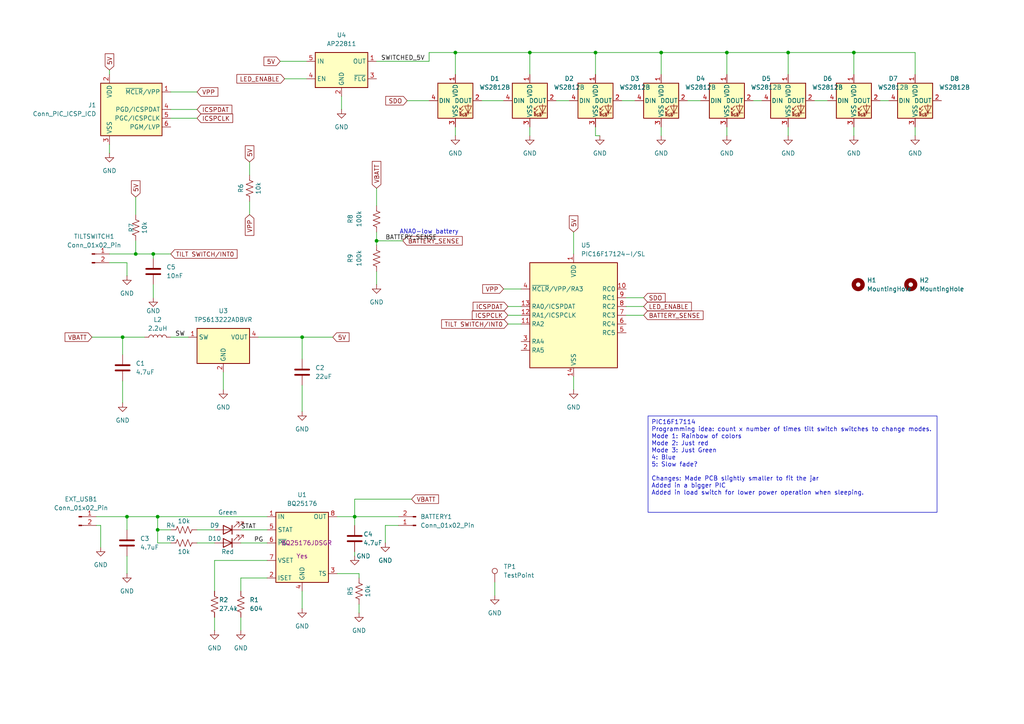
<source format=kicad_sch>
(kicad_sch
	(version 20250114)
	(generator "eeschema")
	(generator_version "9.0")
	(uuid "073394d0-e95a-4147-8555-255cbc1cb014")
	(paper "A4")
	(lib_symbols
		(symbol "Connector:Conn_01x02_Pin"
			(pin_names
				(offset 1.016)
				(hide yes)
			)
			(exclude_from_sim no)
			(in_bom yes)
			(on_board yes)
			(property "Reference" "J"
				(at 0 2.54 0)
				(effects
					(font
						(size 1.27 1.27)
					)
				)
			)
			(property "Value" "Conn_01x02_Pin"
				(at 0 -5.08 0)
				(effects
					(font
						(size 1.27 1.27)
					)
				)
			)
			(property "Footprint" ""
				(at 0 0 0)
				(effects
					(font
						(size 1.27 1.27)
					)
					(hide yes)
				)
			)
			(property "Datasheet" "~"
				(at 0 0 0)
				(effects
					(font
						(size 1.27 1.27)
					)
					(hide yes)
				)
			)
			(property "Description" "Generic connector, single row, 01x02, script generated"
				(at 0 0 0)
				(effects
					(font
						(size 1.27 1.27)
					)
					(hide yes)
				)
			)
			(property "ki_locked" ""
				(at 0 0 0)
				(effects
					(font
						(size 1.27 1.27)
					)
				)
			)
			(property "ki_keywords" "connector"
				(at 0 0 0)
				(effects
					(font
						(size 1.27 1.27)
					)
					(hide yes)
				)
			)
			(property "ki_fp_filters" "Connector*:*_1x??_*"
				(at 0 0 0)
				(effects
					(font
						(size 1.27 1.27)
					)
					(hide yes)
				)
			)
			(symbol "Conn_01x02_Pin_1_1"
				(rectangle
					(start 0.8636 0.127)
					(end 0 -0.127)
					(stroke
						(width 0.1524)
						(type default)
					)
					(fill
						(type outline)
					)
				)
				(rectangle
					(start 0.8636 -2.413)
					(end 0 -2.667)
					(stroke
						(width 0.1524)
						(type default)
					)
					(fill
						(type outline)
					)
				)
				(polyline
					(pts
						(xy 1.27 0) (xy 0.8636 0)
					)
					(stroke
						(width 0.1524)
						(type default)
					)
					(fill
						(type none)
					)
				)
				(polyline
					(pts
						(xy 1.27 -2.54) (xy 0.8636 -2.54)
					)
					(stroke
						(width 0.1524)
						(type default)
					)
					(fill
						(type none)
					)
				)
				(pin passive line
					(at 5.08 0 180)
					(length 3.81)
					(name "Pin_1"
						(effects
							(font
								(size 1.27 1.27)
							)
						)
					)
					(number "1"
						(effects
							(font
								(size 1.27 1.27)
							)
						)
					)
				)
				(pin passive line
					(at 5.08 -2.54 180)
					(length 3.81)
					(name "Pin_2"
						(effects
							(font
								(size 1.27 1.27)
							)
						)
					)
					(number "2"
						(effects
							(font
								(size 1.27 1.27)
							)
						)
					)
				)
			)
			(embedded_fonts no)
		)
		(symbol "Connector:Conn_PIC_ICSP_ICD"
			(exclude_from_sim no)
			(in_bom yes)
			(on_board yes)
			(property "Reference" "J"
				(at 6.35 8.89 0)
				(effects
					(font
						(size 1.27 1.27)
					)
				)
			)
			(property "Value" "Conn_PIC_ICSP_ICD"
				(at -8.89 -1.27 90)
				(effects
					(font
						(size 1.27 1.27)
					)
				)
			)
			(property "Footprint" ""
				(at 1.27 3.81 0)
				(effects
					(font
						(size 1.27 1.27)
					)
					(hide yes)
				)
			)
			(property "Datasheet" "http://ww1.microchip.com/downloads/en/devicedoc/30277d.pdf"
				(at -7.62 -3.81 90)
				(effects
					(font
						(size 1.27 1.27)
					)
					(hide yes)
				)
			)
			(property "Description" "Microchip PIC In-Circuit Serial Programming/Debugging (ICSP/ICD) connector"
				(at 0 0 0)
				(effects
					(font
						(size 1.27 1.27)
					)
					(hide yes)
				)
			)
			(property "ki_keywords" "icsp icd pic microchip"
				(at 0 0 0)
				(effects
					(font
						(size 1.27 1.27)
					)
					(hide yes)
				)
			)
			(property "ki_fp_filters" "PinHeader*1x06*P2.54mm* PinSocket*1x06*P2.54mm*"
				(at 0 0 0)
				(effects
					(font
						(size 1.27 1.27)
					)
					(hide yes)
				)
			)
			(symbol "Conn_PIC_ICSP_ICD_0_1"
				(rectangle
					(start -7.62 7.62)
					(end 10.16 -7.62)
					(stroke
						(width 0.254)
						(type default)
					)
					(fill
						(type background)
					)
				)
			)
			(symbol "Conn_PIC_ICSP_ICD_1_1"
				(pin passive line
					(at -5.08 10.16 270)
					(length 2.54)
					(name "VDD"
						(effects
							(font
								(size 1.27 1.27)
							)
						)
					)
					(number "2"
						(effects
							(font
								(size 1.27 1.27)
							)
						)
					)
				)
				(pin power_in line
					(at -5.08 -10.16 90)
					(length 2.54)
					(name "VSS"
						(effects
							(font
								(size 1.27 1.27)
							)
						)
					)
					(number "3"
						(effects
							(font
								(size 1.27 1.27)
							)
						)
					)
				)
				(pin passive line
					(at 12.7 5.08 180)
					(length 2.54)
					(name "~{MCLR}/VPP"
						(effects
							(font
								(size 1.27 1.27)
							)
						)
					)
					(number "1"
						(effects
							(font
								(size 1.27 1.27)
							)
						)
					)
				)
				(pin bidirectional line
					(at 12.7 0 180)
					(length 2.54)
					(name "PGD/ICSPDAT"
						(effects
							(font
								(size 1.27 1.27)
							)
						)
					)
					(number "4"
						(effects
							(font
								(size 1.27 1.27)
							)
						)
					)
				)
				(pin output line
					(at 12.7 -2.54 180)
					(length 2.54)
					(name "PGC/ICSPCLK"
						(effects
							(font
								(size 1.27 1.27)
							)
						)
					)
					(number "5"
						(effects
							(font
								(size 1.27 1.27)
							)
						)
					)
				)
				(pin output line
					(at 12.7 -5.08 180)
					(length 2.54)
					(name "PGM/LVP"
						(effects
							(font
								(size 1.27 1.27)
							)
						)
					)
					(number "6"
						(effects
							(font
								(size 1.27 1.27)
							)
						)
					)
				)
			)
			(embedded_fonts no)
		)
		(symbol "Connector:TestPoint"
			(pin_numbers
				(hide yes)
			)
			(pin_names
				(offset 0.762)
				(hide yes)
			)
			(exclude_from_sim no)
			(in_bom yes)
			(on_board yes)
			(property "Reference" "TP"
				(at 0 6.858 0)
				(effects
					(font
						(size 1.27 1.27)
					)
				)
			)
			(property "Value" "TestPoint"
				(at 0 5.08 0)
				(effects
					(font
						(size 1.27 1.27)
					)
				)
			)
			(property "Footprint" ""
				(at 5.08 0 0)
				(effects
					(font
						(size 1.27 1.27)
					)
					(hide yes)
				)
			)
			(property "Datasheet" "~"
				(at 5.08 0 0)
				(effects
					(font
						(size 1.27 1.27)
					)
					(hide yes)
				)
			)
			(property "Description" "test point"
				(at 0 0 0)
				(effects
					(font
						(size 1.27 1.27)
					)
					(hide yes)
				)
			)
			(property "ki_keywords" "test point tp"
				(at 0 0 0)
				(effects
					(font
						(size 1.27 1.27)
					)
					(hide yes)
				)
			)
			(property "ki_fp_filters" "Pin* Test*"
				(at 0 0 0)
				(effects
					(font
						(size 1.27 1.27)
					)
					(hide yes)
				)
			)
			(symbol "TestPoint_0_1"
				(circle
					(center 0 3.302)
					(radius 0.762)
					(stroke
						(width 0)
						(type default)
					)
					(fill
						(type none)
					)
				)
			)
			(symbol "TestPoint_1_1"
				(pin passive line
					(at 0 0 90)
					(length 2.54)
					(name "1"
						(effects
							(font
								(size 1.27 1.27)
							)
						)
					)
					(number "1"
						(effects
							(font
								(size 1.27 1.27)
							)
						)
					)
				)
			)
			(embedded_fonts no)
		)
		(symbol "Device:C"
			(pin_numbers
				(hide yes)
			)
			(pin_names
				(offset 0.254)
			)
			(exclude_from_sim no)
			(in_bom yes)
			(on_board yes)
			(property "Reference" "C"
				(at 0.635 2.54 0)
				(effects
					(font
						(size 1.27 1.27)
					)
					(justify left)
				)
			)
			(property "Value" "C"
				(at 0.635 -2.54 0)
				(effects
					(font
						(size 1.27 1.27)
					)
					(justify left)
				)
			)
			(property "Footprint" ""
				(at 0.9652 -3.81 0)
				(effects
					(font
						(size 1.27 1.27)
					)
					(hide yes)
				)
			)
			(property "Datasheet" "~"
				(at 0 0 0)
				(effects
					(font
						(size 1.27 1.27)
					)
					(hide yes)
				)
			)
			(property "Description" "Unpolarized capacitor"
				(at 0 0 0)
				(effects
					(font
						(size 1.27 1.27)
					)
					(hide yes)
				)
			)
			(property "ki_keywords" "cap capacitor"
				(at 0 0 0)
				(effects
					(font
						(size 1.27 1.27)
					)
					(hide yes)
				)
			)
			(property "ki_fp_filters" "C_*"
				(at 0 0 0)
				(effects
					(font
						(size 1.27 1.27)
					)
					(hide yes)
				)
			)
			(symbol "C_0_1"
				(polyline
					(pts
						(xy -2.032 0.762) (xy 2.032 0.762)
					)
					(stroke
						(width 0.508)
						(type default)
					)
					(fill
						(type none)
					)
				)
				(polyline
					(pts
						(xy -2.032 -0.762) (xy 2.032 -0.762)
					)
					(stroke
						(width 0.508)
						(type default)
					)
					(fill
						(type none)
					)
				)
			)
			(symbol "C_1_1"
				(pin passive line
					(at 0 3.81 270)
					(length 2.794)
					(name "~"
						(effects
							(font
								(size 1.27 1.27)
							)
						)
					)
					(number "1"
						(effects
							(font
								(size 1.27 1.27)
							)
						)
					)
				)
				(pin passive line
					(at 0 -3.81 90)
					(length 2.794)
					(name "~"
						(effects
							(font
								(size 1.27 1.27)
							)
						)
					)
					(number "2"
						(effects
							(font
								(size 1.27 1.27)
							)
						)
					)
				)
			)
			(embedded_fonts no)
		)
		(symbol "Device:LED"
			(pin_numbers
				(hide yes)
			)
			(pin_names
				(offset 1.016)
				(hide yes)
			)
			(exclude_from_sim no)
			(in_bom yes)
			(on_board yes)
			(property "Reference" "D"
				(at 0 2.54 0)
				(effects
					(font
						(size 1.27 1.27)
					)
				)
			)
			(property "Value" "LED"
				(at 0 -2.54 0)
				(effects
					(font
						(size 1.27 1.27)
					)
				)
			)
			(property "Footprint" ""
				(at 0 0 0)
				(effects
					(font
						(size 1.27 1.27)
					)
					(hide yes)
				)
			)
			(property "Datasheet" "~"
				(at 0 0 0)
				(effects
					(font
						(size 1.27 1.27)
					)
					(hide yes)
				)
			)
			(property "Description" "Light emitting diode"
				(at 0 0 0)
				(effects
					(font
						(size 1.27 1.27)
					)
					(hide yes)
				)
			)
			(property "ki_keywords" "LED diode"
				(at 0 0 0)
				(effects
					(font
						(size 1.27 1.27)
					)
					(hide yes)
				)
			)
			(property "ki_fp_filters" "LED* LED_SMD:* LED_THT:*"
				(at 0 0 0)
				(effects
					(font
						(size 1.27 1.27)
					)
					(hide yes)
				)
			)
			(symbol "LED_0_1"
				(polyline
					(pts
						(xy -3.048 -0.762) (xy -4.572 -2.286) (xy -3.81 -2.286) (xy -4.572 -2.286) (xy -4.572 -1.524)
					)
					(stroke
						(width 0)
						(type default)
					)
					(fill
						(type none)
					)
				)
				(polyline
					(pts
						(xy -1.778 -0.762) (xy -3.302 -2.286) (xy -2.54 -2.286) (xy -3.302 -2.286) (xy -3.302 -1.524)
					)
					(stroke
						(width 0)
						(type default)
					)
					(fill
						(type none)
					)
				)
				(polyline
					(pts
						(xy -1.27 0) (xy 1.27 0)
					)
					(stroke
						(width 0)
						(type default)
					)
					(fill
						(type none)
					)
				)
				(polyline
					(pts
						(xy -1.27 -1.27) (xy -1.27 1.27)
					)
					(stroke
						(width 0.254)
						(type default)
					)
					(fill
						(type none)
					)
				)
				(polyline
					(pts
						(xy 1.27 -1.27) (xy 1.27 1.27) (xy -1.27 0) (xy 1.27 -1.27)
					)
					(stroke
						(width 0.254)
						(type default)
					)
					(fill
						(type none)
					)
				)
			)
			(symbol "LED_1_1"
				(pin passive line
					(at -3.81 0 0)
					(length 2.54)
					(name "K"
						(effects
							(font
								(size 1.27 1.27)
							)
						)
					)
					(number "1"
						(effects
							(font
								(size 1.27 1.27)
							)
						)
					)
				)
				(pin passive line
					(at 3.81 0 180)
					(length 2.54)
					(name "A"
						(effects
							(font
								(size 1.27 1.27)
							)
						)
					)
					(number "2"
						(effects
							(font
								(size 1.27 1.27)
							)
						)
					)
				)
			)
			(embedded_fonts no)
		)
		(symbol "Device:R_US"
			(pin_numbers
				(hide yes)
			)
			(pin_names
				(offset 0)
			)
			(exclude_from_sim no)
			(in_bom yes)
			(on_board yes)
			(property "Reference" "R"
				(at 2.54 0 90)
				(effects
					(font
						(size 1.27 1.27)
					)
				)
			)
			(property "Value" "R_US"
				(at -2.54 0 90)
				(effects
					(font
						(size 1.27 1.27)
					)
				)
			)
			(property "Footprint" ""
				(at 1.016 -0.254 90)
				(effects
					(font
						(size 1.27 1.27)
					)
					(hide yes)
				)
			)
			(property "Datasheet" "~"
				(at 0 0 0)
				(effects
					(font
						(size 1.27 1.27)
					)
					(hide yes)
				)
			)
			(property "Description" "Resistor, US symbol"
				(at 0 0 0)
				(effects
					(font
						(size 1.27 1.27)
					)
					(hide yes)
				)
			)
			(property "ki_keywords" "R res resistor"
				(at 0 0 0)
				(effects
					(font
						(size 1.27 1.27)
					)
					(hide yes)
				)
			)
			(property "ki_fp_filters" "R_*"
				(at 0 0 0)
				(effects
					(font
						(size 1.27 1.27)
					)
					(hide yes)
				)
			)
			(symbol "R_US_0_1"
				(polyline
					(pts
						(xy 0 2.286) (xy 0 2.54)
					)
					(stroke
						(width 0)
						(type default)
					)
					(fill
						(type none)
					)
				)
				(polyline
					(pts
						(xy 0 2.286) (xy 1.016 1.905) (xy 0 1.524) (xy -1.016 1.143) (xy 0 0.762)
					)
					(stroke
						(width 0)
						(type default)
					)
					(fill
						(type none)
					)
				)
				(polyline
					(pts
						(xy 0 0.762) (xy 1.016 0.381) (xy 0 0) (xy -1.016 -0.381) (xy 0 -0.762)
					)
					(stroke
						(width 0)
						(type default)
					)
					(fill
						(type none)
					)
				)
				(polyline
					(pts
						(xy 0 -0.762) (xy 1.016 -1.143) (xy 0 -1.524) (xy -1.016 -1.905) (xy 0 -2.286)
					)
					(stroke
						(width 0)
						(type default)
					)
					(fill
						(type none)
					)
				)
				(polyline
					(pts
						(xy 0 -2.286) (xy 0 -2.54)
					)
					(stroke
						(width 0)
						(type default)
					)
					(fill
						(type none)
					)
				)
			)
			(symbol "R_US_1_1"
				(pin passive line
					(at 0 3.81 270)
					(length 1.27)
					(name "~"
						(effects
							(font
								(size 1.27 1.27)
							)
						)
					)
					(number "1"
						(effects
							(font
								(size 1.27 1.27)
							)
						)
					)
				)
				(pin passive line
					(at 0 -3.81 90)
					(length 1.27)
					(name "~"
						(effects
							(font
								(size 1.27 1.27)
							)
						)
					)
					(number "2"
						(effects
							(font
								(size 1.27 1.27)
							)
						)
					)
				)
			)
			(embedded_fonts no)
		)
		(symbol "LED:WS2812B"
			(pin_names
				(offset 0.254)
			)
			(exclude_from_sim no)
			(in_bom yes)
			(on_board yes)
			(property "Reference" "D"
				(at 5.08 5.715 0)
				(effects
					(font
						(size 1.27 1.27)
					)
					(justify right bottom)
				)
			)
			(property "Value" "WS2812B"
				(at 1.27 -5.715 0)
				(effects
					(font
						(size 1.27 1.27)
					)
					(justify left top)
				)
			)
			(property "Footprint" "LED_SMD:LED_WS2812B_PLCC4_5.0x5.0mm_P3.2mm"
				(at 1.27 -7.62 0)
				(effects
					(font
						(size 1.27 1.27)
					)
					(justify left top)
					(hide yes)
				)
			)
			(property "Datasheet" "https://cdn-shop.adafruit.com/datasheets/WS2812B.pdf"
				(at 2.54 -9.525 0)
				(effects
					(font
						(size 1.27 1.27)
					)
					(justify left top)
					(hide yes)
				)
			)
			(property "Description" "RGB LED with integrated controller"
				(at 0 0 0)
				(effects
					(font
						(size 1.27 1.27)
					)
					(hide yes)
				)
			)
			(property "ki_keywords" "RGB LED NeoPixel addressable"
				(at 0 0 0)
				(effects
					(font
						(size 1.27 1.27)
					)
					(hide yes)
				)
			)
			(property "ki_fp_filters" "LED*WS2812*PLCC*5.0x5.0mm*P3.2mm*"
				(at 0 0 0)
				(effects
					(font
						(size 1.27 1.27)
					)
					(hide yes)
				)
			)
			(symbol "WS2812B_0_0"
				(text "RGB"
					(at 2.286 -4.191 0)
					(effects
						(font
							(size 0.762 0.762)
						)
					)
				)
			)
			(symbol "WS2812B_0_1"
				(polyline
					(pts
						(xy 1.27 -2.54) (xy 1.778 -2.54)
					)
					(stroke
						(width 0)
						(type default)
					)
					(fill
						(type none)
					)
				)
				(polyline
					(pts
						(xy 1.27 -3.556) (xy 1.778 -3.556)
					)
					(stroke
						(width 0)
						(type default)
					)
					(fill
						(type none)
					)
				)
				(polyline
					(pts
						(xy 2.286 -1.524) (xy 1.27 -2.54) (xy 1.27 -2.032)
					)
					(stroke
						(width 0)
						(type default)
					)
					(fill
						(type none)
					)
				)
				(polyline
					(pts
						(xy 2.286 -2.54) (xy 1.27 -3.556) (xy 1.27 -3.048)
					)
					(stroke
						(width 0)
						(type default)
					)
					(fill
						(type none)
					)
				)
				(polyline
					(pts
						(xy 3.683 -1.016) (xy 3.683 -3.556) (xy 3.683 -4.064)
					)
					(stroke
						(width 0)
						(type default)
					)
					(fill
						(type none)
					)
				)
				(polyline
					(pts
						(xy 4.699 -1.524) (xy 2.667 -1.524) (xy 3.683 -3.556) (xy 4.699 -1.524)
					)
					(stroke
						(width 0)
						(type default)
					)
					(fill
						(type none)
					)
				)
				(polyline
					(pts
						(xy 4.699 -3.556) (xy 2.667 -3.556)
					)
					(stroke
						(width 0)
						(type default)
					)
					(fill
						(type none)
					)
				)
				(rectangle
					(start 5.08 5.08)
					(end -5.08 -5.08)
					(stroke
						(width 0.254)
						(type default)
					)
					(fill
						(type background)
					)
				)
			)
			(symbol "WS2812B_1_1"
				(pin input line
					(at -7.62 0 0)
					(length 2.54)
					(name "DIN"
						(effects
							(font
								(size 1.27 1.27)
							)
						)
					)
					(number "4"
						(effects
							(font
								(size 1.27 1.27)
							)
						)
					)
				)
				(pin power_in line
					(at 0 7.62 270)
					(length 2.54)
					(name "VDD"
						(effects
							(font
								(size 1.27 1.27)
							)
						)
					)
					(number "1"
						(effects
							(font
								(size 1.27 1.27)
							)
						)
					)
				)
				(pin power_in line
					(at 0 -7.62 90)
					(length 2.54)
					(name "VSS"
						(effects
							(font
								(size 1.27 1.27)
							)
						)
					)
					(number "3"
						(effects
							(font
								(size 1.27 1.27)
							)
						)
					)
				)
				(pin output line
					(at 7.62 0 180)
					(length 2.54)
					(name "DOUT"
						(effects
							(font
								(size 1.27 1.27)
							)
						)
					)
					(number "2"
						(effects
							(font
								(size 1.27 1.27)
							)
						)
					)
				)
			)
			(embedded_fonts no)
		)
		(symbol "MCU_Microchip_PIC16:PIC16F15323-xSL"
			(exclude_from_sim no)
			(in_bom yes)
			(on_board yes)
			(property "Reference" "U"
				(at -12.192 16.256 0)
				(effects
					(font
						(size 1.27 1.27)
					)
				)
			)
			(property "Value" "PIC16F15323-xSL"
				(at 9.652 -16.51 0)
				(effects
					(font
						(size 1.27 1.27)
					)
				)
			)
			(property "Footprint" "Package_SO:SO-14_3.9x8.65mm_P1.27mm"
				(at 1.016 -2.032 0)
				(effects
					(font
						(size 1.27 1.27)
					)
					(hide yes)
				)
			)
			(property "Datasheet" "https://ww1.microchip.com/downloads/en/DeviceDoc/PIC16_L_F15313_23_Data_Sheet_40001897C.pdf"
				(at -0.254 2.032 0)
				(effects
					(font
						(size 1.27 1.27)
					)
					(hide yes)
				)
			)
			(property "Description" "8-bit Low Power Microcontroller, 2KB Flash, 256B SRAM, SOIC-14"
				(at 0 -4.064 0)
				(effects
					(font
						(size 1.27 1.27)
					)
					(hide yes)
				)
			)
			(property "ki_keywords" "8-bit microcontroller low power"
				(at 0 0 0)
				(effects
					(font
						(size 1.27 1.27)
					)
					(hide yes)
				)
			)
			(property "ki_fp_filters" "SO*3.9x8.65mm*P1.27mm*"
				(at 0 0 0)
				(effects
					(font
						(size 1.27 1.27)
					)
					(hide yes)
				)
			)
			(symbol "PIC16F15323-xSL_0_1"
				(rectangle
					(start -12.7 15.24)
					(end 12.7 -15.24)
					(stroke
						(width 0.254)
						(type default)
					)
					(fill
						(type background)
					)
				)
			)
			(symbol "PIC16F15323-xSL_1_1"
				(pin bidirectional line
					(at -15.24 7.62 0)
					(length 2.54)
					(name "~{MCLR}/VPP/RA3"
						(effects
							(font
								(size 1.27 1.27)
							)
						)
					)
					(number "4"
						(effects
							(font
								(size 1.27 1.27)
							)
						)
					)
					(alternate "IOCA3" input line)
				)
				(pin bidirectional line
					(at -15.24 2.54 0)
					(length 2.54)
					(name "RA0/ICSPDAT"
						(effects
							(font
								(size 1.27 1.27)
							)
						)
					)
					(number "13"
						(effects
							(font
								(size 1.27 1.27)
							)
						)
					)
					(alternate "ANA0" input line)
					(alternate "C1IN0+" input line)
					(alternate "DAC1OUT" output line)
					(alternate "IOCA0" input line)
				)
				(pin bidirectional line
					(at -15.24 0 0)
					(length 2.54)
					(name "RA1/ICSPCLK"
						(effects
							(font
								(size 1.27 1.27)
							)
						)
					)
					(number "12"
						(effects
							(font
								(size 1.27 1.27)
							)
						)
					)
					(alternate "ANA1" input line)
					(alternate "C1IN0-" input line)
					(alternate "C2IN0-" input line)
					(alternate "DAC1REF+" input line)
					(alternate "IOCA1" input line)
					(alternate "T0CKI" input line)
					(alternate "VREF+" input line)
				)
				(pin bidirectional line
					(at -15.24 -2.54 0)
					(length 2.54)
					(name "RA2"
						(effects
							(font
								(size 1.27 1.27)
							)
						)
					)
					(number "11"
						(effects
							(font
								(size 1.27 1.27)
							)
						)
					)
					(alternate "ANA2" input line)
					(alternate "CWG1IN" input line)
					(alternate "INT" input line)
					(alternate "IOCA2" input line)
					(alternate "ZCD1" input line)
				)
				(pin bidirectional line
					(at -15.24 -7.62 0)
					(length 2.54)
					(name "RA4"
						(effects
							(font
								(size 1.27 1.27)
							)
						)
					)
					(number "3"
						(effects
							(font
								(size 1.27 1.27)
							)
						)
					)
					(alternate "ANA4" input line)
					(alternate "CLKOUT" output line)
					(alternate "IOCA4" input line)
					(alternate "OSC2" passive line)
					(alternate "T1G" input line)
				)
				(pin bidirectional line
					(at -15.24 -10.16 0)
					(length 2.54)
					(name "RA5"
						(effects
							(font
								(size 1.27 1.27)
							)
						)
					)
					(number "2"
						(effects
							(font
								(size 1.27 1.27)
							)
						)
					)
					(alternate "ANA5" input line)
					(alternate "CLCIN3" input line)
					(alternate "CLKIN" input line)
					(alternate "EIN" input line)
					(alternate "IOCA5" input line)
					(alternate "OSC1" passive line)
					(alternate "T1CKI" input line)
					(alternate "T2IN" input line)
				)
				(pin power_in line
					(at 0 17.78 270)
					(length 2.54)
					(name "VDD"
						(effects
							(font
								(size 1.27 1.27)
							)
						)
					)
					(number "1"
						(effects
							(font
								(size 1.27 1.27)
							)
						)
					)
				)
				(pin power_in line
					(at 0 -17.78 90)
					(length 2.54)
					(name "VSS"
						(effects
							(font
								(size 1.27 1.27)
							)
						)
					)
					(number "14"
						(effects
							(font
								(size 1.27 1.27)
							)
						)
					)
				)
				(pin bidirectional line
					(at 15.24 7.62 180)
					(length 2.54)
					(name "RC0"
						(effects
							(font
								(size 1.27 1.27)
							)
						)
					)
					(number "10"
						(effects
							(font
								(size 1.27 1.27)
							)
						)
					)
					(alternate "ANC0" input line)
					(alternate "C2IN0+" input line)
					(alternate "IOCC0" input line)
					(alternate "SCK1" bidirectional line)
					(alternate "SCL1" open_collector line)
				)
				(pin bidirectional line
					(at 15.24 5.08 180)
					(length 2.54)
					(name "RC1"
						(effects
							(font
								(size 1.27 1.27)
							)
						)
					)
					(number "9"
						(effects
							(font
								(size 1.27 1.27)
							)
						)
					)
					(alternate "ANC1" input line)
					(alternate "C1IN1-" input line)
					(alternate "C2IN1-" input line)
					(alternate "CLCIN2" input line)
					(alternate "IOCC1" input line)
					(alternate "SDA1" open_collector line)
					(alternate "SDI1" input line)
				)
				(pin bidirectional line
					(at 15.24 2.54 180)
					(length 2.54)
					(name "RC2"
						(effects
							(font
								(size 1.27 1.27)
							)
						)
					)
					(number "8"
						(effects
							(font
								(size 1.27 1.27)
							)
						)
					)
					(alternate "ANC2" input line)
					(alternate "C1IN2-" input line)
					(alternate "C2IN2-" input line)
					(alternate "IOCC2" input line)
				)
				(pin bidirectional line
					(at 15.24 0 180)
					(length 2.54)
					(name "RC3"
						(effects
							(font
								(size 1.27 1.27)
							)
						)
					)
					(number "7"
						(effects
							(font
								(size 1.27 1.27)
							)
						)
					)
					(alternate "ANC3" input line)
					(alternate "C1IN3-" input line)
					(alternate "C2IN3-" input line)
					(alternate "CCP2" bidirectional line)
					(alternate "CLCIN0" input line)
					(alternate "IOCC3" input line)
					(alternate "~{SS1}" input line)
				)
				(pin bidirectional line
					(at 15.24 -2.54 180)
					(length 2.54)
					(name "RC4"
						(effects
							(font
								(size 1.27 1.27)
							)
						)
					)
					(number "6"
						(effects
							(font
								(size 1.27 1.27)
							)
						)
					)
					(alternate "ANC4" input line)
					(alternate "CK1" bidirectional line)
					(alternate "CLCIN1" input line)
					(alternate "IOCC4" input line)
					(alternate "TX1" output line)
				)
				(pin bidirectional line
					(at 15.24 -5.08 180)
					(length 2.54)
					(name "RC5"
						(effects
							(font
								(size 1.27 1.27)
							)
						)
					)
					(number "5"
						(effects
							(font
								(size 1.27 1.27)
							)
						)
					)
					(alternate "ANC5" input line)
					(alternate "CCP1" bidirectional line)
					(alternate "DT1" bidirectional line)
					(alternate "IOCC5" input line)
					(alternate "RX1" input line)
				)
			)
			(embedded_fonts no)
		)
		(symbol "Mechanical:MountingHole"
			(pin_names
				(offset 1.016)
			)
			(exclude_from_sim yes)
			(in_bom no)
			(on_board yes)
			(property "Reference" "H"
				(at 0 5.08 0)
				(effects
					(font
						(size 1.27 1.27)
					)
				)
			)
			(property "Value" "MountingHole"
				(at 0 3.175 0)
				(effects
					(font
						(size 1.27 1.27)
					)
				)
			)
			(property "Footprint" ""
				(at 0 0 0)
				(effects
					(font
						(size 1.27 1.27)
					)
					(hide yes)
				)
			)
			(property "Datasheet" "~"
				(at 0 0 0)
				(effects
					(font
						(size 1.27 1.27)
					)
					(hide yes)
				)
			)
			(property "Description" "Mounting Hole without connection"
				(at 0 0 0)
				(effects
					(font
						(size 1.27 1.27)
					)
					(hide yes)
				)
			)
			(property "ki_keywords" "mounting hole"
				(at 0 0 0)
				(effects
					(font
						(size 1.27 1.27)
					)
					(hide yes)
				)
			)
			(property "ki_fp_filters" "MountingHole*"
				(at 0 0 0)
				(effects
					(font
						(size 1.27 1.27)
					)
					(hide yes)
				)
			)
			(symbol "MountingHole_0_1"
				(circle
					(center 0 0)
					(radius 1.27)
					(stroke
						(width 1.27)
						(type default)
					)
					(fill
						(type none)
					)
				)
			)
			(embedded_fonts no)
		)
		(symbol "My Library:BQ25176"
			(exclude_from_sim no)
			(in_bom yes)
			(on_board yes)
			(property "Reference" "U"
				(at -6.35 8.89 0)
				(effects
					(font
						(size 1.27 1.27)
					)
				)
			)
			(property "Value" "BQ25176"
				(at 0.762 14.224 0)
				(effects
					(font
						(size 1.27 1.27)
					)
				)
			)
			(property "Footprint" "Package_SON:WSON-8-1EP_2x2mm_P0.5mm_EP0.9x1.6mm"
				(at 29.21 -8.89 0)
				(effects
					(font
						(size 1.27 1.27)
					)
					(hide yes)
				)
			)
			(property "Datasheet" "https://www.ti.com/lit/gpn/bq25176j"
				(at 0.508 20.828 0)
				(effects
					(font
						(size 1.27 1.27)
					)
					(hide yes)
				)
			)
			(property "Description" "800-mA linear charger for one-cell Li-ion and LiFePO4 with VINDPM and JEITA"
				(at 3.81 12.954 0)
				(effects
					(font
						(size 1.27 1.27)
					)
					(hide yes)
				)
			)
			(property "Mouser Part Number" ""
				(at 0 0 0)
				(effects
					(font
						(size 1.27 1.27)
					)
				)
			)
			(property "Stock" ""
				(at 0 0 0)
				(effects
					(font
						(size 1.27 1.27)
					)
				)
			)
			(property "Buy" ""
				(at 0 0 0)
				(effects
					(font
						(size 1.27 1.27)
					)
				)
			)
			(property "ki_keywords" "linear charger supercapacitor"
				(at 0 0 0)
				(effects
					(font
						(size 1.27 1.27)
					)
					(hide yes)
				)
			)
			(property "ki_fp_filters" "WSON*1EP*2x2mm*P0.5mm*"
				(at 0 0 0)
				(effects
					(font
						(size 1.27 1.27)
					)
					(hide yes)
				)
			)
			(symbol "BQ25176_1_1"
				(rectangle
					(start -7.62 12.7)
					(end 7.62 -7.62)
					(stroke
						(width 0.254)
						(type default)
					)
					(fill
						(type background)
					)
				)
				(pin power_in line
					(at -10.16 11.43 0)
					(length 2.54)
					(name "IN"
						(effects
							(font
								(size 1.27 1.27)
							)
						)
					)
					(number "1"
						(effects
							(font
								(size 1.27 1.27)
							)
						)
					)
				)
				(pin open_collector line
					(at -10.16 7.62 0)
					(length 2.54)
					(name "STAT"
						(effects
							(font
								(size 1.27 1.27)
							)
						)
					)
					(number "5"
						(effects
							(font
								(size 1.27 1.27)
							)
						)
					)
				)
				(pin open_collector line
					(at -10.16 3.81 0)
					(length 2.54)
					(name "~{PG}"
						(effects
							(font
								(size 1.27 1.27)
							)
						)
					)
					(number "6"
						(effects
							(font
								(size 1.27 1.27)
							)
						)
					)
				)
				(pin input line
					(at -10.16 -1.27 0)
					(length 2.54)
					(name "VSET"
						(effects
							(font
								(size 1.27 1.27)
							)
						)
					)
					(number "7"
						(effects
							(font
								(size 1.27 1.27)
							)
						)
					)
				)
				(pin input line
					(at -10.16 -6.35 0)
					(length 2.54)
					(name "ISET"
						(effects
							(font
								(size 1.27 1.27)
							)
						)
					)
					(number "2"
						(effects
							(font
								(size 1.27 1.27)
							)
						)
					)
				)
				(pin power_in line
					(at 0 -10.16 90)
					(length 2.54)
					(name "GND"
						(effects
							(font
								(size 1.27 1.27)
							)
						)
					)
					(number "4"
						(effects
							(font
								(size 1.27 1.27)
							)
						)
					)
				)
				(pin passive line
					(at 0 -10.16 90)
					(length 2.54)
					(hide yes)
					(name "GND"
						(effects
							(font
								(size 1.27 1.27)
							)
						)
					)
					(number "9"
						(effects
							(font
								(size 1.27 1.27)
							)
						)
					)
				)
				(pin power_out line
					(at 10.16 11.43 180)
					(length 2.54)
					(name "OUT"
						(effects
							(font
								(size 1.27 1.27)
							)
						)
					)
					(number "8"
						(effects
							(font
								(size 1.27 1.27)
							)
						)
					)
				)
				(pin input line
					(at 10.16 -5.08 180)
					(length 2.54)
					(name "TS"
						(effects
							(font
								(size 1.27 1.27)
							)
						)
					)
					(number "3"
						(effects
							(font
								(size 1.27 1.27)
							)
						)
					)
				)
			)
			(embedded_fonts no)
		)
		(symbol "Power_Management:AP22816AKEWT"
			(exclude_from_sim no)
			(in_bom yes)
			(on_board yes)
			(property "Reference" "U"
				(at -7.62 -6.35 0)
				(effects
					(font
						(size 1.27 1.27)
					)
					(justify left)
				)
			)
			(property "Value" "AP22816AKEWT"
				(at -7.62 6.35 0)
				(effects
					(font
						(size 1.27 1.27)
					)
					(justify left)
				)
			)
			(property "Footprint" "Package_TO_SOT_SMD:SOT-23-5"
				(at 0 -10.16 0)
				(effects
					(font
						(size 1.27 1.27)
					)
					(hide yes)
				)
			)
			(property "Datasheet" "https://www.diodes.com/assets/Datasheets/AP22816_17_18.pdf"
				(at 0 1.27 0)
				(effects
					(font
						(size 1.27 1.27)
					)
					(hide yes)
				)
			)
			(property "Description" "Current limited 1A power switch, single channel, SOT-23-5"
				(at 0 0 0)
				(effects
					(font
						(size 1.27 1.27)
					)
					(hide yes)
				)
			)
			(property "ki_keywords" "Limit USB Active High"
				(at 0 0 0)
				(effects
					(font
						(size 1.27 1.27)
					)
					(hide yes)
				)
			)
			(property "ki_fp_filters" "SOT?23*"
				(at 0 0 0)
				(effects
					(font
						(size 1.27 1.27)
					)
					(hide yes)
				)
			)
			(symbol "AP22816AKEWT_0_1"
				(rectangle
					(start -7.62 5.08)
					(end 7.62 -5.08)
					(stroke
						(width 0.254)
						(type default)
					)
					(fill
						(type background)
					)
				)
			)
			(symbol "AP22816AKEWT_1_1"
				(pin power_in line
					(at -10.16 2.54 0)
					(length 2.54)
					(name "IN"
						(effects
							(font
								(size 1.27 1.27)
							)
						)
					)
					(number "5"
						(effects
							(font
								(size 1.27 1.27)
							)
						)
					)
				)
				(pin input line
					(at -10.16 -2.54 0)
					(length 2.54)
					(name "EN"
						(effects
							(font
								(size 1.27 1.27)
							)
						)
					)
					(number "4"
						(effects
							(font
								(size 1.27 1.27)
							)
						)
					)
				)
				(pin power_in line
					(at 0 -7.62 90)
					(length 2.54)
					(name "GND"
						(effects
							(font
								(size 1.27 1.27)
							)
						)
					)
					(number "2"
						(effects
							(font
								(size 1.27 1.27)
							)
						)
					)
				)
				(pin power_out line
					(at 10.16 2.54 180)
					(length 2.54)
					(name "OUT"
						(effects
							(font
								(size 1.27 1.27)
							)
						)
					)
					(number "1"
						(effects
							(font
								(size 1.27 1.27)
							)
						)
					)
				)
				(pin open_collector line
					(at 10.16 -2.54 180)
					(length 2.54)
					(name "~{FLG}"
						(effects
							(font
								(size 1.27 1.27)
							)
						)
					)
					(number "3"
						(effects
							(font
								(size 1.27 1.27)
							)
						)
					)
				)
			)
			(embedded_fonts no)
		)
		(symbol "Regulator_Switching:TPS613221ADBV"
			(exclude_from_sim no)
			(in_bom yes)
			(on_board yes)
			(property "Reference" "U"
				(at -7.62 6.35 0)
				(effects
					(font
						(size 1.27 1.27)
					)
					(justify left)
				)
			)
			(property "Value" "TPS613221ADBV"
				(at 2.54 6.35 0)
				(effects
					(font
						(size 1.27 1.27)
					)
				)
			)
			(property "Footprint" "Package_TO_SOT_SMD:SOT-23-5"
				(at 0 -20.32 0)
				(effects
					(font
						(size 1.27 1.27)
					)
					(hide yes)
				)
			)
			(property "Datasheet" "http://www.ti.com/lit/ds/symlink/tps61322.pdf"
				(at 0 -3.81 0)
				(effects
					(font
						(size 1.27 1.27)
					)
					(hide yes)
				)
			)
			(property "Description" "1.2A Step-Up Converter, 3.3V Output Voltage, 0.9-5.5V Input Voltage, SOT-23-5"
				(at 0 0 0)
				(effects
					(font
						(size 1.27 1.27)
					)
					(hide yes)
				)
			)
			(property "ki_keywords" "Boost converter"
				(at 0 0 0)
				(effects
					(font
						(size 1.27 1.27)
					)
					(hide yes)
				)
			)
			(property "ki_fp_filters" "SOT?23*"
				(at 0 0 0)
				(effects
					(font
						(size 1.27 1.27)
					)
					(hide yes)
				)
			)
			(symbol "TPS613221ADBV_0_1"
				(rectangle
					(start -7.62 5.08)
					(end 7.62 -5.08)
					(stroke
						(width 0.254)
						(type default)
					)
					(fill
						(type background)
					)
				)
			)
			(symbol "TPS613221ADBV_1_1"
				(pin power_in line
					(at -10.16 2.54 0)
					(length 2.54)
					(name "SW"
						(effects
							(font
								(size 1.27 1.27)
							)
						)
					)
					(number "1"
						(effects
							(font
								(size 1.27 1.27)
							)
						)
					)
				)
				(pin no_connect line
					(at -7.62 -2.54 0)
					(length 2.54)
					(hide yes)
					(name "NC"
						(effects
							(font
								(size 1.27 1.27)
							)
						)
					)
					(number "3"
						(effects
							(font
								(size 1.27 1.27)
							)
						)
					)
				)
				(pin power_in line
					(at 0 -7.62 90)
					(length 2.54)
					(name "GND"
						(effects
							(font
								(size 1.27 1.27)
							)
						)
					)
					(number "2"
						(effects
							(font
								(size 1.27 1.27)
							)
						)
					)
				)
				(pin no_connect line
					(at 7.62 -2.54 180)
					(length 2.54)
					(hide yes)
					(name "NC"
						(effects
							(font
								(size 1.27 1.27)
							)
						)
					)
					(number "5"
						(effects
							(font
								(size 1.27 1.27)
							)
						)
					)
				)
				(pin power_out line
					(at 10.16 2.54 180)
					(length 2.54)
					(name "VOUT"
						(effects
							(font
								(size 1.27 1.27)
							)
						)
					)
					(number "4"
						(effects
							(font
								(size 1.27 1.27)
							)
						)
					)
				)
			)
			(embedded_fonts no)
		)
		(symbol "SparkFun-Coil:L"
			(pin_numbers
				(hide yes)
			)
			(pin_names
				(offset 1.016)
				(hide yes)
			)
			(exclude_from_sim no)
			(in_bom yes)
			(on_board yes)
			(property "Reference" "L"
				(at 0 -1.27 0)
				(effects
					(font
						(size 1.27 1.27)
					)
				)
			)
			(property "Value" "L"
				(at 0 1.905 0)
				(effects
					(font
						(size 1.27 1.27)
					)
				)
			)
			(property "Footprint" "SparkFun-Capacitor:C_0805_2012Metric"
				(at 0 -7.62 0)
				(effects
					(font
						(size 1.27 1.27)
					)
					(hide yes)
				)
			)
			(property "Datasheet" "~"
				(at 0 -5.08 0)
				(effects
					(font
						(size 1.27 1.27)
					)
					(hide yes)
				)
			)
			(property "Description" "Inductor"
				(at 0 -12.7 0)
				(effects
					(font
						(size 1.27 1.27)
					)
					(hide yes)
				)
			)
			(property "PROD_ID" "NDUC-"
				(at 0 -10.16 0)
				(effects
					(font
						(size 1.27 1.27)
					)
					(hide yes)
				)
			)
			(property "ki_keywords" "SparkFun inductor choke coil reactor magnetic"
				(at 0 0 0)
				(effects
					(font
						(size 1.27 1.27)
					)
					(hide yes)
				)
			)
			(property "ki_fp_filters" "Choke_* *Coil* Inductor_* L_*"
				(at 0 0 0)
				(effects
					(font
						(size 1.27 1.27)
					)
					(hide yes)
				)
			)
			(symbol "L_0_1"
				(arc
					(start -2.54 0)
					(mid -1.905 0.6323)
					(end -1.27 0)
					(stroke
						(width 0)
						(type default)
					)
					(fill
						(type none)
					)
				)
				(arc
					(start -1.27 0)
					(mid -0.635 0.6323)
					(end 0 0)
					(stroke
						(width 0)
						(type default)
					)
					(fill
						(type none)
					)
				)
				(arc
					(start 0 0)
					(mid 0.635 0.6323)
					(end 1.27 0)
					(stroke
						(width 0)
						(type default)
					)
					(fill
						(type none)
					)
				)
				(arc
					(start 1.27 0)
					(mid 1.905 0.6323)
					(end 2.54 0)
					(stroke
						(width 0)
						(type default)
					)
					(fill
						(type none)
					)
				)
			)
			(symbol "L_1_1"
				(pin passive line
					(at -3.81 0 0)
					(length 1.27)
					(name "1"
						(effects
							(font
								(size 1.27 1.27)
							)
						)
					)
					(number "1"
						(effects
							(font
								(size 1.27 1.27)
							)
						)
					)
				)
				(pin passive line
					(at 3.81 0 180)
					(length 1.27)
					(name "2"
						(effects
							(font
								(size 1.27 1.27)
							)
						)
					)
					(number "2"
						(effects
							(font
								(size 1.27 1.27)
							)
						)
					)
				)
			)
			(embedded_fonts no)
		)
		(symbol "power:GND"
			(power)
			(pin_numbers
				(hide yes)
			)
			(pin_names
				(offset 0)
				(hide yes)
			)
			(exclude_from_sim no)
			(in_bom yes)
			(on_board yes)
			(property "Reference" "#PWR"
				(at 0 -6.35 0)
				(effects
					(font
						(size 1.27 1.27)
					)
					(hide yes)
				)
			)
			(property "Value" "GND"
				(at 0 -3.81 0)
				(effects
					(font
						(size 1.27 1.27)
					)
				)
			)
			(property "Footprint" ""
				(at 0 0 0)
				(effects
					(font
						(size 1.27 1.27)
					)
					(hide yes)
				)
			)
			(property "Datasheet" ""
				(at 0 0 0)
				(effects
					(font
						(size 1.27 1.27)
					)
					(hide yes)
				)
			)
			(property "Description" "Power symbol creates a global label with name \"GND\" , ground"
				(at 0 0 0)
				(effects
					(font
						(size 1.27 1.27)
					)
					(hide yes)
				)
			)
			(property "ki_keywords" "global power"
				(at 0 0 0)
				(effects
					(font
						(size 1.27 1.27)
					)
					(hide yes)
				)
			)
			(symbol "GND_0_1"
				(polyline
					(pts
						(xy 0 0) (xy 0 -1.27) (xy 1.27 -1.27) (xy 0 -2.54) (xy -1.27 -1.27) (xy 0 -1.27)
					)
					(stroke
						(width 0)
						(type default)
					)
					(fill
						(type none)
					)
				)
			)
			(symbol "GND_1_1"
				(pin power_in line
					(at 0 0 270)
					(length 0)
					(name "~"
						(effects
							(font
								(size 1.27 1.27)
							)
						)
					)
					(number "1"
						(effects
							(font
								(size 1.27 1.27)
							)
						)
					)
				)
			)
			(embedded_fonts no)
		)
	)
	(text "ANA0-low battery\n"
		(exclude_from_sim no)
		(at 124.46 67.31 0)
		(effects
			(font
				(size 1.27 1.27)
			)
		)
		(uuid "ebc61cdb-ced5-4fab-8e02-8ead51d96d57")
	)
	(text_box "PIC16F17114\nProgramming idea: count x number of times tilt switch switches to change modes.\nMode 1: Rainbow of colors\nMode 2: Just red\nMode 3: Just Green\n4: Blue\n5: Slow fade?\n\nChanges: Made PCB slightly smaller to fit the jar\nAdded in a bigger PIC\nAdded in load switch for lower power operation when sleeping.\n"
		(exclude_from_sim no)
		(at 187.96 120.65 0)
		(size 83.82 27.94)
		(margins 0.9525 0.9525 0.9525 0.9525)
		(stroke
			(width 0)
			(type solid)
		)
		(fill
			(type none)
		)
		(effects
			(font
				(size 1.27 1.27)
			)
			(justify left top)
		)
		(uuid "4784f916-463b-45ac-919c-0c18c9156d58")
	)
	(junction
		(at 247.65 15.24)
		(diameter 0)
		(color 0 0 0 0)
		(uuid "2af5273d-6ed1-4476-8677-ca639055c2cd")
	)
	(junction
		(at 191.77 15.24)
		(diameter 0)
		(color 0 0 0 0)
		(uuid "37d96cce-8032-48bb-9995-d8577f8be2a9")
	)
	(junction
		(at 44.45 73.66)
		(diameter 0)
		(color 0 0 0 0)
		(uuid "3ad1e46e-124c-420d-886a-0a717d7c50bb")
	)
	(junction
		(at 228.6 15.24)
		(diameter 0)
		(color 0 0 0 0)
		(uuid "50915c2d-8889-48d1-adb3-f8e5b06eaeb4")
	)
	(junction
		(at 210.82 15.24)
		(diameter 0)
		(color 0 0 0 0)
		(uuid "54b2030b-a207-4ac6-b621-3c1d5ed77579")
	)
	(junction
		(at 109.22 69.85)
		(diameter 0)
		(color 0 0 0 0)
		(uuid "69ac3e44-c9f3-495a-814a-7a4bde062e1b")
	)
	(junction
		(at 153.67 15.24)
		(diameter 0)
		(color 0 0 0 0)
		(uuid "7ed86adf-f2a6-45e8-9587-11ef861ca33b")
	)
	(junction
		(at 35.56 97.79)
		(diameter 0)
		(color 0 0 0 0)
		(uuid "9f529061-c83c-4876-9445-4cff5e559072")
	)
	(junction
		(at 45.72 149.86)
		(diameter 0)
		(color 0 0 0 0)
		(uuid "a3166468-a021-4ba2-a12c-eb75ae81152a")
	)
	(junction
		(at 36.83 149.86)
		(diameter 0)
		(color 0 0 0 0)
		(uuid "a60ecebc-5a11-46cc-9d8a-8e01ad7ac5e4")
	)
	(junction
		(at 172.72 15.24)
		(diameter 0)
		(color 0 0 0 0)
		(uuid "ccade8e8-d919-4a8a-8cf2-6b0ceb0ba2e9")
	)
	(junction
		(at 102.87 149.86)
		(diameter 0)
		(color 0 0 0 0)
		(uuid "dd78be6b-9ac0-41a5-869e-21949d396445")
	)
	(junction
		(at 45.72 153.67)
		(diameter 0)
		(color 0 0 0 0)
		(uuid "e38f0645-ee3b-4557-8071-b4276692053a")
	)
	(junction
		(at 87.63 97.79)
		(diameter 0)
		(color 0 0 0 0)
		(uuid "f1140858-9532-4501-ba3c-fa3402974f08")
	)
	(junction
		(at 39.37 73.66)
		(diameter 0)
		(color 0 0 0 0)
		(uuid "fa7bc622-778c-466f-b1f5-862894e42dd5")
	)
	(junction
		(at 132.08 15.24)
		(diameter 0)
		(color 0 0 0 0)
		(uuid "fd8a3a44-2333-43c9-b406-1d243d872369")
	)
	(wire
		(pts
			(xy 228.6 21.59) (xy 228.6 15.24)
		)
		(stroke
			(width 0)
			(type default)
		)
		(uuid "055d09b1-1958-430e-8f5b-d5d88fce250c")
	)
	(wire
		(pts
			(xy 172.72 15.24) (xy 191.77 15.24)
		)
		(stroke
			(width 0)
			(type default)
		)
		(uuid "05f33503-bc81-4b8b-b7eb-9f4f3d331bf9")
	)
	(wire
		(pts
			(xy 49.53 26.67) (xy 57.15 26.67)
		)
		(stroke
			(width 0)
			(type default)
		)
		(uuid "06b8902c-f26b-4bb5-97ed-3829efd052be")
	)
	(wire
		(pts
			(xy 49.53 153.67) (xy 45.72 153.67)
		)
		(stroke
			(width 0)
			(type default)
		)
		(uuid "07250cfb-9234-4ab7-bffe-253a4cc818a0")
	)
	(wire
		(pts
			(xy 109.22 69.85) (xy 109.22 71.12)
		)
		(stroke
			(width 0)
			(type default)
		)
		(uuid "0b982bfa-7f4f-4681-abaf-935d8577b1ca")
	)
	(wire
		(pts
			(xy 62.23 162.56) (xy 62.23 171.45)
		)
		(stroke
			(width 0)
			(type default)
		)
		(uuid "0e70a2cb-62d2-4f5a-85e4-fe73d09f2b88")
	)
	(wire
		(pts
			(xy 102.87 144.78) (xy 102.87 149.86)
		)
		(stroke
			(width 0)
			(type default)
		)
		(uuid "15cb0d4f-b139-4976-97ef-63ff3278d611")
	)
	(wire
		(pts
			(xy 69.85 153.67) (xy 77.47 153.67)
		)
		(stroke
			(width 0)
			(type default)
		)
		(uuid "1775aa98-aa7d-4cde-bd5c-cfa2dc810189")
	)
	(wire
		(pts
			(xy 27.94 149.86) (xy 36.83 149.86)
		)
		(stroke
			(width 0)
			(type default)
		)
		(uuid "178c594a-4a61-4aeb-855b-966190fb324c")
	)
	(wire
		(pts
			(xy 31.75 76.2) (xy 36.83 76.2)
		)
		(stroke
			(width 0)
			(type default)
		)
		(uuid "19437947-6273-48db-b019-5c0a4d4a61dc")
	)
	(wire
		(pts
			(xy 172.72 39.37) (xy 173.99 39.37)
		)
		(stroke
			(width 0)
			(type default)
		)
		(uuid "1968a726-30ab-426e-bfaa-abf4ff1af434")
	)
	(wire
		(pts
			(xy 191.77 36.83) (xy 191.77 39.37)
		)
		(stroke
			(width 0)
			(type default)
		)
		(uuid "22a51a7d-a139-4c2a-98e6-bda6952ca48e")
	)
	(wire
		(pts
			(xy 102.87 149.86) (xy 102.87 152.4)
		)
		(stroke
			(width 0)
			(type default)
		)
		(uuid "2342119a-e816-4ebd-8b43-8356227f1fa8")
	)
	(wire
		(pts
			(xy 39.37 57.15) (xy 39.37 62.23)
		)
		(stroke
			(width 0)
			(type default)
		)
		(uuid "246f710d-1e7d-4b5f-8b02-a183522e1a4f")
	)
	(wire
		(pts
			(xy 31.75 73.66) (xy 39.37 73.66)
		)
		(stroke
			(width 0)
			(type default)
		)
		(uuid "250431b6-da23-4674-9756-2cd608ee8b8e")
	)
	(wire
		(pts
			(xy 139.7 29.21) (xy 146.05 29.21)
		)
		(stroke
			(width 0)
			(type default)
		)
		(uuid "26e5212a-6e57-4dc3-a418-82cea15038e2")
	)
	(wire
		(pts
			(xy 132.08 36.83) (xy 132.08 39.37)
		)
		(stroke
			(width 0)
			(type default)
		)
		(uuid "274bfc8c-01ab-4aaa-8c64-132d2956bf92")
	)
	(wire
		(pts
			(xy 35.56 110.49) (xy 35.56 116.84)
		)
		(stroke
			(width 0)
			(type default)
		)
		(uuid "27888fa8-b483-476f-bff5-4baf816825ad")
	)
	(wire
		(pts
			(xy 36.83 149.86) (xy 45.72 149.86)
		)
		(stroke
			(width 0)
			(type default)
		)
		(uuid "280f2330-94c0-469b-a019-77711b549a8a")
	)
	(wire
		(pts
			(xy 109.22 69.85) (xy 116.84 69.85)
		)
		(stroke
			(width 0)
			(type default)
		)
		(uuid "2a61b037-5386-4189-bac7-bd31f772e318")
	)
	(wire
		(pts
			(xy 166.37 67.31) (xy 166.37 73.66)
		)
		(stroke
			(width 0)
			(type default)
		)
		(uuid "2de8b658-29a7-4579-946b-0752b7640a82")
	)
	(wire
		(pts
			(xy 109.22 67.31) (xy 109.22 69.85)
		)
		(stroke
			(width 0)
			(type default)
		)
		(uuid "314e9e10-788f-4b53-b3d7-b7ddd64ca778")
	)
	(wire
		(pts
			(xy 49.53 31.75) (xy 57.15 31.75)
		)
		(stroke
			(width 0)
			(type default)
		)
		(uuid "31fad549-b27b-4e5a-a149-ed6b26fda115")
	)
	(wire
		(pts
			(xy 166.37 109.22) (xy 166.37 113.03)
		)
		(stroke
			(width 0)
			(type default)
		)
		(uuid "331bb19f-8c4e-4866-b923-bf4545963b98")
	)
	(wire
		(pts
			(xy 72.39 58.42) (xy 72.39 62.23)
		)
		(stroke
			(width 0)
			(type default)
		)
		(uuid "34fdf669-ab2b-4799-903c-1ecb5ce62c74")
	)
	(wire
		(pts
			(xy 44.45 82.55) (xy 44.45 86.36)
		)
		(stroke
			(width 0)
			(type default)
		)
		(uuid "37558480-fc38-45a5-b330-99f517b0da4f")
	)
	(wire
		(pts
			(xy 77.47 162.56) (xy 62.23 162.56)
		)
		(stroke
			(width 0)
			(type default)
		)
		(uuid "378eec43-3867-4ca1-869b-30b2efa3f2b5")
	)
	(wire
		(pts
			(xy 31.75 41.91) (xy 31.75 44.45)
		)
		(stroke
			(width 0)
			(type default)
		)
		(uuid "38e2b1ae-ec20-44e7-84f6-b0b1c9d3dc69")
	)
	(wire
		(pts
			(xy 180.34 29.21) (xy 184.15 29.21)
		)
		(stroke
			(width 0)
			(type default)
		)
		(uuid "40912cab-3fe4-4f08-8633-0be902a11512")
	)
	(wire
		(pts
			(xy 199.39 29.21) (xy 203.2 29.21)
		)
		(stroke
			(width 0)
			(type default)
		)
		(uuid "41094bcb-a792-41c5-869f-c9c6c828f35f")
	)
	(wire
		(pts
			(xy 62.23 179.07) (xy 62.23 182.88)
		)
		(stroke
			(width 0)
			(type default)
		)
		(uuid "43d620af-5f7c-41d6-b728-fb64a28c680f")
	)
	(wire
		(pts
			(xy 210.82 36.83) (xy 210.82 39.37)
		)
		(stroke
			(width 0)
			(type default)
		)
		(uuid "443fa71f-1152-4950-acc2-d880c3b1fde0")
	)
	(wire
		(pts
			(xy 147.32 93.98) (xy 151.13 93.98)
		)
		(stroke
			(width 0)
			(type default)
		)
		(uuid "45774339-dded-44c9-881e-2ae6f47170f0")
	)
	(wire
		(pts
			(xy 181.61 86.36) (xy 186.69 86.36)
		)
		(stroke
			(width 0)
			(type default)
		)
		(uuid "464c9617-f4a9-457c-9134-2d3f557d20b5")
	)
	(wire
		(pts
			(xy 69.85 179.07) (xy 69.85 182.88)
		)
		(stroke
			(width 0)
			(type default)
		)
		(uuid "47818293-61de-4aa4-88bb-5d708d717f4a")
	)
	(wire
		(pts
			(xy 265.43 15.24) (xy 247.65 15.24)
		)
		(stroke
			(width 0)
			(type default)
		)
		(uuid "485426cc-ab07-42dc-a887-04e0f3b59aad")
	)
	(wire
		(pts
			(xy 265.43 21.59) (xy 265.43 15.24)
		)
		(stroke
			(width 0)
			(type default)
		)
		(uuid "49fe8f49-ee20-43b4-b76e-27ff29300861")
	)
	(wire
		(pts
			(xy 36.83 161.29) (xy 36.83 166.37)
		)
		(stroke
			(width 0)
			(type default)
		)
		(uuid "4e6898d7-cfd5-4db0-92d1-c3d278955d0b")
	)
	(wire
		(pts
			(xy 109.22 78.74) (xy 109.22 82.55)
		)
		(stroke
			(width 0)
			(type default)
		)
		(uuid "4efa5feb-c5f1-469f-9991-6633e283f184")
	)
	(wire
		(pts
			(xy 87.63 111.76) (xy 87.63 119.38)
		)
		(stroke
			(width 0)
			(type default)
		)
		(uuid "514e8c55-d447-408d-904b-82c0fbd58729")
	)
	(wire
		(pts
			(xy 82.55 22.86) (xy 88.9 22.86)
		)
		(stroke
			(width 0)
			(type default)
		)
		(uuid "591b9e52-f2b9-4c6f-8c96-b2711d89107d")
	)
	(wire
		(pts
			(xy 228.6 36.83) (xy 228.6 39.37)
		)
		(stroke
			(width 0)
			(type default)
		)
		(uuid "5a6e969d-c591-4ae6-8f6e-cdd9c8c42d30")
	)
	(wire
		(pts
			(xy 119.38 144.78) (xy 102.87 144.78)
		)
		(stroke
			(width 0)
			(type default)
		)
		(uuid "5b7a11f5-9e50-4595-a375-16ecc557e77d")
	)
	(wire
		(pts
			(xy 228.6 15.24) (xy 210.82 15.24)
		)
		(stroke
			(width 0)
			(type default)
		)
		(uuid "5d628e62-f4cc-4521-b833-f4c5cadde1bd")
	)
	(wire
		(pts
			(xy 44.45 73.66) (xy 49.53 73.66)
		)
		(stroke
			(width 0)
			(type default)
		)
		(uuid "5ef21c32-965e-45a1-bb91-6842737d661a")
	)
	(wire
		(pts
			(xy 132.08 15.24) (xy 153.67 15.24)
		)
		(stroke
			(width 0)
			(type default)
		)
		(uuid "5f4b40db-218b-4192-a767-a95c5fb94ebb")
	)
	(wire
		(pts
			(xy 161.29 29.21) (xy 165.1 29.21)
		)
		(stroke
			(width 0)
			(type default)
		)
		(uuid "5f6ded13-ce0b-465c-a48d-20d655521473")
	)
	(wire
		(pts
			(xy 31.75 20.32) (xy 31.75 21.59)
		)
		(stroke
			(width 0)
			(type default)
		)
		(uuid "609dc479-c0a9-4daa-8ab1-dff25bf7230e")
	)
	(wire
		(pts
			(xy 97.79 166.37) (xy 104.14 166.37)
		)
		(stroke
			(width 0)
			(type default)
		)
		(uuid "626ed7e0-905a-4c2f-b5c6-4cfe08fc7584")
	)
	(wire
		(pts
			(xy 49.53 157.48) (xy 45.72 157.48)
		)
		(stroke
			(width 0)
			(type default)
		)
		(uuid "63fd3f48-7cba-413d-a614-f010a9f9eced")
	)
	(wire
		(pts
			(xy 191.77 21.59) (xy 191.77 15.24)
		)
		(stroke
			(width 0)
			(type default)
		)
		(uuid "67a81a85-384a-4ec7-b39a-5992d4501973")
	)
	(wire
		(pts
			(xy 265.43 36.83) (xy 265.43 39.37)
		)
		(stroke
			(width 0)
			(type default)
		)
		(uuid "6a79c4f0-ab59-47ee-9e38-a8ce4512203e")
	)
	(wire
		(pts
			(xy 41.91 97.79) (xy 35.56 97.79)
		)
		(stroke
			(width 0)
			(type default)
		)
		(uuid "6df31dc2-241f-4ca0-8c4a-27d74ddec54c")
	)
	(wire
		(pts
			(xy 69.85 157.48) (xy 77.47 157.48)
		)
		(stroke
			(width 0)
			(type default)
		)
		(uuid "6e2be1a9-e898-48c0-9221-4f14ea312f5a")
	)
	(wire
		(pts
			(xy 172.72 36.83) (xy 172.72 39.37)
		)
		(stroke
			(width 0)
			(type default)
		)
		(uuid "6ec2c60b-0eb8-4923-9bcb-f5c814881ab6")
	)
	(wire
		(pts
			(xy 27.94 152.4) (xy 29.21 152.4)
		)
		(stroke
			(width 0)
			(type default)
		)
		(uuid "71d4157b-ca9d-4139-a311-e83d72018a41")
	)
	(wire
		(pts
			(xy 69.85 167.64) (xy 77.47 167.64)
		)
		(stroke
			(width 0)
			(type default)
		)
		(uuid "7333f2e4-9957-4c57-8b21-43c93cc24e7a")
	)
	(wire
		(pts
			(xy 74.93 97.79) (xy 87.63 97.79)
		)
		(stroke
			(width 0)
			(type default)
		)
		(uuid "76db3d4a-dae3-4b26-9337-13835a7115a1")
	)
	(wire
		(pts
			(xy 104.14 166.37) (xy 104.14 167.64)
		)
		(stroke
			(width 0)
			(type default)
		)
		(uuid "77447c18-3965-427b-9d51-c30f6253eff0")
	)
	(wire
		(pts
			(xy 36.83 149.86) (xy 36.83 153.67)
		)
		(stroke
			(width 0)
			(type default)
		)
		(uuid "79ce59a8-a6e3-4f94-85b4-2cad88309564")
	)
	(wire
		(pts
			(xy 153.67 36.83) (xy 153.67 39.37)
		)
		(stroke
			(width 0)
			(type default)
		)
		(uuid "7a2639da-81ea-4440-9576-c0fba241b87c")
	)
	(wire
		(pts
			(xy 247.65 15.24) (xy 228.6 15.24)
		)
		(stroke
			(width 0)
			(type default)
		)
		(uuid "7a87c357-fb26-44a3-9871-5027dc78a981")
	)
	(wire
		(pts
			(xy 102.87 149.86) (xy 115.57 149.86)
		)
		(stroke
			(width 0)
			(type default)
		)
		(uuid "7bb92e9a-a6fe-425e-9bae-9dcdad2f70bc")
	)
	(wire
		(pts
			(xy 147.32 91.44) (xy 151.13 91.44)
		)
		(stroke
			(width 0)
			(type default)
		)
		(uuid "7f4f6642-c832-419f-bbaa-691e7e736d52")
	)
	(wire
		(pts
			(xy 109.22 17.78) (xy 124.46 17.78)
		)
		(stroke
			(width 0)
			(type default)
		)
		(uuid "802e806b-371b-4a60-ba33-3342ea47d49c")
	)
	(wire
		(pts
			(xy 97.79 149.86) (xy 102.87 149.86)
		)
		(stroke
			(width 0)
			(type default)
		)
		(uuid "803a48ab-511b-4ad7-8dbe-820d4b47fbcc")
	)
	(wire
		(pts
			(xy 153.67 15.24) (xy 153.67 21.59)
		)
		(stroke
			(width 0)
			(type default)
		)
		(uuid "80e7d5fa-6a49-4c59-bd93-612402d03bac")
	)
	(wire
		(pts
			(xy 124.46 15.24) (xy 132.08 15.24)
		)
		(stroke
			(width 0)
			(type default)
		)
		(uuid "81c29dbe-1357-4c3b-a952-1b2b6bfdd325")
	)
	(wire
		(pts
			(xy 172.72 15.24) (xy 153.67 15.24)
		)
		(stroke
			(width 0)
			(type default)
		)
		(uuid "82cc9603-6384-4e1f-b9fc-1993566a045e")
	)
	(wire
		(pts
			(xy 132.08 21.59) (xy 132.08 15.24)
		)
		(stroke
			(width 0)
			(type default)
		)
		(uuid "8496ce04-0eb7-4504-a671-7397a26f49b7")
	)
	(wire
		(pts
			(xy 172.72 21.59) (xy 172.72 15.24)
		)
		(stroke
			(width 0)
			(type default)
		)
		(uuid "887484fd-65cc-4f0c-952f-ff28b1db6acd")
	)
	(wire
		(pts
			(xy 151.13 83.82) (xy 146.05 83.82)
		)
		(stroke
			(width 0)
			(type default)
		)
		(uuid "8a48f5ed-e5f0-4c95-90f6-529f3ebd9cdd")
	)
	(wire
		(pts
			(xy 87.63 97.79) (xy 87.63 104.14)
		)
		(stroke
			(width 0)
			(type default)
		)
		(uuid "8a8e876e-2710-4cd1-8973-afb6c80e9f25")
	)
	(wire
		(pts
			(xy 64.77 107.95) (xy 64.77 113.03)
		)
		(stroke
			(width 0)
			(type default)
		)
		(uuid "8ebafaa9-b0ec-47b9-9b30-4d1004bf2070")
	)
	(wire
		(pts
			(xy 49.53 97.79) (xy 54.61 97.79)
		)
		(stroke
			(width 0)
			(type default)
		)
		(uuid "93123820-e39b-4d7c-abb2-7c7cf946b9fb")
	)
	(wire
		(pts
			(xy 236.22 29.21) (xy 240.03 29.21)
		)
		(stroke
			(width 0)
			(type default)
		)
		(uuid "95f15a8e-27fe-44be-a166-f3a9563b7f51")
	)
	(wire
		(pts
			(xy 45.72 157.48) (xy 45.72 153.67)
		)
		(stroke
			(width 0)
			(type default)
		)
		(uuid "97042e07-482d-446d-bd1f-22992ee87198")
	)
	(wire
		(pts
			(xy 104.14 175.26) (xy 104.14 177.8)
		)
		(stroke
			(width 0)
			(type default)
		)
		(uuid "9726aef4-98d8-4d96-9676-48a2ca4cca55")
	)
	(wire
		(pts
			(xy 29.21 152.4) (xy 29.21 158.75)
		)
		(stroke
			(width 0)
			(type default)
		)
		(uuid "978684d4-31e1-4910-9695-e0893dc32382")
	)
	(wire
		(pts
			(xy 181.61 91.44) (xy 186.69 91.44)
		)
		(stroke
			(width 0)
			(type default)
		)
		(uuid "9852f932-893b-410b-95c0-bb034d1571aa")
	)
	(wire
		(pts
			(xy 57.15 153.67) (xy 62.23 153.67)
		)
		(stroke
			(width 0)
			(type default)
		)
		(uuid "9aec225e-d9df-4ad8-b457-96ade90cf337")
	)
	(wire
		(pts
			(xy 102.87 160.02) (xy 102.87 161.29)
		)
		(stroke
			(width 0)
			(type default)
		)
		(uuid "9e98dc6b-0e6f-4826-9aec-0febd8493793")
	)
	(wire
		(pts
			(xy 147.32 88.9) (xy 151.13 88.9)
		)
		(stroke
			(width 0)
			(type default)
		)
		(uuid "9eddb55e-ffe3-440d-aa70-b323d66ae956")
	)
	(wire
		(pts
			(xy 35.56 97.79) (xy 35.56 102.87)
		)
		(stroke
			(width 0)
			(type default)
		)
		(uuid "9eed045f-8f10-49b0-b7cb-78069bcf46f8")
	)
	(wire
		(pts
			(xy 247.65 21.59) (xy 247.65 15.24)
		)
		(stroke
			(width 0)
			(type default)
		)
		(uuid "a241ce76-535d-4168-91b2-fe01ab52656f")
	)
	(wire
		(pts
			(xy 87.63 97.79) (xy 96.52 97.79)
		)
		(stroke
			(width 0)
			(type default)
		)
		(uuid "a8e3d4af-2cb1-4b3d-ac7d-ecec23c73034")
	)
	(wire
		(pts
			(xy 39.37 73.66) (xy 44.45 73.66)
		)
		(stroke
			(width 0)
			(type default)
		)
		(uuid "ab0a443b-318a-4414-bcd7-3580f159bf45")
	)
	(wire
		(pts
			(xy 255.27 29.21) (xy 257.81 29.21)
		)
		(stroke
			(width 0)
			(type default)
		)
		(uuid "ad5cbfa1-0c29-4405-a15d-5059262dbf11")
	)
	(wire
		(pts
			(xy 210.82 21.59) (xy 210.82 15.24)
		)
		(stroke
			(width 0)
			(type default)
		)
		(uuid "af298fad-7d5c-452c-87c0-3c0617382963")
	)
	(wire
		(pts
			(xy 218.44 29.21) (xy 220.98 29.21)
		)
		(stroke
			(width 0)
			(type default)
		)
		(uuid "afd228d4-b346-4829-a429-43ff5e462c19")
	)
	(wire
		(pts
			(xy 45.72 149.86) (xy 45.72 153.67)
		)
		(stroke
			(width 0)
			(type default)
		)
		(uuid "b2cc1256-6d23-470c-9000-1880e638cdc3")
	)
	(wire
		(pts
			(xy 39.37 69.85) (xy 39.37 73.66)
		)
		(stroke
			(width 0)
			(type default)
		)
		(uuid "b638cc6d-6a09-45d6-90c8-f50452919033")
	)
	(wire
		(pts
			(xy 45.72 149.86) (xy 77.47 149.86)
		)
		(stroke
			(width 0)
			(type default)
		)
		(uuid "ba1cee5c-b86a-404f-8b31-b5400d709a94")
	)
	(wire
		(pts
			(xy 49.53 34.29) (xy 57.15 34.29)
		)
		(stroke
			(width 0)
			(type default)
		)
		(uuid "c0895c56-b527-4945-8e1e-0189c696585b")
	)
	(wire
		(pts
			(xy 36.83 76.2) (xy 36.83 80.01)
		)
		(stroke
			(width 0)
			(type default)
		)
		(uuid "c0f803fc-d005-4e5a-a809-e314d68a56d5")
	)
	(wire
		(pts
			(xy 247.65 36.83) (xy 247.65 39.37)
		)
		(stroke
			(width 0)
			(type default)
		)
		(uuid "c2892109-ab77-4ab1-8765-4442b0c53d5c")
	)
	(wire
		(pts
			(xy 181.61 88.9) (xy 186.69 88.9)
		)
		(stroke
			(width 0)
			(type default)
		)
		(uuid "c640eede-0081-49b1-bfa7-c5d06a68faff")
	)
	(wire
		(pts
			(xy 44.45 73.66) (xy 44.45 74.93)
		)
		(stroke
			(width 0)
			(type default)
		)
		(uuid "c7f6e1a4-444f-4c5b-a3b4-63d6e175e856")
	)
	(wire
		(pts
			(xy 210.82 15.24) (xy 191.77 15.24)
		)
		(stroke
			(width 0)
			(type default)
		)
		(uuid "d8b8367e-256a-4dca-b839-9c9c0cd92310")
	)
	(wire
		(pts
			(xy 111.76 157.48) (xy 111.76 152.4)
		)
		(stroke
			(width 0)
			(type default)
		)
		(uuid "db718d75-0220-407b-8a46-3bfc4e139121")
	)
	(wire
		(pts
			(xy 69.85 171.45) (xy 69.85 167.64)
		)
		(stroke
			(width 0)
			(type default)
		)
		(uuid "dc472e7b-3bf1-4d9f-ad2a-06e78b6c33c4")
	)
	(wire
		(pts
			(xy 118.11 29.21) (xy 124.46 29.21)
		)
		(stroke
			(width 0)
			(type default)
		)
		(uuid "de4a22ba-4be4-4996-83c7-1b4183029f09")
	)
	(wire
		(pts
			(xy 124.46 17.78) (xy 124.46 15.24)
		)
		(stroke
			(width 0)
			(type default)
		)
		(uuid "e0648c87-e722-4589-a5ca-c1032c03fbed")
	)
	(wire
		(pts
			(xy 109.22 54.61) (xy 109.22 59.69)
		)
		(stroke
			(width 0)
			(type default)
		)
		(uuid "e490527b-47c8-41a9-9f25-fbc0fc14d918")
	)
	(wire
		(pts
			(xy 81.28 17.78) (xy 88.9 17.78)
		)
		(stroke
			(width 0)
			(type default)
		)
		(uuid "eac0019f-6b98-40bb-ba14-1f555a5357f6")
	)
	(wire
		(pts
			(xy 111.76 152.4) (xy 115.57 152.4)
		)
		(stroke
			(width 0)
			(type default)
		)
		(uuid "edd5a757-5961-4cd6-85e0-c11f8a0b34ba")
	)
	(wire
		(pts
			(xy 26.67 97.79) (xy 35.56 97.79)
		)
		(stroke
			(width 0)
			(type default)
		)
		(uuid "f118cdd4-6950-40f0-8213-d4475c6ce5d4")
	)
	(wire
		(pts
			(xy 99.06 27.94) (xy 99.06 31.75)
		)
		(stroke
			(width 0)
			(type default)
		)
		(uuid "f1e579f2-038d-4d97-8055-fc997050de34")
	)
	(wire
		(pts
			(xy 143.51 168.91) (xy 143.51 172.72)
		)
		(stroke
			(width 0)
			(type default)
		)
		(uuid "f2f7b83c-c775-4b40-9652-ff5bfa9bf903")
	)
	(wire
		(pts
			(xy 57.15 157.48) (xy 62.23 157.48)
		)
		(stroke
			(width 0)
			(type default)
		)
		(uuid "f90f7f83-dbff-4b11-96bb-848b457f9996")
	)
	(wire
		(pts
			(xy 87.63 171.45) (xy 87.63 176.53)
		)
		(stroke
			(width 0)
			(type default)
		)
		(uuid "fb98ed3e-e715-4d56-b71a-8ec0419b7d2d")
	)
	(wire
		(pts
			(xy 72.39 46.99) (xy 72.39 50.8)
		)
		(stroke
			(width 0)
			(type default)
		)
		(uuid "fee2bcfa-5f0a-4e8d-8cd5-60845b7de448")
	)
	(label "PG"
		(at 73.66 157.48 0)
		(effects
			(font
				(size 1.27 1.27)
			)
			(justify left bottom)
		)
		(uuid "02cff5ff-a3ce-4f10-92dd-ba3d9bb1e4dc")
	)
	(label "SW"
		(at 50.8 97.79 0)
		(effects
			(font
				(size 1.27 1.27)
			)
			(justify left bottom)
		)
		(uuid "2191b0d6-1ef3-4b34-a06f-9a928f4f6867")
	)
	(label "SWITCHED_5V"
		(at 110.49 17.78 0)
		(effects
			(font
				(size 1.27 1.27)
			)
			(justify left bottom)
		)
		(uuid "4439b1da-1b0f-4d33-8069-02e5358c14eb")
	)
	(label "BATTERY_SENSE"
		(at 111.76 69.85 0)
		(effects
			(font
				(size 1.27 1.27)
			)
			(justify left bottom)
		)
		(uuid "602d892d-bbbd-43dc-822f-3a37921ab0b3")
	)
	(label "STAT"
		(at 69.85 153.67 0)
		(effects
			(font
				(size 1.27 1.27)
			)
			(justify left bottom)
		)
		(uuid "84d23251-85a0-4c5e-bde0-f2c69311e815")
	)
	(global_label "TILT SWITCH{slash}INT0"
		(shape input)
		(at 49.53 73.66 0)
		(fields_autoplaced yes)
		(effects
			(font
				(size 1.27 1.27)
			)
			(justify left)
		)
		(uuid "11ad1aec-8216-468b-8190-def17b3bd90d")
		(property "Intersheetrefs" "${INTERSHEET_REFS}"
			(at 69.3276 73.66 0)
			(effects
				(font
					(size 1.27 1.27)
				)
				(justify left)
				(hide yes)
			)
		)
	)
	(global_label "5V"
		(shape input)
		(at 96.52 97.79 0)
		(fields_autoplaced yes)
		(effects
			(font
				(size 1.27 1.27)
			)
			(justify left)
		)
		(uuid "19c10474-05bd-42b8-87e5-f26268e1fb1b")
		(property "Intersheetrefs" "${INTERSHEET_REFS}"
			(at 101.8033 97.79 0)
			(effects
				(font
					(size 1.27 1.27)
				)
				(justify left)
				(hide yes)
			)
		)
	)
	(global_label "VPP"
		(shape input)
		(at 146.05 83.82 180)
		(fields_autoplaced yes)
		(effects
			(font
				(size 1.27 1.27)
			)
			(justify right)
		)
		(uuid "1a5a5ad0-e626-4966-8b15-eb368a99c404")
		(property "Intersheetrefs" "${INTERSHEET_REFS}"
			(at 139.4362 83.82 0)
			(effects
				(font
					(size 1.27 1.27)
				)
				(justify right)
				(hide yes)
			)
		)
	)
	(global_label "5V"
		(shape input)
		(at 81.28 17.78 180)
		(fields_autoplaced yes)
		(effects
			(font
				(size 1.27 1.27)
			)
			(justify right)
		)
		(uuid "39352c69-2854-468d-a29f-35ec65c958b1")
		(property "Intersheetrefs" "${INTERSHEET_REFS}"
			(at 75.9967 17.78 0)
			(effects
				(font
					(size 1.27 1.27)
				)
				(justify right)
				(hide yes)
			)
		)
	)
	(global_label "5V"
		(shape input)
		(at 31.75 20.32 90)
		(fields_autoplaced yes)
		(effects
			(font
				(size 1.27 1.27)
			)
			(justify left)
		)
		(uuid "3df307e9-78d4-4004-9ce7-ea9ccb5dc2e4")
		(property "Intersheetrefs" "${INTERSHEET_REFS}"
			(at 31.75 15.0367 90)
			(effects
				(font
					(size 1.27 1.27)
				)
				(justify left)
				(hide yes)
			)
		)
	)
	(global_label "VBATT"
		(shape input)
		(at 26.67 97.79 180)
		(fields_autoplaced yes)
		(effects
			(font
				(size 1.27 1.27)
			)
			(justify right)
		)
		(uuid "4de7a548-9426-47d5-9b60-d02f121c3e5c")
		(property "Intersheetrefs" "${INTERSHEET_REFS}"
			(at 18.3024 97.79 0)
			(effects
				(font
					(size 1.27 1.27)
				)
				(justify right)
				(hide yes)
			)
		)
	)
	(global_label "VBATT"
		(shape input)
		(at 109.22 54.61 90)
		(fields_autoplaced yes)
		(effects
			(font
				(size 1.27 1.27)
			)
			(justify left)
		)
		(uuid "5b07bbe1-48ab-4164-a7b7-80cff35f9334")
		(property "Intersheetrefs" "${INTERSHEET_REFS}"
			(at 109.22 46.2424 90)
			(effects
				(font
					(size 1.27 1.27)
				)
				(justify left)
				(hide yes)
			)
		)
	)
	(global_label "ICSPDAT"
		(shape input)
		(at 147.32 88.9 180)
		(fields_autoplaced yes)
		(effects
			(font
				(size 1.27 1.27)
			)
			(justify right)
		)
		(uuid "62cd682c-74ad-455b-a775-7cfbe1da2fd8")
		(property "Intersheetrefs" "${INTERSHEET_REFS}"
			(at 136.6543 88.9 0)
			(effects
				(font
					(size 1.27 1.27)
				)
				(justify right)
				(hide yes)
			)
		)
	)
	(global_label "VPP"
		(shape input)
		(at 57.15 26.67 0)
		(fields_autoplaced yes)
		(effects
			(font
				(size 1.27 1.27)
			)
			(justify left)
		)
		(uuid "67604ec3-a439-40c0-a21d-9c74ed212ec2")
		(property "Intersheetrefs" "${INTERSHEET_REFS}"
			(at 63.7638 26.67 0)
			(effects
				(font
					(size 1.27 1.27)
				)
				(justify left)
				(hide yes)
			)
		)
	)
	(global_label "VPP"
		(shape input)
		(at 72.39 62.23 270)
		(fields_autoplaced yes)
		(effects
			(font
				(size 1.27 1.27)
			)
			(justify right)
		)
		(uuid "693d6e1b-7041-42c9-9ebe-7182187b0f65")
		(property "Intersheetrefs" "${INTERSHEET_REFS}"
			(at 72.39 68.8438 90)
			(effects
				(font
					(size 1.27 1.27)
				)
				(justify right)
				(hide yes)
			)
		)
	)
	(global_label "ICSPCLK"
		(shape input)
		(at 147.32 91.44 180)
		(fields_autoplaced yes)
		(effects
			(font
				(size 1.27 1.27)
			)
			(justify right)
		)
		(uuid "77208caa-71e8-4b84-9da3-5fab058db1c7")
		(property "Intersheetrefs" "${INTERSHEET_REFS}"
			(at 136.4124 91.44 0)
			(effects
				(font
					(size 1.27 1.27)
				)
				(justify right)
				(hide yes)
			)
		)
	)
	(global_label "TILT SWITCH{slash}INT0"
		(shape input)
		(at 147.32 93.98 180)
		(fields_autoplaced yes)
		(effects
			(font
				(size 1.27 1.27)
			)
			(justify right)
		)
		(uuid "776f840e-9fdc-42d0-96fa-5391d4ff8244")
		(property "Intersheetrefs" "${INTERSHEET_REFS}"
			(at 127.5224 93.98 0)
			(effects
				(font
					(size 1.27 1.27)
				)
				(justify right)
				(hide yes)
			)
		)
	)
	(global_label "SDO"
		(shape input)
		(at 186.69 86.36 0)
		(fields_autoplaced yes)
		(effects
			(font
				(size 1.27 1.27)
			)
			(justify left)
		)
		(uuid "868ccac3-4ef1-4965-9b21-d0cd56a3cfa2")
		(property "Intersheetrefs" "${INTERSHEET_REFS}"
			(at 193.4852 86.36 0)
			(effects
				(font
					(size 1.27 1.27)
				)
				(justify left)
				(hide yes)
			)
		)
	)
	(global_label "5V"
		(shape input)
		(at 72.39 46.99 90)
		(fields_autoplaced yes)
		(effects
			(font
				(size 1.27 1.27)
			)
			(justify left)
		)
		(uuid "935ad606-1706-404a-8e62-671621d02469")
		(property "Intersheetrefs" "${INTERSHEET_REFS}"
			(at 72.39 41.7067 90)
			(effects
				(font
					(size 1.27 1.27)
				)
				(justify left)
				(hide yes)
			)
		)
	)
	(global_label "BATTERY_SENSE"
		(shape input)
		(at 186.69 91.44 0)
		(fields_autoplaced yes)
		(effects
			(font
				(size 1.27 1.27)
			)
			(justify left)
		)
		(uuid "9fd5b957-2ea7-4bc4-87d4-d9d86bd50292")
		(property "Intersheetrefs" "${INTERSHEET_REFS}"
			(at 204.4917 91.44 0)
			(effects
				(font
					(size 1.27 1.27)
				)
				(justify left)
				(hide yes)
			)
		)
	)
	(global_label "ICSPDAT"
		(shape input)
		(at 57.15 31.75 0)
		(fields_autoplaced yes)
		(effects
			(font
				(size 1.27 1.27)
			)
			(justify left)
		)
		(uuid "a1292d02-bdb1-4b13-8e80-59ea7f45edd4")
		(property "Intersheetrefs" "${INTERSHEET_REFS}"
			(at 67.8157 31.75 0)
			(effects
				(font
					(size 1.27 1.27)
				)
				(justify left)
				(hide yes)
			)
		)
	)
	(global_label "LED_ENABLE"
		(shape input)
		(at 186.69 88.9 0)
		(fields_autoplaced yes)
		(effects
			(font
				(size 1.27 1.27)
			)
			(justify left)
		)
		(uuid "a60b0a84-e0a1-4a02-a455-e1b19e685699")
		(property "Intersheetrefs" "${INTERSHEET_REFS}"
			(at 201.1051 88.9 0)
			(effects
				(font
					(size 1.27 1.27)
				)
				(justify left)
				(hide yes)
			)
		)
	)
	(global_label "LED_ENABLE"
		(shape input)
		(at 82.55 22.86 180)
		(fields_autoplaced yes)
		(effects
			(font
				(size 1.27 1.27)
			)
			(justify right)
		)
		(uuid "b58acf06-b984-4043-8198-e41ac1b6ce9a")
		(property "Intersheetrefs" "${INTERSHEET_REFS}"
			(at 68.1349 22.86 0)
			(effects
				(font
					(size 1.27 1.27)
				)
				(justify right)
				(hide yes)
			)
		)
	)
	(global_label "SDO"
		(shape input)
		(at 118.11 29.21 180)
		(fields_autoplaced yes)
		(effects
			(font
				(size 1.27 1.27)
			)
			(justify right)
		)
		(uuid "b7da80ca-0aed-4227-aae6-7296f80c8ca3")
		(property "Intersheetrefs" "${INTERSHEET_REFS}"
			(at 111.3148 29.21 0)
			(effects
				(font
					(size 1.27 1.27)
				)
				(justify right)
				(hide yes)
			)
		)
	)
	(global_label "BATTERY_SENSE"
		(shape input)
		(at 116.84 69.85 0)
		(fields_autoplaced yes)
		(effects
			(font
				(size 1.27 1.27)
			)
			(justify left)
		)
		(uuid "c7d49a6c-2283-4eaa-a9fb-51a38bff942c")
		(property "Intersheetrefs" "${INTERSHEET_REFS}"
			(at 134.6417 69.85 0)
			(effects
				(font
					(size 1.27 1.27)
				)
				(justify left)
				(hide yes)
			)
		)
	)
	(global_label "VBATT"
		(shape input)
		(at 119.38 144.78 0)
		(fields_autoplaced yes)
		(effects
			(font
				(size 1.27 1.27)
			)
			(justify left)
		)
		(uuid "d67be5ca-3ec5-411b-8d29-f4ca10825dac")
		(property "Intersheetrefs" "${INTERSHEET_REFS}"
			(at 127.7476 144.78 0)
			(effects
				(font
					(size 1.27 1.27)
				)
				(justify left)
				(hide yes)
			)
		)
	)
	(global_label "ICSPCLK"
		(shape input)
		(at 57.15 34.29 0)
		(fields_autoplaced yes)
		(effects
			(font
				(size 1.27 1.27)
			)
			(justify left)
		)
		(uuid "e8db21e8-d133-499c-8459-c99fae05ea8d")
		(property "Intersheetrefs" "${INTERSHEET_REFS}"
			(at 68.0576 34.29 0)
			(effects
				(font
					(size 1.27 1.27)
				)
				(justify left)
				(hide yes)
			)
		)
	)
	(global_label "5V"
		(shape input)
		(at 39.37 57.15 90)
		(fields_autoplaced yes)
		(effects
			(font
				(size 1.27 1.27)
			)
			(justify left)
		)
		(uuid "f36c3a53-eeac-41c2-a1b2-e106b840a638")
		(property "Intersheetrefs" "${INTERSHEET_REFS}"
			(at 39.37 51.8667 90)
			(effects
				(font
					(size 1.27 1.27)
				)
				(justify left)
				(hide yes)
			)
		)
	)
	(global_label "5V"
		(shape input)
		(at 166.37 67.31 90)
		(fields_autoplaced yes)
		(effects
			(font
				(size 1.27 1.27)
			)
			(justify left)
		)
		(uuid "fc19fe52-2310-4836-b136-2860a29c72ac")
		(property "Intersheetrefs" "${INTERSHEET_REFS}"
			(at 166.37 62.0267 90)
			(effects
				(font
					(size 1.27 1.27)
				)
				(justify left)
				(hide yes)
			)
		)
	)
	(symbol
		(lib_id "Mechanical:MountingHole")
		(at 248.92 82.55 0)
		(unit 1)
		(exclude_from_sim yes)
		(in_bom no)
		(on_board yes)
		(dnp no)
		(fields_autoplaced yes)
		(uuid "033c6f63-b466-4ba4-91af-a06ea194eb2e")
		(property "Reference" "H1"
			(at 251.46 81.2799 0)
			(effects
				(font
					(size 1.27 1.27)
				)
				(justify left)
			)
		)
		(property "Value" "MountingHole"
			(at 251.46 83.8199 0)
			(effects
				(font
					(size 1.27 1.27)
				)
				(justify left)
			)
		)
		(property "Footprint" "MountingHole:MountingHole_3.2mm_M3"
			(at 248.92 82.55 0)
			(effects
				(font
					(size 1.27 1.27)
				)
				(hide yes)
			)
		)
		(property "Datasheet" "~"
			(at 248.92 82.55 0)
			(effects
				(font
					(size 1.27 1.27)
				)
				(hide yes)
			)
		)
		(property "Description" "Mounting Hole without connection"
			(at 248.92 82.55 0)
			(effects
				(font
					(size 1.27 1.27)
				)
				(hide yes)
			)
		)
		(instances
			(project "PIC_SK9822_LED_LAMP"
				(path "/073394d0-e95a-4147-8555-255cbc1cb014"
					(reference "H1")
					(unit 1)
				)
			)
		)
	)
	(symbol
		(lib_id "Device:R_US")
		(at 69.85 175.26 0)
		(unit 1)
		(exclude_from_sim no)
		(in_bom yes)
		(on_board yes)
		(dnp no)
		(fields_autoplaced yes)
		(uuid "062e8b29-1cd7-4f5f-9777-35563785caf0")
		(property "Reference" "R1"
			(at 72.39 173.9899 0)
			(effects
				(font
					(size 1.27 1.27)
				)
				(justify left)
			)
		)
		(property "Value" "604"
			(at 72.39 176.5299 0)
			(effects
				(font
					(size 1.27 1.27)
				)
				(justify left)
			)
		)
		(property "Footprint" "Resistor_SMD:R_1206_3216Metric_Pad1.30x1.75mm_HandSolder"
			(at 70.866 175.514 90)
			(effects
				(font
					(size 1.27 1.27)
				)
				(hide yes)
			)
		)
		(property "Datasheet" "~"
			(at 69.85 175.26 0)
			(effects
				(font
					(size 1.27 1.27)
				)
				(hide yes)
			)
		)
		(property "Description" "Resistor, US symbol"
			(at 69.85 175.26 0)
			(effects
				(font
					(size 1.27 1.27)
				)
				(hide yes)
			)
		)
		(property "Buy" "x"
			(at 69.85 175.26 0)
			(effects
				(font
					(size 1.27 1.27)
				)
				(hide yes)
			)
		)
		(property "Mouser Part Number" " CR1206-FX-6040ELF "
			(at 69.85 175.26 0)
			(effects
				(font
					(size 1.27 1.27)
				)
				(hide yes)
			)
		)
		(pin "2"
			(uuid "606e13c8-4e40-4f5a-9c00-3677303d9470")
		)
		(pin "1"
			(uuid "504c3780-4486-4bbd-bd92-5796445a30b0")
		)
		(instances
			(project "PIC_SK9822_LED_LAMP"
				(path "/073394d0-e95a-4147-8555-255cbc1cb014"
					(reference "R1")
					(unit 1)
				)
			)
		)
	)
	(symbol
		(lib_id "power:GND")
		(at 29.21 158.75 0)
		(unit 1)
		(exclude_from_sim no)
		(in_bom yes)
		(on_board yes)
		(dnp no)
		(fields_autoplaced yes)
		(uuid "0d9f4fe8-8c01-4a01-978e-5658d94a59a8")
		(property "Reference" "#PWR05"
			(at 29.21 165.1 0)
			(effects
				(font
					(size 1.27 1.27)
				)
				(hide yes)
			)
		)
		(property "Value" "GND"
			(at 29.21 163.83 0)
			(effects
				(font
					(size 1.27 1.27)
				)
			)
		)
		(property "Footprint" ""
			(at 29.21 158.75 0)
			(effects
				(font
					(size 1.27 1.27)
				)
				(hide yes)
			)
		)
		(property "Datasheet" ""
			(at 29.21 158.75 0)
			(effects
				(font
					(size 1.27 1.27)
				)
				(hide yes)
			)
		)
		(property "Description" "Power symbol creates a global label with name \"GND\" , ground"
			(at 29.21 158.75 0)
			(effects
				(font
					(size 1.27 1.27)
				)
				(hide yes)
			)
		)
		(pin "1"
			(uuid "5ce98feb-502d-4ee8-ad4d-239505abe627")
		)
		(instances
			(project "PIC_SK9822_LED_LAMP"
				(path "/073394d0-e95a-4147-8555-255cbc1cb014"
					(reference "#PWR05")
					(unit 1)
				)
			)
		)
	)
	(symbol
		(lib_id "power:GND")
		(at 102.87 161.29 0)
		(unit 1)
		(exclude_from_sim no)
		(in_bom yes)
		(on_board yes)
		(dnp no)
		(uuid "13065cf9-6995-4ef3-bd72-4cd16c5b32ce")
		(property "Reference" "#PWR011"
			(at 102.87 167.64 0)
			(effects
				(font
					(size 1.27 1.27)
				)
				(hide yes)
			)
		)
		(property "Value" "GND"
			(at 105.41 161.29 0)
			(effects
				(font
					(size 1.27 1.27)
				)
			)
		)
		(property "Footprint" ""
			(at 102.87 161.29 0)
			(effects
				(font
					(size 1.27 1.27)
				)
				(hide yes)
			)
		)
		(property "Datasheet" ""
			(at 102.87 161.29 0)
			(effects
				(font
					(size 1.27 1.27)
				)
				(hide yes)
			)
		)
		(property "Description" "Power symbol creates a global label with name \"GND\" , ground"
			(at 102.87 161.29 0)
			(effects
				(font
					(size 1.27 1.27)
				)
				(hide yes)
			)
		)
		(pin "1"
			(uuid "edd1eb3f-da52-4a11-bacc-60a6e291ac9b")
		)
		(instances
			(project "PIC_SK9822_LED_LAMP"
				(path "/073394d0-e95a-4147-8555-255cbc1cb014"
					(reference "#PWR011")
					(unit 1)
				)
			)
		)
	)
	(symbol
		(lib_id "LED:WS2812B")
		(at 265.43 29.21 0)
		(unit 1)
		(exclude_from_sim no)
		(in_bom yes)
		(on_board yes)
		(dnp no)
		(fields_autoplaced yes)
		(uuid "166e06cd-d175-4cdf-bae1-befdae7c5d96")
		(property "Reference" "D8"
			(at 276.86 22.7898 0)
			(effects
				(font
					(size 1.27 1.27)
				)
			)
		)
		(property "Value" "WS2812B"
			(at 276.86 25.3298 0)
			(effects
				(font
					(size 1.27 1.27)
				)
			)
		)
		(property "Footprint" "LED_SMD:LED_WS2812B_PLCC4_5.0x5.0mm_P3.2mm"
			(at 266.7 36.83 0)
			(effects
				(font
					(size 1.27 1.27)
				)
				(justify left top)
				(hide yes)
			)
		)
		(property "Datasheet" "https://cdn-shop.adafruit.com/datasheets/WS2812B.pdf"
			(at 267.97 38.735 0)
			(effects
				(font
					(size 1.27 1.27)
				)
				(justify left top)
				(hide yes)
			)
		)
		(property "Description" "RGB LED with integrated controller"
			(at 265.43 29.21 0)
			(effects
				(font
					(size 1.27 1.27)
				)
				(hide yes)
			)
		)
		(pin "4"
			(uuid "04c986d7-6b01-4395-b841-609b5a29bb51")
		)
		(pin "3"
			(uuid "df945472-cdd4-4561-9a2b-2a1e29dd0dac")
		)
		(pin "2"
			(uuid "e1e05e06-62c1-4147-960f-a739ba11e487")
		)
		(pin "1"
			(uuid "ea3ce141-0f4d-479f-8fc0-b1746706a182")
		)
		(instances
			(project ""
				(path "/073394d0-e95a-4147-8555-255cbc1cb014"
					(reference "D8")
					(unit 1)
				)
			)
		)
	)
	(symbol
		(lib_id "power:GND")
		(at 44.45 86.36 0)
		(unit 1)
		(exclude_from_sim no)
		(in_bom yes)
		(on_board yes)
		(dnp no)
		(uuid "220e25fd-b4a0-48ee-9541-9ce9bafff304")
		(property "Reference" "#PWR024"
			(at 44.45 92.71 0)
			(effects
				(font
					(size 1.27 1.27)
				)
				(hide yes)
			)
		)
		(property "Value" "GND"
			(at 44.45 90.17 0)
			(effects
				(font
					(size 1.27 1.27)
				)
			)
		)
		(property "Footprint" ""
			(at 44.45 86.36 0)
			(effects
				(font
					(size 1.27 1.27)
				)
				(hide yes)
			)
		)
		(property "Datasheet" ""
			(at 44.45 86.36 0)
			(effects
				(font
					(size 1.27 1.27)
				)
				(hide yes)
			)
		)
		(property "Description" "Power symbol creates a global label with name \"GND\" , ground"
			(at 44.45 86.36 0)
			(effects
				(font
					(size 1.27 1.27)
				)
				(hide yes)
			)
		)
		(pin "1"
			(uuid "145160a4-03c7-410c-ac38-dd5f3441cf0b")
		)
		(instances
			(project "PIC_SK9822_LED_LAMP"
				(path "/073394d0-e95a-4147-8555-255cbc1cb014"
					(reference "#PWR024")
					(unit 1)
				)
			)
		)
	)
	(symbol
		(lib_id "Device:C")
		(at 36.83 157.48 0)
		(unit 1)
		(exclude_from_sim no)
		(in_bom yes)
		(on_board yes)
		(dnp no)
		(fields_autoplaced yes)
		(uuid "2291ef17-6015-451c-b0eb-4070079454b7")
		(property "Reference" "C3"
			(at 40.64 156.2099 0)
			(effects
				(font
					(size 1.27 1.27)
				)
				(justify left)
			)
		)
		(property "Value" "4.7uF"
			(at 40.64 158.7499 0)
			(effects
				(font
					(size 1.27 1.27)
				)
				(justify left)
			)
		)
		(property "Footprint" "Capacitor_SMD:C_0805_2012Metric_Pad1.18x1.45mm_HandSolder"
			(at 37.7952 161.29 0)
			(effects
				(font
					(size 1.27 1.27)
				)
				(hide yes)
			)
		)
		(property "Datasheet" "~"
			(at 36.83 157.48 0)
			(effects
				(font
					(size 1.27 1.27)
				)
				(hide yes)
			)
		)
		(property "Description" "Unpolarized capacitor"
			(at 36.83 157.48 0)
			(effects
				(font
					(size 1.27 1.27)
				)
				(hide yes)
			)
		)
		(property "Buy" "x"
			(at 36.83 157.48 0)
			(effects
				(font
					(size 1.27 1.27)
				)
				(hide yes)
			)
		)
		(property "Stock" "Yes"
			(at 36.83 157.48 0)
			(effects
				(font
					(size 1.27 1.27)
				)
				(hide yes)
			)
		)
		(property "Mouser Part Number" "1276-3177-1-ND"
			(at 36.83 157.48 0)
			(effects
				(font
					(size 1.27 1.27)
				)
				(hide yes)
			)
		)
		(pin "1"
			(uuid "dfa74429-9967-4f7c-965f-52d03b35c818")
		)
		(pin "2"
			(uuid "d804c38b-d567-421c-a1a5-f59c4eb1f6e4")
		)
		(instances
			(project "PIC_SK9822_LED_LAMP"
				(path "/073394d0-e95a-4147-8555-255cbc1cb014"
					(reference "C3")
					(unit 1)
				)
			)
		)
	)
	(symbol
		(lib_id "SparkFun-Coil:L")
		(at 45.72 97.79 0)
		(unit 1)
		(exclude_from_sim no)
		(in_bom yes)
		(on_board yes)
		(dnp no)
		(fields_autoplaced yes)
		(uuid "2479d39b-3fb0-4d06-b4db-3f5ace9d222f")
		(property "Reference" "L2"
			(at 45.72 92.71 0)
			(effects
				(font
					(size 1.27 1.27)
				)
			)
		)
		(property "Value" "2.2uH"
			(at 45.72 95.25 0)
			(effects
				(font
					(size 1.27 1.27)
				)
			)
		)
		(property "Footprint" "SparkFun-Capacitor:C_0805_2012Metric"
			(at 45.72 105.41 0)
			(effects
				(font
					(size 1.27 1.27)
				)
				(hide yes)
			)
		)
		(property "Datasheet" "~"
			(at 45.72 102.87 0)
			(effects
				(font
					(size 1.27 1.27)
				)
				(hide yes)
			)
		)
		(property "Description" "Inductor"
			(at 45.72 110.49 0)
			(effects
				(font
					(size 1.27 1.27)
				)
				(hide yes)
			)
		)
		(property "Mouser Part Number" " SRP2010-2R2M "
			(at 45.72 97.79 0)
			(effects
				(font
					(size 1.27 1.27)
				)
				(hide yes)
			)
		)
		(property "Buy" "yes"
			(at 45.72 97.79 0)
			(effects
				(font
					(size 1.27 1.27)
				)
				(hide yes)
			)
		)
		(property "Stock" ""
			(at 45.72 97.79 0)
			(effects
				(font
					(size 1.27 1.27)
				)
				(hide yes)
			)
		)
		(property "PROD_ID" "NDUC-"
			(at 45.72 107.95 0)
			(effects
				(font
					(size 1.27 1.27)
				)
				(hide yes)
			)
		)
		(pin "1"
			(uuid "43993f73-5a75-4860-9beb-cbe6477a054d")
		)
		(pin "2"
			(uuid "b2008574-3ec4-40d1-99fa-3eb785f810ee")
		)
		(instances
			(project "PIC_SK9822_LED_LAMP"
				(path "/073394d0-e95a-4147-8555-255cbc1cb014"
					(reference "L2")
					(unit 1)
				)
			)
		)
	)
	(symbol
		(lib_id "Device:R_US")
		(at 62.23 175.26 0)
		(unit 1)
		(exclude_from_sim no)
		(in_bom yes)
		(on_board yes)
		(dnp no)
		(uuid "24b78908-8f69-4e65-af80-5674a49eac56")
		(property "Reference" "R2"
			(at 63.5 173.99 0)
			(effects
				(font
					(size 1.27 1.27)
				)
				(justify left)
			)
		)
		(property "Value" "27.4k"
			(at 63.5 176.53 0)
			(effects
				(font
					(size 1.27 1.27)
				)
				(justify left)
			)
		)
		(property "Footprint" "Resistor_SMD:R_1206_3216Metric_Pad1.30x1.75mm_HandSolder"
			(at 63.246 175.514 90)
			(effects
				(font
					(size 1.27 1.27)
				)
				(hide yes)
			)
		)
		(property "Datasheet" "~"
			(at 62.23 175.26 0)
			(effects
				(font
					(size 1.27 1.27)
				)
				(hide yes)
			)
		)
		(property "Description" "Resistor, US symbol"
			(at 62.23 175.26 0)
			(effects
				(font
					(size 1.27 1.27)
				)
				(hide yes)
			)
		)
		(property "Buy" "Yes"
			(at 62.23 175.26 0)
			(effects
				(font
					(size 1.27 1.27)
				)
				(hide yes)
			)
		)
		(property "Mouser Part Number" " AC1206FR-0727K4L "
			(at 62.23 175.26 0)
			(effects
				(font
					(size 1.27 1.27)
				)
				(hide yes)
			)
		)
		(pin "2"
			(uuid "606e13c8-4e40-4f5a-9c00-3677303d9471")
		)
		(pin "1"
			(uuid "504c3780-4486-4bbd-bd92-5796445a30b1")
		)
		(instances
			(project "PIC_SK9822_LED_LAMP"
				(path "/073394d0-e95a-4147-8555-255cbc1cb014"
					(reference "R2")
					(unit 1)
				)
			)
		)
	)
	(symbol
		(lib_id "LED:WS2812B")
		(at 228.6 29.21 0)
		(unit 1)
		(exclude_from_sim no)
		(in_bom yes)
		(on_board yes)
		(dnp no)
		(fields_autoplaced yes)
		(uuid "26767d17-515d-4446-86d4-4e110e48c1d7")
		(property "Reference" "D6"
			(at 240.03 22.7898 0)
			(effects
				(font
					(size 1.27 1.27)
				)
			)
		)
		(property "Value" "WS2812B"
			(at 240.03 25.3298 0)
			(effects
				(font
					(size 1.27 1.27)
				)
			)
		)
		(property "Footprint" "LED_SMD:LED_WS2812B_PLCC4_5.0x5.0mm_P3.2mm"
			(at 229.87 36.83 0)
			(effects
				(font
					(size 1.27 1.27)
				)
				(justify left top)
				(hide yes)
			)
		)
		(property "Datasheet" "https://cdn-shop.adafruit.com/datasheets/WS2812B.pdf"
			(at 231.14 38.735 0)
			(effects
				(font
					(size 1.27 1.27)
				)
				(justify left top)
				(hide yes)
			)
		)
		(property "Description" "RGB LED with integrated controller"
			(at 228.6 29.21 0)
			(effects
				(font
					(size 1.27 1.27)
				)
				(hide yes)
			)
		)
		(pin "4"
			(uuid "04c986d7-6b01-4395-b841-609b5a29bb51")
		)
		(pin "3"
			(uuid "df945472-cdd4-4561-9a2b-2a1e29dd0dac")
		)
		(pin "2"
			(uuid "e1e05e06-62c1-4147-960f-a739ba11e487")
		)
		(pin "1"
			(uuid "ea3ce141-0f4d-479f-8fc0-b1746706a182")
		)
		(instances
			(project ""
				(path "/073394d0-e95a-4147-8555-255cbc1cb014"
					(reference "D6")
					(unit 1)
				)
			)
		)
	)
	(symbol
		(lib_id "power:GND")
		(at 87.63 176.53 0)
		(unit 1)
		(exclude_from_sim no)
		(in_bom yes)
		(on_board yes)
		(dnp no)
		(fields_autoplaced yes)
		(uuid "2986a035-1d15-471a-beed-ff3870d1813f")
		(property "Reference" "#PWR03"
			(at 87.63 182.88 0)
			(effects
				(font
					(size 1.27 1.27)
				)
				(hide yes)
			)
		)
		(property "Value" "GND"
			(at 87.63 181.61 0)
			(effects
				(font
					(size 1.27 1.27)
				)
			)
		)
		(property "Footprint" ""
			(at 87.63 176.53 0)
			(effects
				(font
					(size 1.27 1.27)
				)
				(hide yes)
			)
		)
		(property "Datasheet" ""
			(at 87.63 176.53 0)
			(effects
				(font
					(size 1.27 1.27)
				)
				(hide yes)
			)
		)
		(property "Description" "Power symbol creates a global label with name \"GND\" , ground"
			(at 87.63 176.53 0)
			(effects
				(font
					(size 1.27 1.27)
				)
				(hide yes)
			)
		)
		(pin "1"
			(uuid "903c5a36-d0ac-4a82-866c-958b47dea71d")
		)
		(instances
			(project "PIC_SK9822_LED_LAMP"
				(path "/073394d0-e95a-4147-8555-255cbc1cb014"
					(reference "#PWR03")
					(unit 1)
				)
			)
		)
	)
	(symbol
		(lib_id "power:GND")
		(at 104.14 177.8 0)
		(unit 1)
		(exclude_from_sim no)
		(in_bom yes)
		(on_board yes)
		(dnp no)
		(fields_autoplaced yes)
		(uuid "2b43973f-fd6b-4bd2-8b14-a05fcc62a2b2")
		(property "Reference" "#PWR010"
			(at 104.14 184.15 0)
			(effects
				(font
					(size 1.27 1.27)
				)
				(hide yes)
			)
		)
		(property "Value" "GND"
			(at 104.14 182.88 0)
			(effects
				(font
					(size 1.27 1.27)
				)
			)
		)
		(property "Footprint" ""
			(at 104.14 177.8 0)
			(effects
				(font
					(size 1.27 1.27)
				)
				(hide yes)
			)
		)
		(property "Datasheet" ""
			(at 104.14 177.8 0)
			(effects
				(font
					(size 1.27 1.27)
				)
				(hide yes)
			)
		)
		(property "Description" "Power symbol creates a global label with name \"GND\" , ground"
			(at 104.14 177.8 0)
			(effects
				(font
					(size 1.27 1.27)
				)
				(hide yes)
			)
		)
		(pin "1"
			(uuid "0ac8a6cd-5501-4e85-a3c2-8aaeeaf35682")
		)
		(instances
			(project "PIC_SK9822_LED_LAMP"
				(path "/073394d0-e95a-4147-8555-255cbc1cb014"
					(reference "#PWR010")
					(unit 1)
				)
			)
		)
	)
	(symbol
		(lib_id "power:GND")
		(at 109.22 82.55 0)
		(unit 1)
		(exclude_from_sim no)
		(in_bom yes)
		(on_board yes)
		(dnp no)
		(fields_autoplaced yes)
		(uuid "2d1f50fa-5a1f-4b3a-b2eb-380325e639e1")
		(property "Reference" "#PWR023"
			(at 109.22 88.9 0)
			(effects
				(font
					(size 1.27 1.27)
				)
				(hide yes)
			)
		)
		(property "Value" "GND"
			(at 109.22 87.63 0)
			(effects
				(font
					(size 1.27 1.27)
				)
			)
		)
		(property "Footprint" ""
			(at 109.22 82.55 0)
			(effects
				(font
					(size 1.27 1.27)
				)
				(hide yes)
			)
		)
		(property "Datasheet" ""
			(at 109.22 82.55 0)
			(effects
				(font
					(size 1.27 1.27)
				)
				(hide yes)
			)
		)
		(property "Description" "Power symbol creates a global label with name \"GND\" , ground"
			(at 109.22 82.55 0)
			(effects
				(font
					(size 1.27 1.27)
				)
				(hide yes)
			)
		)
		(pin "1"
			(uuid "880a0920-bd14-4c9f-8a97-230473d92ee9")
		)
		(instances
			(project "PIC_SK9822_LED_LAMP"
				(path "/073394d0-e95a-4147-8555-255cbc1cb014"
					(reference "#PWR023")
					(unit 1)
				)
			)
		)
	)
	(symbol
		(lib_id "Connector:TestPoint")
		(at 143.51 168.91 0)
		(unit 1)
		(exclude_from_sim no)
		(in_bom yes)
		(on_board yes)
		(dnp no)
		(fields_autoplaced yes)
		(uuid "31ca4b24-c82c-4698-8f3c-3b24e06a4d98")
		(property "Reference" "TP1"
			(at 146.05 164.3379 0)
			(effects
				(font
					(size 1.27 1.27)
				)
				(justify left)
			)
		)
		(property "Value" "TestPoint"
			(at 146.05 166.8779 0)
			(effects
				(font
					(size 1.27 1.27)
				)
				(justify left)
			)
		)
		(property "Footprint" "Connector_PinHeader_2.54mm:PinHeader_1x01_P2.54mm_Vertical"
			(at 148.59 168.91 0)
			(effects
				(font
					(size 1.27 1.27)
				)
				(hide yes)
			)
		)
		(property "Datasheet" "~"
			(at 148.59 168.91 0)
			(effects
				(font
					(size 1.27 1.27)
				)
				(hide yes)
			)
		)
		(property "Description" "test point"
			(at 143.51 168.91 0)
			(effects
				(font
					(size 1.27 1.27)
				)
				(hide yes)
			)
		)
		(pin "1"
			(uuid "4ac48e86-2f5c-4df6-aa1a-8006e0692b40")
		)
		(instances
			(project ""
				(path "/073394d0-e95a-4147-8555-255cbc1cb014"
					(reference "TP1")
					(unit 1)
				)
			)
		)
	)
	(symbol
		(lib_id "power:GND")
		(at 31.75 44.45 0)
		(unit 1)
		(exclude_from_sim no)
		(in_bom yes)
		(on_board yes)
		(dnp no)
		(fields_autoplaced yes)
		(uuid "3365f96d-3a86-498f-a7bc-1f444d791ddf")
		(property "Reference" "#PWR021"
			(at 31.75 50.8 0)
			(effects
				(font
					(size 1.27 1.27)
				)
				(hide yes)
			)
		)
		(property "Value" "GND"
			(at 31.75 49.53 0)
			(effects
				(font
					(size 1.27 1.27)
				)
			)
		)
		(property "Footprint" ""
			(at 31.75 44.45 0)
			(effects
				(font
					(size 1.27 1.27)
				)
				(hide yes)
			)
		)
		(property "Datasheet" ""
			(at 31.75 44.45 0)
			(effects
				(font
					(size 1.27 1.27)
				)
				(hide yes)
			)
		)
		(property "Description" "Power symbol creates a global label with name \"GND\" , ground"
			(at 31.75 44.45 0)
			(effects
				(font
					(size 1.27 1.27)
				)
				(hide yes)
			)
		)
		(pin "1"
			(uuid "81a22119-809e-4e72-b610-03e09c93e8a2")
		)
		(instances
			(project "PIC_SK9822_LED_LAMP"
				(path "/073394d0-e95a-4147-8555-255cbc1cb014"
					(reference "#PWR021")
					(unit 1)
				)
			)
		)
	)
	(symbol
		(lib_id "power:GND")
		(at 35.56 116.84 0)
		(unit 1)
		(exclude_from_sim no)
		(in_bom yes)
		(on_board yes)
		(dnp no)
		(fields_autoplaced yes)
		(uuid "3c0b571f-917f-4c0e-9d73-4c0a3949bc78")
		(property "Reference" "#PWR01"
			(at 35.56 123.19 0)
			(effects
				(font
					(size 1.27 1.27)
				)
				(hide yes)
			)
		)
		(property "Value" "GND"
			(at 35.56 121.92 0)
			(effects
				(font
					(size 1.27 1.27)
				)
			)
		)
		(property "Footprint" ""
			(at 35.56 116.84 0)
			(effects
				(font
					(size 1.27 1.27)
				)
				(hide yes)
			)
		)
		(property "Datasheet" ""
			(at 35.56 116.84 0)
			(effects
				(font
					(size 1.27 1.27)
				)
				(hide yes)
			)
		)
		(property "Description" "Power symbol creates a global label with name \"GND\" , ground"
			(at 35.56 116.84 0)
			(effects
				(font
					(size 1.27 1.27)
				)
				(hide yes)
			)
		)
		(pin "1"
			(uuid "903c5a36-d0ac-4a82-866c-958b47dea71e")
		)
		(instances
			(project "PIC_SK9822_LED_LAMP"
				(path "/073394d0-e95a-4147-8555-255cbc1cb014"
					(reference "#PWR01")
					(unit 1)
				)
			)
		)
	)
	(symbol
		(lib_id "Device:R_US")
		(at 53.34 157.48 90)
		(unit 1)
		(exclude_from_sim no)
		(in_bom yes)
		(on_board yes)
		(dnp no)
		(uuid "3ebfb058-d1c3-4c5d-8c87-02f3b794fa4b")
		(property "Reference" "R3"
			(at 49.53 156.21 90)
			(effects
				(font
					(size 1.27 1.27)
				)
			)
		)
		(property "Value" "10k"
			(at 53.34 160.02 90)
			(effects
				(font
					(size 1.27 1.27)
				)
			)
		)
		(property "Footprint" "Resistor_SMD:R_1206_3216Metric_Pad1.30x1.75mm_HandSolder"
			(at 53.594 156.464 90)
			(effects
				(font
					(size 1.27 1.27)
				)
				(hide yes)
			)
		)
		(property "Datasheet" "~"
			(at 53.34 157.48 0)
			(effects
				(font
					(size 1.27 1.27)
				)
				(hide yes)
			)
		)
		(property "Description" "Resistor, US symbol"
			(at 53.34 157.48 0)
			(effects
				(font
					(size 1.27 1.27)
				)
				(hide yes)
			)
		)
		(property "Buy" "x"
			(at 53.34 157.48 0)
			(effects
				(font
					(size 1.27 1.27)
				)
				(hide yes)
			)
		)
		(property "Mouser Part Number" "GENERIC"
			(at 53.34 157.48 0)
			(effects
				(font
					(size 1.27 1.27)
				)
				(hide yes)
			)
		)
		(pin "2"
			(uuid "606e13c8-4e40-4f5a-9c00-3677303d9472")
		)
		(pin "1"
			(uuid "504c3780-4486-4bbd-bd92-5796445a30b2")
		)
		(instances
			(project "PIC_SK9822_LED_LAMP"
				(path "/073394d0-e95a-4147-8555-255cbc1cb014"
					(reference "R3")
					(unit 1)
				)
			)
		)
	)
	(symbol
		(lib_id "power:GND")
		(at 99.06 31.75 0)
		(unit 1)
		(exclude_from_sim no)
		(in_bom yes)
		(on_board yes)
		(dnp no)
		(fields_autoplaced yes)
		(uuid "3feaea23-0de1-47ec-94ed-0b1f6a4e80af")
		(property "Reference" "#PWR025"
			(at 99.06 38.1 0)
			(effects
				(font
					(size 1.27 1.27)
				)
				(hide yes)
			)
		)
		(property "Value" "GND"
			(at 99.06 36.83 0)
			(effects
				(font
					(size 1.27 1.27)
				)
			)
		)
		(property "Footprint" ""
			(at 99.06 31.75 0)
			(effects
				(font
					(size 1.27 1.27)
				)
				(hide yes)
			)
		)
		(property "Datasheet" ""
			(at 99.06 31.75 0)
			(effects
				(font
					(size 1.27 1.27)
				)
				(hide yes)
			)
		)
		(property "Description" "Power symbol creates a global label with name \"GND\" , ground"
			(at 99.06 31.75 0)
			(effects
				(font
					(size 1.27 1.27)
				)
				(hide yes)
			)
		)
		(pin "1"
			(uuid "46d09325-d861-433d-b526-eecc29804575")
		)
		(instances
			(project "PIC_SK9822_LED_LAMP_Low_Power_Version"
				(path "/073394d0-e95a-4147-8555-255cbc1cb014"
					(reference "#PWR025")
					(unit 1)
				)
			)
		)
	)
	(symbol
		(lib_id "Connector:Conn_PIC_ICSP_ICD")
		(at 36.83 31.75 0)
		(unit 1)
		(exclude_from_sim no)
		(in_bom yes)
		(on_board yes)
		(dnp no)
		(fields_autoplaced yes)
		(uuid "41483ee5-083b-43b8-b774-43385154259a")
		(property "Reference" "J1"
			(at 27.94 30.4799 0)
			(effects
				(font
					(size 1.27 1.27)
				)
				(justify right)
			)
		)
		(property "Value" "Conn_PIC_ICSP_ICD"
			(at 27.94 33.0199 0)
			(effects
				(font
					(size 1.27 1.27)
				)
				(justify right)
			)
		)
		(property "Footprint" "Connector_PinHeader_2.54mm:PinHeader_1x06_P2.54mm_Vertical"
			(at 38.1 27.94 0)
			(effects
				(font
					(size 1.27 1.27)
				)
				(hide yes)
			)
		)
		(property "Datasheet" "http://ww1.microchip.com/downloads/en/devicedoc/30277d.pdf"
			(at 29.21 35.56 90)
			(effects
				(font
					(size 1.27 1.27)
				)
				(hide yes)
			)
		)
		(property "Description" "Microchip PIC In-Circuit Serial Programming/Debugging (ICSP/ICD) connector"
			(at 36.83 31.75 0)
			(effects
				(font
					(size 1.27 1.27)
				)
				(hide yes)
			)
		)
		(property "Buy" "x"
			(at 36.83 31.75 0)
			(effects
				(font
					(size 1.27 1.27)
				)
				(hide yes)
			)
		)
		(property "Mouser Part Number" "xx"
			(at 36.83 31.75 0)
			(effects
				(font
					(size 1.27 1.27)
				)
				(hide yes)
			)
		)
		(property "Stock" "Yes"
			(at 36.83 31.75 0)
			(effects
				(font
					(size 1.27 1.27)
				)
				(hide yes)
			)
		)
		(pin "6"
			(uuid "c54bf47b-6eaa-49f3-b0ee-fc7cfb9aedc5")
		)
		(pin "3"
			(uuid "ea1eb415-ace7-46cb-917f-00b2911a5809")
		)
		(pin "5"
			(uuid "701b07ac-834e-4906-b371-0621334d61ed")
		)
		(pin "2"
			(uuid "8402e2e1-aa78-48f6-856e-cff140244e85")
		)
		(pin "1"
			(uuid "03be1f24-e2d1-47b6-9665-db3ad09d90ad")
		)
		(pin "4"
			(uuid "ac019a34-54e0-44e8-9dcd-32a75436520a")
		)
		(instances
			(project "PIC_SK9822_LED_LAMP"
				(path "/073394d0-e95a-4147-8555-255cbc1cb014"
					(reference "J1")
					(unit 1)
				)
			)
		)
	)
	(symbol
		(lib_id "power:GND")
		(at 36.83 80.01 0)
		(unit 1)
		(exclude_from_sim no)
		(in_bom yes)
		(on_board yes)
		(dnp no)
		(fields_autoplaced yes)
		(uuid "43fccc6a-0225-42a4-a9d8-485f186e76ed")
		(property "Reference" "#PWR022"
			(at 36.83 86.36 0)
			(effects
				(font
					(size 1.27 1.27)
				)
				(hide yes)
			)
		)
		(property "Value" "GND"
			(at 36.83 85.09 0)
			(effects
				(font
					(size 1.27 1.27)
				)
			)
		)
		(property "Footprint" ""
			(at 36.83 80.01 0)
			(effects
				(font
					(size 1.27 1.27)
				)
				(hide yes)
			)
		)
		(property "Datasheet" ""
			(at 36.83 80.01 0)
			(effects
				(font
					(size 1.27 1.27)
				)
				(hide yes)
			)
		)
		(property "Description" "Power symbol creates a global label with name \"GND\" , ground"
			(at 36.83 80.01 0)
			(effects
				(font
					(size 1.27 1.27)
				)
				(hide yes)
			)
		)
		(pin "1"
			(uuid "9b8365eb-3c8a-42c3-bbf6-04b5dbac3560")
		)
		(instances
			(project "PIC_SK9822_LED_LAMP"
				(path "/073394d0-e95a-4147-8555-255cbc1cb014"
					(reference "#PWR022")
					(unit 1)
				)
			)
		)
	)
	(symbol
		(lib_id "LED:WS2812B")
		(at 210.82 29.21 0)
		(unit 1)
		(exclude_from_sim no)
		(in_bom yes)
		(on_board yes)
		(dnp no)
		(fields_autoplaced yes)
		(uuid "4e4f98dd-3ea7-4c00-878c-f78f41f9d39e")
		(property "Reference" "D5"
			(at 222.25 22.7898 0)
			(effects
				(font
					(size 1.27 1.27)
				)
			)
		)
		(property "Value" "WS2812B"
			(at 222.25 25.3298 0)
			(effects
				(font
					(size 1.27 1.27)
				)
			)
		)
		(property "Footprint" "LED_SMD:LED_WS2812B_PLCC4_5.0x5.0mm_P3.2mm"
			(at 212.09 36.83 0)
			(effects
				(font
					(size 1.27 1.27)
				)
				(justify left top)
				(hide yes)
			)
		)
		(property "Datasheet" "https://cdn-shop.adafruit.com/datasheets/WS2812B.pdf"
			(at 213.36 38.735 0)
			(effects
				(font
					(size 1.27 1.27)
				)
				(justify left top)
				(hide yes)
			)
		)
		(property "Description" "RGB LED with integrated controller"
			(at 210.82 29.21 0)
			(effects
				(font
					(size 1.27 1.27)
				)
				(hide yes)
			)
		)
		(pin "4"
			(uuid "04c986d7-6b01-4395-b841-609b5a29bb51")
		)
		(pin "3"
			(uuid "df945472-cdd4-4561-9a2b-2a1e29dd0dac")
		)
		(pin "2"
			(uuid "e1e05e06-62c1-4147-960f-a739ba11e487")
		)
		(pin "1"
			(uuid "ea3ce141-0f4d-479f-8fc0-b1746706a182")
		)
		(instances
			(project ""
				(path "/073394d0-e95a-4147-8555-255cbc1cb014"
					(reference "D5")
					(unit 1)
				)
			)
		)
	)
	(symbol
		(lib_id "power:GND")
		(at 62.23 182.88 0)
		(unit 1)
		(exclude_from_sim no)
		(in_bom yes)
		(on_board yes)
		(dnp no)
		(fields_autoplaced yes)
		(uuid "51bb0ed2-12f6-4e20-807d-92f836a2c185")
		(property "Reference" "#PWR09"
			(at 62.23 189.23 0)
			(effects
				(font
					(size 1.27 1.27)
				)
				(hide yes)
			)
		)
		(property "Value" "GND"
			(at 62.23 187.96 0)
			(effects
				(font
					(size 1.27 1.27)
				)
			)
		)
		(property "Footprint" ""
			(at 62.23 182.88 0)
			(effects
				(font
					(size 1.27 1.27)
				)
				(hide yes)
			)
		)
		(property "Datasheet" ""
			(at 62.23 182.88 0)
			(effects
				(font
					(size 1.27 1.27)
				)
				(hide yes)
			)
		)
		(property "Description" "Power symbol creates a global label with name \"GND\" , ground"
			(at 62.23 182.88 0)
			(effects
				(font
					(size 1.27 1.27)
				)
				(hide yes)
			)
		)
		(pin "1"
			(uuid "1f64b96f-7a2b-428b-87ba-e11b81a28d26")
		)
		(instances
			(project "PIC_SK9822_LED_LAMP"
				(path "/073394d0-e95a-4147-8555-255cbc1cb014"
					(reference "#PWR09")
					(unit 1)
				)
			)
		)
	)
	(symbol
		(lib_id "Device:C")
		(at 87.63 107.95 0)
		(unit 1)
		(exclude_from_sim no)
		(in_bom yes)
		(on_board yes)
		(dnp no)
		(fields_autoplaced yes)
		(uuid "57fd9903-d4d2-4075-b46b-88351962d876")
		(property "Reference" "C2"
			(at 91.44 106.6799 0)
			(effects
				(font
					(size 1.27 1.27)
				)
				(justify left)
			)
		)
		(property "Value" "22uF"
			(at 91.44 109.2199 0)
			(effects
				(font
					(size 1.27 1.27)
				)
				(justify left)
			)
		)
		(property "Footprint" "Capacitor_SMD:C_1206_3216Metric_Pad1.33x1.80mm_HandSolder"
			(at 88.5952 111.76 0)
			(effects
				(font
					(size 1.27 1.27)
				)
				(hide yes)
			)
		)
		(property "Datasheet" "~"
			(at 87.63 107.95 0)
			(effects
				(font
					(size 1.27 1.27)
				)
				(hide yes)
			)
		)
		(property "Description" "Unpolarized capacitor"
			(at 87.63 107.95 0)
			(effects
				(font
					(size 1.27 1.27)
				)
				(hide yes)
			)
		)
		(property "Buy" "x"
			(at 87.63 107.95 0)
			(effects
				(font
					(size 1.27 1.27)
				)
				(hide yes)
			)
		)
		(property "Mouser Part Number" "1276-1287-1-ND"
			(at 87.63 107.95 0)
			(effects
				(font
					(size 1.27 1.27)
				)
				(hide yes)
			)
		)
		(property "Stock" "Yes"
			(at 87.63 107.95 0)
			(effects
				(font
					(size 1.27 1.27)
				)
				(hide yes)
			)
		)
		(pin "1"
			(uuid "4f875ab6-b45f-4bf6-907b-3c73a3f0a8c8")
		)
		(pin "2"
			(uuid "835ca01e-0e7b-4adc-ac37-d8dadd7ab305")
		)
		(instances
			(project "PIC_SK9822_LED_LAMP"
				(path "/073394d0-e95a-4147-8555-255cbc1cb014"
					(reference "C2")
					(unit 1)
				)
			)
		)
	)
	(symbol
		(lib_id "Device:C")
		(at 35.56 106.68 0)
		(unit 1)
		(exclude_from_sim no)
		(in_bom yes)
		(on_board yes)
		(dnp no)
		(fields_autoplaced yes)
		(uuid "5bc802ec-550f-4a76-8e86-06d551ea77e7")
		(property "Reference" "C1"
			(at 39.37 105.4099 0)
			(effects
				(font
					(size 1.27 1.27)
				)
				(justify left)
			)
		)
		(property "Value" "4.7uF"
			(at 39.37 107.9499 0)
			(effects
				(font
					(size 1.27 1.27)
				)
				(justify left)
			)
		)
		(property "Footprint" "Capacitor_SMD:C_1206_3216Metric_Pad1.33x1.80mm_HandSolder"
			(at 36.5252 110.49 0)
			(effects
				(font
					(size 1.27 1.27)
				)
				(hide yes)
			)
		)
		(property "Datasheet" "~"
			(at 35.56 106.68 0)
			(effects
				(font
					(size 1.27 1.27)
				)
				(hide yes)
			)
		)
		(property "Description" "Unpolarized capacitor"
			(at 35.56 106.68 0)
			(effects
				(font
					(size 1.27 1.27)
				)
				(hide yes)
			)
		)
		(property "Buy" "x"
			(at 35.56 106.68 0)
			(effects
				(font
					(size 1.27 1.27)
				)
				(hide yes)
			)
		)
		(property "Stock" "Yes"
			(at 35.56 106.68 0)
			(effects
				(font
					(size 1.27 1.27)
				)
				(hide yes)
			)
		)
		(property "Mouser Part Number" "1276-3177-1-ND"
			(at 35.56 106.68 0)
			(effects
				(font
					(size 1.27 1.27)
				)
				(hide yes)
			)
		)
		(pin "1"
			(uuid "4f875ab6-b45f-4bf6-907b-3c73a3f0a8c9")
		)
		(pin "2"
			(uuid "835ca01e-0e7b-4adc-ac37-d8dadd7ab306")
		)
		(instances
			(project "PIC_SK9822_LED_LAMP"
				(path "/073394d0-e95a-4147-8555-255cbc1cb014"
					(reference "C1")
					(unit 1)
				)
			)
		)
	)
	(symbol
		(lib_id "Regulator_Switching:TPS613221ADBV")
		(at 64.77 100.33 0)
		(unit 1)
		(exclude_from_sim no)
		(in_bom yes)
		(on_board yes)
		(dnp no)
		(fields_autoplaced yes)
		(uuid "60d4b534-afa7-4ef6-b6ee-584f05161149")
		(property "Reference" "U3"
			(at 64.77 90.17 0)
			(effects
				(font
					(size 1.27 1.27)
				)
			)
		)
		(property "Value" "TPS613222ADBVR"
			(at 64.77 92.71 0)
			(effects
				(font
					(size 1.27 1.27)
				)
			)
		)
		(property "Footprint" "Package_TO_SOT_SMD:SOT-23-5"
			(at 64.77 120.65 0)
			(effects
				(font
					(size 1.27 1.27)
				)
				(hide yes)
			)
		)
		(property "Datasheet" "http://www.ti.com/lit/ds/symlink/tps61322.pdf"
			(at 64.77 104.14 0)
			(effects
				(font
					(size 1.27 1.27)
				)
				(hide yes)
			)
		)
		(property "Description" "1.2A Step-Up Converter, 3.3V Output Voltage, 0.9-5.5V Input Voltage, SOT-23-5"
			(at 64.77 100.33 0)
			(effects
				(font
					(size 1.27 1.27)
				)
				(hide yes)
			)
		)
		(property "Buy" "Yes"
			(at 64.77 100.33 0)
			(effects
				(font
					(size 1.27 1.27)
				)
				(hide yes)
			)
		)
		(property "Mouser Part Number" "TPS613222ADBVR"
			(at 64.77 100.33 0)
			(effects
				(font
					(size 1.27 1.27)
				)
				(hide yes)
			)
		)
		(pin "1"
			(uuid "f0528284-ed8b-42de-82c8-8198e13c2e84")
		)
		(pin "3"
			(uuid "6a386b1a-3810-4464-a1fe-d7b62bcc840c")
		)
		(pin "4"
			(uuid "1153507f-7e85-429c-9193-2f8e3d7516e0")
		)
		(pin "5"
			(uuid "9209351f-8e30-44c3-bad5-64e343a633f6")
		)
		(pin "2"
			(uuid "cd0e9ae1-c183-466b-901b-ce4ef81d8feb")
		)
		(instances
			(project "PIC_SK9822_LED_LAMP"
				(path "/073394d0-e95a-4147-8555-255cbc1cb014"
					(reference "U3")
					(unit 1)
				)
			)
		)
	)
	(symbol
		(lib_id "Device:LED")
		(at 66.04 157.48 180)
		(unit 1)
		(exclude_from_sim no)
		(in_bom yes)
		(on_board yes)
		(dnp no)
		(uuid "679d1fe5-dcb8-4778-9193-e5993d0b7b5e")
		(property "Reference" "D10"
			(at 62.23 156.21 0)
			(effects
				(font
					(size 1.27 1.27)
				)
			)
		)
		(property "Value" "Red"
			(at 66.04 160.02 0)
			(effects
				(font
					(size 1.27 1.27)
				)
			)
		)
		(property "Footprint" "LED_SMD:LED_1206_3216Metric_Pad1.42x1.75mm_HandSolder"
			(at 66.04 157.48 0)
			(effects
				(font
					(size 1.27 1.27)
				)
				(hide yes)
			)
		)
		(property "Datasheet" "~"
			(at 66.04 157.48 0)
			(effects
				(font
					(size 1.27 1.27)
				)
				(hide yes)
			)
		)
		(property "Description" "Light emitting diode"
			(at 66.04 157.48 0)
			(effects
				(font
					(size 1.27 1.27)
				)
				(hide yes)
			)
		)
		(property "Buy" "x"
			(at 66.04 157.48 0)
			(effects
				(font
					(size 1.27 1.27)
				)
				(hide yes)
			)
		)
		(property "Mouser Part Number" "150120RS75000"
			(at 66.04 157.48 0)
			(effects
				(font
					(size 1.27 1.27)
				)
				(hide yes)
			)
		)
		(property "Stock" "Yes"
			(at 66.04 157.48 0)
			(effects
				(font
					(size 1.27 1.27)
				)
				(hide yes)
			)
		)
		(pin "2"
			(uuid "b7085f47-f69a-407c-bb99-85548e4eef88")
		)
		(pin "1"
			(uuid "849a446a-2cb3-4ab4-a5df-b2404d50b8a9")
		)
		(instances
			(project "PIC_SK9822_LED_LAMP"
				(path "/073394d0-e95a-4147-8555-255cbc1cb014"
					(reference "D10")
					(unit 1)
				)
			)
		)
	)
	(symbol
		(lib_id "power:GND")
		(at 111.76 157.48 0)
		(unit 1)
		(exclude_from_sim no)
		(in_bom yes)
		(on_board yes)
		(dnp no)
		(fields_autoplaced yes)
		(uuid "6b93e865-db40-4ca0-b681-6fa58ebcdb3c")
		(property "Reference" "#PWR07"
			(at 111.76 163.83 0)
			(effects
				(font
					(size 1.27 1.27)
				)
				(hide yes)
			)
		)
		(property "Value" "GND"
			(at 111.76 162.56 0)
			(effects
				(font
					(size 1.27 1.27)
				)
			)
		)
		(property "Footprint" ""
			(at 111.76 157.48 0)
			(effects
				(font
					(size 1.27 1.27)
				)
				(hide yes)
			)
		)
		(property "Datasheet" ""
			(at 111.76 157.48 0)
			(effects
				(font
					(size 1.27 1.27)
				)
				(hide yes)
			)
		)
		(property "Description" "Power symbol creates a global label with name \"GND\" , ground"
			(at 111.76 157.48 0)
			(effects
				(font
					(size 1.27 1.27)
				)
				(hide yes)
			)
		)
		(pin "1"
			(uuid "8d54958f-770c-4464-8136-0dfbf796a888")
		)
		(instances
			(project "PIC_SK9822_LED_LAMP"
				(path "/073394d0-e95a-4147-8555-255cbc1cb014"
					(reference "#PWR07")
					(unit 1)
				)
			)
		)
	)
	(symbol
		(lib_id "Connector:Conn_01x02_Pin")
		(at 22.86 149.86 0)
		(unit 1)
		(exclude_from_sim no)
		(in_bom yes)
		(on_board yes)
		(dnp no)
		(fields_autoplaced yes)
		(uuid "71c2990b-b4c0-4e69-b7e1-694129cc31f2")
		(property "Reference" "EXT_USB1"
			(at 23.495 144.78 0)
			(effects
				(font
					(size 1.27 1.27)
				)
			)
		)
		(property "Value" "Conn_01x02_Pin"
			(at 23.495 147.32 0)
			(effects
				(font
					(size 1.27 1.27)
				)
			)
		)
		(property "Footprint" "Connector_PinHeader_2.54mm:PinHeader_1x02_P2.54mm_Vertical"
			(at 22.86 149.86 0)
			(effects
				(font
					(size 1.27 1.27)
				)
				(hide yes)
			)
		)
		(property "Datasheet" "~"
			(at 22.86 149.86 0)
			(effects
				(font
					(size 1.27 1.27)
				)
				(hide yes)
			)
		)
		(property "Description" "Generic connector, single row, 01x02, script generated"
			(at 22.86 149.86 0)
			(effects
				(font
					(size 1.27 1.27)
				)
				(hide yes)
			)
		)
		(property "Buy" "x"
			(at 22.86 149.86 0)
			(effects
				(font
					(size 1.27 1.27)
				)
				(hide yes)
			)
		)
		(property "Mouser Part Number" "NA"
			(at 22.86 149.86 0)
			(effects
				(font
					(size 1.27 1.27)
				)
				(hide yes)
			)
		)
		(pin "2"
			(uuid "4ea38bb0-76fe-43df-af8d-dd5536d45d67")
		)
		(pin "1"
			(uuid "e4e6a8b6-d9c6-4f74-bcfd-e520c2662501")
		)
		(instances
			(project "PIC_SK9822_LED_LAMP"
				(path "/073394d0-e95a-4147-8555-255cbc1cb014"
					(reference "EXT_USB1")
					(unit 1)
				)
			)
		)
	)
	(symbol
		(lib_id "power:GND")
		(at 143.51 172.72 0)
		(unit 1)
		(exclude_from_sim no)
		(in_bom yes)
		(on_board yes)
		(dnp no)
		(fields_autoplaced yes)
		(uuid "7fa2023a-ddd2-456e-a19e-26e603f4bf3a")
		(property "Reference" "#PWR026"
			(at 143.51 179.07 0)
			(effects
				(font
					(size 1.27 1.27)
				)
				(hide yes)
			)
		)
		(property "Value" "GND"
			(at 143.51 177.8 0)
			(effects
				(font
					(size 1.27 1.27)
				)
			)
		)
		(property "Footprint" ""
			(at 143.51 172.72 0)
			(effects
				(font
					(size 1.27 1.27)
				)
				(hide yes)
			)
		)
		(property "Datasheet" ""
			(at 143.51 172.72 0)
			(effects
				(font
					(size 1.27 1.27)
				)
				(hide yes)
			)
		)
		(property "Description" "Power symbol creates a global label with name \"GND\" , ground"
			(at 143.51 172.72 0)
			(effects
				(font
					(size 1.27 1.27)
				)
				(hide yes)
			)
		)
		(pin "1"
			(uuid "f5e389b9-60e8-4339-9d9a-93097b4101ee")
		)
		(instances
			(project "PIC_SK9822_LED_LAMP_Low_Power_Version"
				(path "/073394d0-e95a-4147-8555-255cbc1cb014"
					(reference "#PWR026")
					(unit 1)
				)
			)
		)
	)
	(symbol
		(lib_id "Device:C")
		(at 44.45 78.74 0)
		(unit 1)
		(exclude_from_sim no)
		(in_bom yes)
		(on_board yes)
		(dnp no)
		(fields_autoplaced yes)
		(uuid "7fa562ba-6d01-492d-9a5a-14f900194a83")
		(property "Reference" "C5"
			(at 48.26 77.4699 0)
			(effects
				(font
					(size 1.27 1.27)
				)
				(justify left)
			)
		)
		(property "Value" "10nF"
			(at 48.26 80.0099 0)
			(effects
				(font
					(size 1.27 1.27)
				)
				(justify left)
			)
		)
		(property "Footprint" "Capacitor_SMD:C_1206_3216Metric_Pad1.33x1.80mm_HandSolder"
			(at 45.4152 82.55 0)
			(effects
				(font
					(size 1.27 1.27)
				)
				(hide yes)
			)
		)
		(property "Datasheet" "~"
			(at 44.45 78.74 0)
			(effects
				(font
					(size 1.27 1.27)
				)
				(hide yes)
			)
		)
		(property "Description" "Unpolarized capacitor"
			(at 44.45 78.74 0)
			(effects
				(font
					(size 1.27 1.27)
				)
				(hide yes)
			)
		)
		(property "Buy" "Yes"
			(at 44.45 78.74 0)
			(effects
				(font
					(size 1.27 1.27)
				)
				(hide yes)
			)
		)
		(property "Stock" ""
			(at 44.45 78.74 0)
			(effects
				(font
					(size 1.27 1.27)
				)
				(hide yes)
			)
		)
		(property "Mouser Part Number" "C1206X103KDRACTU"
			(at 44.45 78.74 0)
			(effects
				(font
					(size 1.27 1.27)
				)
				(hide yes)
			)
		)
		(pin "1"
			(uuid "2df4fe7c-9914-4ad5-914d-e7a34986b3bf")
		)
		(pin "2"
			(uuid "b56dfbc4-6b8e-4338-aab6-f624e77e255e")
		)
		(instances
			(project "PIC_SK9822_LED_LAMP"
				(path "/073394d0-e95a-4147-8555-255cbc1cb014"
					(reference "C5")
					(unit 1)
				)
			)
		)
	)
	(symbol
		(lib_id "power:GND")
		(at 64.77 113.03 0)
		(unit 1)
		(exclude_from_sim no)
		(in_bom yes)
		(on_board yes)
		(dnp no)
		(fields_autoplaced yes)
		(uuid "81278e7f-417c-4bb9-a1f0-175875313956")
		(property "Reference" "#PWR02"
			(at 64.77 119.38 0)
			(effects
				(font
					(size 1.27 1.27)
				)
				(hide yes)
			)
		)
		(property "Value" "GND"
			(at 64.77 118.11 0)
			(effects
				(font
					(size 1.27 1.27)
				)
			)
		)
		(property "Footprint" ""
			(at 64.77 113.03 0)
			(effects
				(font
					(size 1.27 1.27)
				)
				(hide yes)
			)
		)
		(property "Datasheet" ""
			(at 64.77 113.03 0)
			(effects
				(font
					(size 1.27 1.27)
				)
				(hide yes)
			)
		)
		(property "Description" "Power symbol creates a global label with name \"GND\" , ground"
			(at 64.77 113.03 0)
			(effects
				(font
					(size 1.27 1.27)
				)
				(hide yes)
			)
		)
		(pin "1"
			(uuid "111d7314-c940-465d-bbfd-96d998e286c2")
		)
		(instances
			(project "PIC_SK9822_LED_LAMP"
				(path "/073394d0-e95a-4147-8555-255cbc1cb014"
					(reference "#PWR02")
					(unit 1)
				)
			)
		)
	)
	(symbol
		(lib_id "power:GND")
		(at 247.65 39.37 0)
		(unit 1)
		(exclude_from_sim no)
		(in_bom yes)
		(on_board yes)
		(dnp no)
		(fields_autoplaced yes)
		(uuid "8134d8d5-fbc9-4bbd-88ad-f157b4308d01")
		(property "Reference" "#PWR018"
			(at 247.65 45.72 0)
			(effects
				(font
					(size 1.27 1.27)
				)
				(hide yes)
			)
		)
		(property "Value" "GND"
			(at 247.65 44.45 0)
			(effects
				(font
					(size 1.27 1.27)
				)
			)
		)
		(property "Footprint" ""
			(at 247.65 39.37 0)
			(effects
				(font
					(size 1.27 1.27)
				)
				(hide yes)
			)
		)
		(property "Datasheet" ""
			(at 247.65 39.37 0)
			(effects
				(font
					(size 1.27 1.27)
				)
				(hide yes)
			)
		)
		(property "Description" "Power symbol creates a global label with name \"GND\" , ground"
			(at 247.65 39.37 0)
			(effects
				(font
					(size 1.27 1.27)
				)
				(hide yes)
			)
		)
		(pin "1"
			(uuid "db5a62e7-f435-449f-b800-f6b85011a077")
		)
		(instances
			(project "PIC_SK9822_LED_LAMP"
				(path "/073394d0-e95a-4147-8555-255cbc1cb014"
					(reference "#PWR018")
					(unit 1)
				)
			)
		)
	)
	(symbol
		(lib_id "MCU_Microchip_PIC16:PIC16F15323-xSL")
		(at 166.37 91.44 0)
		(unit 1)
		(exclude_from_sim no)
		(in_bom yes)
		(on_board yes)
		(dnp no)
		(fields_autoplaced yes)
		(uuid "81e16271-ed4a-4f95-a502-391d320f5dc6")
		(property "Reference" "U5"
			(at 168.5133 71.12 0)
			(effects
				(font
					(size 1.27 1.27)
				)
				(justify left)
			)
		)
		(property "Value" "PIC16F17124-I/SL"
			(at 168.5133 73.66 0)
			(effects
				(font
					(size 1.27 1.27)
				)
				(justify left)
			)
		)
		(property "Footprint" "Package_SO:SO-14_3.9x8.65mm_P1.27mm"
			(at 167.386 93.472 0)
			(effects
				(font
					(size 1.27 1.27)
				)
				(hide yes)
			)
		)
		(property "Datasheet" "https://ww1.microchip.com/downloads/en/DeviceDoc/PIC16_L_F15313_23_Data_Sheet_40001897C.pdf"
			(at 166.116 89.408 0)
			(effects
				(font
					(size 1.27 1.27)
				)
				(hide yes)
			)
		)
		(property "Description" "8-bit Low Power Microcontroller, 2KB Flash, 256B SRAM, SOIC-14"
			(at 166.37 95.504 0)
			(effects
				(font
					(size 1.27 1.27)
				)
				(hide yes)
			)
		)
		(pin "9"
			(uuid "6b723b34-e4de-45e9-b203-7699f8c6fa23")
		)
		(pin "7"
			(uuid "9c3bf553-be50-4ebd-acf3-453753284a93")
		)
		(pin "1"
			(uuid "fd3f4b03-62f2-4590-8e4a-5be294293041")
		)
		(pin "10"
			(uuid "20504553-235f-4506-848a-e5b9037288f2")
		)
		(pin "3"
			(uuid "a52acf65-51ee-49ab-b33f-57ae6b08d8c3")
		)
		(pin "13"
			(uuid "36a092cb-0046-4763-8e1a-e68a24e17669")
		)
		(pin "11"
			(uuid "84ac3d75-a810-426d-95a7-fbc6be8af16d")
		)
		(pin "14"
			(uuid "bfb541c6-04b0-43da-893a-d07d178f9f33")
		)
		(pin "8"
			(uuid "9515db3c-adf4-497b-95bb-d35789eda4e2")
		)
		(pin "4"
			(uuid "604632e7-72b1-4bef-b856-cf294e229641")
		)
		(pin "6"
			(uuid "06070364-2ece-44d4-8f76-2e7a1b53ca98")
		)
		(pin "2"
			(uuid "c0893d91-ed2d-4b55-89a9-11f882cae6fc")
		)
		(pin "5"
			(uuid "df9a4646-3c2c-4ff7-8042-2403f882b345")
		)
		(pin "12"
			(uuid "15ca880e-85de-4b44-ab62-a67910287ec0")
		)
		(instances
			(project ""
				(path "/073394d0-e95a-4147-8555-255cbc1cb014"
					(reference "U5")
					(unit 1)
				)
			)
		)
	)
	(symbol
		(lib_id "LED:WS2812B")
		(at 247.65 29.21 0)
		(unit 1)
		(exclude_from_sim no)
		(in_bom yes)
		(on_board yes)
		(dnp no)
		(fields_autoplaced yes)
		(uuid "87105718-8233-42c2-be16-e6ff57c8ee26")
		(property "Reference" "D7"
			(at 259.08 22.7898 0)
			(effects
				(font
					(size 1.27 1.27)
				)
			)
		)
		(property "Value" "WS2812B"
			(at 259.08 25.3298 0)
			(effects
				(font
					(size 1.27 1.27)
				)
			)
		)
		(property "Footprint" "LED_SMD:LED_WS2812B_PLCC4_5.0x5.0mm_P3.2mm"
			(at 248.92 36.83 0)
			(effects
				(font
					(size 1.27 1.27)
				)
				(justify left top)
				(hide yes)
			)
		)
		(property "Datasheet" "https://cdn-shop.adafruit.com/datasheets/WS2812B.pdf"
			(at 250.19 38.735 0)
			(effects
				(font
					(size 1.27 1.27)
				)
				(justify left top)
				(hide yes)
			)
		)
		(property "Description" "RGB LED with integrated controller"
			(at 247.65 29.21 0)
			(effects
				(font
					(size 1.27 1.27)
				)
				(hide yes)
			)
		)
		(pin "4"
			(uuid "04c986d7-6b01-4395-b841-609b5a29bb51")
		)
		(pin "3"
			(uuid "df945472-cdd4-4561-9a2b-2a1e29dd0dac")
		)
		(pin "2"
			(uuid "e1e05e06-62c1-4147-960f-a739ba11e487")
		)
		(pin "1"
			(uuid "ea3ce141-0f4d-479f-8fc0-b1746706a182")
		)
		(instances
			(project ""
				(path "/073394d0-e95a-4147-8555-255cbc1cb014"
					(reference "D7")
					(unit 1)
				)
			)
		)
	)
	(symbol
		(lib_id "Device:LED")
		(at 66.04 153.67 180)
		(unit 1)
		(exclude_from_sim no)
		(in_bom yes)
		(on_board yes)
		(dnp no)
		(uuid "9239653f-13ad-489b-82d7-0fa1d38012c1")
		(property "Reference" "D9"
			(at 62.23 152.4 0)
			(effects
				(font
					(size 1.27 1.27)
				)
			)
		)
		(property "Value" "Green"
			(at 66.04 148.59 0)
			(effects
				(font
					(size 1.27 1.27)
				)
			)
		)
		(property "Footprint" "LED_SMD:LED_1206_3216Metric_Pad1.42x1.75mm_HandSolder"
			(at 66.04 153.67 0)
			(effects
				(font
					(size 1.27 1.27)
				)
				(hide yes)
			)
		)
		(property "Datasheet" "~"
			(at 66.04 153.67 0)
			(effects
				(font
					(size 1.27 1.27)
				)
				(hide yes)
			)
		)
		(property "Description" "Light emitting diode"
			(at 66.04 153.67 0)
			(effects
				(font
					(size 1.27 1.27)
				)
				(hide yes)
			)
		)
		(property "Buy" "x"
			(at 66.04 153.67 0)
			(effects
				(font
					(size 1.27 1.27)
				)
				(hide yes)
			)
		)
		(property "Mouser Part Number" "150120VS75000"
			(at 66.04 153.67 0)
			(effects
				(font
					(size 1.27 1.27)
				)
				(hide yes)
			)
		)
		(property "Stock" "Yes"
			(at 66.04 153.67 0)
			(effects
				(font
					(size 1.27 1.27)
				)
				(hide yes)
			)
		)
		(pin "2"
			(uuid "b7085f47-f69a-407c-bb99-85548e4eef89")
		)
		(pin "1"
			(uuid "849a446a-2cb3-4ab4-a5df-b2404d50b8aa")
		)
		(instances
			(project "PIC_SK9822_LED_LAMP"
				(path "/073394d0-e95a-4147-8555-255cbc1cb014"
					(reference "D9")
					(unit 1)
				)
			)
		)
	)
	(symbol
		(lib_id "Connector:Conn_01x02_Pin")
		(at 26.67 73.66 0)
		(unit 1)
		(exclude_from_sim no)
		(in_bom yes)
		(on_board yes)
		(dnp no)
		(fields_autoplaced yes)
		(uuid "953a9b94-dfc2-4fa5-9fcc-38b61abdbd26")
		(property "Reference" "TILTSWITCH1"
			(at 27.305 68.58 0)
			(effects
				(font
					(size 1.27 1.27)
				)
			)
		)
		(property "Value" "Conn_01x02_Pin"
			(at 27.305 71.12 0)
			(effects
				(font
					(size 1.27 1.27)
				)
			)
		)
		(property "Footprint" "Connector_PinHeader_2.54mm:PinHeader_1x02_P2.54mm_Vertical"
			(at 26.67 73.66 0)
			(effects
				(font
					(size 1.27 1.27)
				)
				(hide yes)
			)
		)
		(property "Datasheet" "~"
			(at 26.67 73.66 0)
			(effects
				(font
					(size 1.27 1.27)
				)
				(hide yes)
			)
		)
		(property "Description" "Generic connector, single row, 01x02, script generated"
			(at 26.67 73.66 0)
			(effects
				(font
					(size 1.27 1.27)
				)
				(hide yes)
			)
		)
		(property "Buy" "x"
			(at 26.67 73.66 0)
			(effects
				(font
					(size 1.27 1.27)
				)
				(hide yes)
			)
		)
		(property "Mouser Part Number" "NA"
			(at 26.67 73.66 0)
			(effects
				(font
					(size 1.27 1.27)
				)
				(hide yes)
			)
		)
		(pin "2"
			(uuid "c26eb95c-b3fd-44da-aeed-8d4ffbef2754")
		)
		(pin "1"
			(uuid "7f7c320a-7a6a-4691-a328-1a65e8a89594")
		)
		(instances
			(project "PIC_SK9822_LED_LAMP"
				(path "/073394d0-e95a-4147-8555-255cbc1cb014"
					(reference "TILTSWITCH1")
					(unit 1)
				)
			)
		)
	)
	(symbol
		(lib_id "power:GND")
		(at 36.83 166.37 0)
		(unit 1)
		(exclude_from_sim no)
		(in_bom yes)
		(on_board yes)
		(dnp no)
		(fields_autoplaced yes)
		(uuid "958b2d15-5a0a-4951-bdf6-081fbd28d18f")
		(property "Reference" "#PWR06"
			(at 36.83 172.72 0)
			(effects
				(font
					(size 1.27 1.27)
				)
				(hide yes)
			)
		)
		(property "Value" "GND"
			(at 36.83 171.45 0)
			(effects
				(font
					(size 1.27 1.27)
				)
			)
		)
		(property "Footprint" ""
			(at 36.83 166.37 0)
			(effects
				(font
					(size 1.27 1.27)
				)
				(hide yes)
			)
		)
		(property "Datasheet" ""
			(at 36.83 166.37 0)
			(effects
				(font
					(size 1.27 1.27)
				)
				(hide yes)
			)
		)
		(property "Description" "Power symbol creates a global label with name \"GND\" , ground"
			(at 36.83 166.37 0)
			(effects
				(font
					(size 1.27 1.27)
				)
				(hide yes)
			)
		)
		(pin "1"
			(uuid "0af8b327-889d-48bf-8a23-48b22cde76a1")
		)
		(instances
			(project "PIC_SK9822_LED_LAMP"
				(path "/073394d0-e95a-4147-8555-255cbc1cb014"
					(reference "#PWR06")
					(unit 1)
				)
			)
		)
	)
	(symbol
		(lib_id "Power_Management:AP22816AKEWT")
		(at 99.06 20.32 0)
		(unit 1)
		(exclude_from_sim no)
		(in_bom yes)
		(on_board yes)
		(dnp no)
		(fields_autoplaced yes)
		(uuid "96b1e030-49d1-4817-9122-796252268bb1")
		(property "Reference" "U4"
			(at 99.06 10.16 0)
			(effects
				(font
					(size 1.27 1.27)
				)
			)
		)
		(property "Value" "AP22811"
			(at 99.06 12.7 0)
			(effects
				(font
					(size 1.27 1.27)
				)
			)
		)
		(property "Footprint" "Package_TO_SOT_SMD:SOT-23-5"
			(at 99.06 30.48 0)
			(effects
				(font
					(size 1.27 1.27)
				)
				(hide yes)
			)
		)
		(property "Datasheet" "https://www.diodes.com/assets/Datasheets/AP22816_17_18.pdf"
			(at 99.06 19.05 0)
			(effects
				(font
					(size 1.27 1.27)
				)
				(hide yes)
			)
		)
		(property "Description" "Current limited 1A power switch, single channel, SOT-23-5"
			(at 99.06 20.32 0)
			(effects
				(font
					(size 1.27 1.27)
				)
				(hide yes)
			)
		)
		(pin "2"
			(uuid "eda1fab2-d7ea-4e7b-98b2-2f8b029b8b6d")
		)
		(pin "1"
			(uuid "90aa24eb-b330-4431-a619-5439aea2798a")
		)
		(pin "3"
			(uuid "4e9e3345-abc8-46d6-91db-74064e2d1601")
		)
		(pin "5"
			(uuid "5808f49f-afb6-4385-8da9-a1cad6af5bd7")
		)
		(pin "4"
			(uuid "cc7841aa-80cc-482a-b177-75b97c88e08f")
		)
		(instances
			(project ""
				(path "/073394d0-e95a-4147-8555-255cbc1cb014"
					(reference "U4")
					(unit 1)
				)
			)
		)
	)
	(symbol
		(lib_id "power:GND")
		(at 166.37 113.03 0)
		(unit 1)
		(exclude_from_sim no)
		(in_bom yes)
		(on_board yes)
		(dnp no)
		(fields_autoplaced yes)
		(uuid "98cab714-41d2-41c2-ac1a-2d45871978e0")
		(property "Reference" "#PWR020"
			(at 166.37 119.38 0)
			(effects
				(font
					(size 1.27 1.27)
				)
				(hide yes)
			)
		)
		(property "Value" "GND"
			(at 166.37 118.11 0)
			(effects
				(font
					(size 1.27 1.27)
				)
			)
		)
		(property "Footprint" ""
			(at 166.37 113.03 0)
			(effects
				(font
					(size 1.27 1.27)
				)
				(hide yes)
			)
		)
		(property "Datasheet" ""
			(at 166.37 113.03 0)
			(effects
				(font
					(size 1.27 1.27)
				)
				(hide yes)
			)
		)
		(property "Description" "Power symbol creates a global label with name \"GND\" , ground"
			(at 166.37 113.03 0)
			(effects
				(font
					(size 1.27 1.27)
				)
				(hide yes)
			)
		)
		(pin "1"
			(uuid "e0dba3e3-8234-4efc-afd2-c24d9c3e72fa")
		)
		(instances
			(project "PIC_SK9822_LED_LAMP"
				(path "/073394d0-e95a-4147-8555-255cbc1cb014"
					(reference "#PWR020")
					(unit 1)
				)
			)
		)
	)
	(symbol
		(lib_id "Device:R_US")
		(at 53.34 153.67 90)
		(unit 1)
		(exclude_from_sim no)
		(in_bom yes)
		(on_board yes)
		(dnp no)
		(uuid "9cf5a649-cf51-4bf1-ae88-f63d519a3149")
		(property "Reference" "R4"
			(at 49.53 152.4 90)
			(effects
				(font
					(size 1.27 1.27)
				)
			)
		)
		(property "Value" "10k"
			(at 53.34 151.13 90)
			(effects
				(font
					(size 1.27 1.27)
				)
			)
		)
		(property "Footprint" "Resistor_SMD:R_1206_3216Metric_Pad1.30x1.75mm_HandSolder"
			(at 53.594 152.654 90)
			(effects
				(font
					(size 1.27 1.27)
				)
				(hide yes)
			)
		)
		(property "Datasheet" "~"
			(at 53.34 153.67 0)
			(effects
				(font
					(size 1.27 1.27)
				)
				(hide yes)
			)
		)
		(property "Description" "Resistor, US symbol"
			(at 53.34 153.67 0)
			(effects
				(font
					(size 1.27 1.27)
				)
				(hide yes)
			)
		)
		(property "Buy" "x"
			(at 53.34 153.67 0)
			(effects
				(font
					(size 1.27 1.27)
				)
				(hide yes)
			)
		)
		(property "Mouser Part Number" "GENERIC"
			(at 53.34 153.67 0)
			(effects
				(font
					(size 1.27 1.27)
				)
				(hide yes)
			)
		)
		(pin "2"
			(uuid "606e13c8-4e40-4f5a-9c00-3677303d9474")
		)
		(pin "1"
			(uuid "504c3780-4486-4bbd-bd92-5796445a30b4")
		)
		(instances
			(project "PIC_SK9822_LED_LAMP"
				(path "/073394d0-e95a-4147-8555-255cbc1cb014"
					(reference "R4")
					(unit 1)
				)
			)
		)
	)
	(symbol
		(lib_id "Device:R_US")
		(at 109.22 74.93 180)
		(unit 1)
		(exclude_from_sim no)
		(in_bom yes)
		(on_board yes)
		(dnp no)
		(uuid "9d7295e2-e814-4fe3-9eb7-609e3b8f0f26")
		(property "Reference" "R9"
			(at 101.6 74.93 90)
			(effects
				(font
					(size 1.27 1.27)
				)
			)
		)
		(property "Value" "100k"
			(at 104.14 74.93 90)
			(effects
				(font
					(size 1.27 1.27)
				)
			)
		)
		(property "Footprint" "Resistor_SMD:R_1206_3216Metric_Pad1.30x1.75mm_HandSolder"
			(at 108.204 74.676 90)
			(effects
				(font
					(size 1.27 1.27)
				)
				(hide yes)
			)
		)
		(property "Datasheet" "~"
			(at 109.22 74.93 0)
			(effects
				(font
					(size 1.27 1.27)
				)
				(hide yes)
			)
		)
		(property "Description" "Resistor, US symbol"
			(at 109.22 74.93 0)
			(effects
				(font
					(size 1.27 1.27)
				)
				(hide yes)
			)
		)
		(property "Buy" "x"
			(at 109.22 74.93 0)
			(effects
				(font
					(size 1.27 1.27)
				)
				(hide yes)
			)
		)
		(property "Mouser Part Number" "GENERIC"
			(at 109.22 74.93 0)
			(effects
				(font
					(size 1.27 1.27)
				)
				(hide yes)
			)
		)
		(property "Stock" "Yes"
			(at 109.22 74.93 90)
			(effects
				(font
					(size 1.27 1.27)
				)
				(hide yes)
			)
		)
		(pin "2"
			(uuid "b9a9aa44-6f68-409f-90b1-b27815ce0136")
		)
		(pin "1"
			(uuid "b90320a7-b3f4-4283-9585-bcd2f2ad74b7")
		)
		(instances
			(project "PIC_SK9822_LED_LAMP"
				(path "/073394d0-e95a-4147-8555-255cbc1cb014"
					(reference "R9")
					(unit 1)
				)
			)
		)
	)
	(symbol
		(lib_id "Device:R_US")
		(at 109.22 63.5 180)
		(unit 1)
		(exclude_from_sim no)
		(in_bom yes)
		(on_board yes)
		(dnp no)
		(uuid "9e62308f-9d95-48b1-892e-91c9278b73a1")
		(property "Reference" "R8"
			(at 101.6 63.5 90)
			(effects
				(font
					(size 1.27 1.27)
				)
			)
		)
		(property "Value" "100k"
			(at 104.14 63.5 90)
			(effects
				(font
					(size 1.27 1.27)
				)
			)
		)
		(property "Footprint" "Resistor_SMD:R_1206_3216Metric_Pad1.30x1.75mm_HandSolder"
			(at 108.204 63.246 90)
			(effects
				(font
					(size 1.27 1.27)
				)
				(hide yes)
			)
		)
		(property "Datasheet" "~"
			(at 109.22 63.5 0)
			(effects
				(font
					(size 1.27 1.27)
				)
				(hide yes)
			)
		)
		(property "Description" "Resistor, US symbol"
			(at 109.22 63.5 0)
			(effects
				(font
					(size 1.27 1.27)
				)
				(hide yes)
			)
		)
		(property "Buy" "x"
			(at 109.22 63.5 0)
			(effects
				(font
					(size 1.27 1.27)
				)
				(hide yes)
			)
		)
		(property "Mouser Part Number" "GENERIC"
			(at 109.22 63.5 0)
			(effects
				(font
					(size 1.27 1.27)
				)
				(hide yes)
			)
		)
		(property "Stock" "Yes"
			(at 109.22 63.5 90)
			(effects
				(font
					(size 1.27 1.27)
				)
				(hide yes)
			)
		)
		(pin "2"
			(uuid "7c6922fe-86b4-47c1-9a37-8c322e27e422")
		)
		(pin "1"
			(uuid "6af6abbb-010f-4cd3-9f0a-78e2054e185d")
		)
		(instances
			(project "PIC_SK9822_LED_LAMP"
				(path "/073394d0-e95a-4147-8555-255cbc1cb014"
					(reference "R8")
					(unit 1)
				)
			)
		)
	)
	(symbol
		(lib_id "power:GND")
		(at 191.77 39.37 0)
		(unit 1)
		(exclude_from_sim no)
		(in_bom yes)
		(on_board yes)
		(dnp no)
		(fields_autoplaced yes)
		(uuid "a08be363-f4e2-4502-a0e5-1b51f2f1a5b4")
		(property "Reference" "#PWR015"
			(at 191.77 45.72 0)
			(effects
				(font
					(size 1.27 1.27)
				)
				(hide yes)
			)
		)
		(property "Value" "GND"
			(at 191.77 44.45 0)
			(effects
				(font
					(size 1.27 1.27)
				)
			)
		)
		(property "Footprint" ""
			(at 191.77 39.37 0)
			(effects
				(font
					(size 1.27 1.27)
				)
				(hide yes)
			)
		)
		(property "Datasheet" ""
			(at 191.77 39.37 0)
			(effects
				(font
					(size 1.27 1.27)
				)
				(hide yes)
			)
		)
		(property "Description" "Power symbol creates a global label with name \"GND\" , ground"
			(at 191.77 39.37 0)
			(effects
				(font
					(size 1.27 1.27)
				)
				(hide yes)
			)
		)
		(pin "1"
			(uuid "20f59da6-7b79-4e69-8642-9e2943d98384")
		)
		(instances
			(project "PIC_SK9822_LED_LAMP"
				(path "/073394d0-e95a-4147-8555-255cbc1cb014"
					(reference "#PWR015")
					(unit 1)
				)
			)
		)
	)
	(symbol
		(lib_id "LED:WS2812B")
		(at 153.67 29.21 0)
		(unit 1)
		(exclude_from_sim no)
		(in_bom yes)
		(on_board yes)
		(dnp no)
		(fields_autoplaced yes)
		(uuid "a9659eb1-f1d7-4f06-b4bd-dee2416a8c01")
		(property "Reference" "D2"
			(at 165.1 22.7898 0)
			(effects
				(font
					(size 1.27 1.27)
				)
			)
		)
		(property "Value" "WS2812B"
			(at 165.1 25.3298 0)
			(effects
				(font
					(size 1.27 1.27)
				)
			)
		)
		(property "Footprint" "LED_SMD:LED_WS2812B_PLCC4_5.0x5.0mm_P3.2mm"
			(at 154.94 36.83 0)
			(effects
				(font
					(size 1.27 1.27)
				)
				(justify left top)
				(hide yes)
			)
		)
		(property "Datasheet" "https://cdn-shop.adafruit.com/datasheets/WS2812B.pdf"
			(at 156.21 38.735 0)
			(effects
				(font
					(size 1.27 1.27)
				)
				(justify left top)
				(hide yes)
			)
		)
		(property "Description" "RGB LED with integrated controller"
			(at 153.67 29.21 0)
			(effects
				(font
					(size 1.27 1.27)
				)
				(hide yes)
			)
		)
		(pin "4"
			(uuid "04c986d7-6b01-4395-b841-609b5a29bb51")
		)
		(pin "3"
			(uuid "df945472-cdd4-4561-9a2b-2a1e29dd0dac")
		)
		(pin "2"
			(uuid "e1e05e06-62c1-4147-960f-a739ba11e487")
		)
		(pin "1"
			(uuid "ea3ce141-0f4d-479f-8fc0-b1746706a182")
		)
		(instances
			(project ""
				(path "/073394d0-e95a-4147-8555-255cbc1cb014"
					(reference "D2")
					(unit 1)
				)
			)
		)
	)
	(symbol
		(lib_id "LED:WS2812B")
		(at 172.72 29.21 0)
		(unit 1)
		(exclude_from_sim no)
		(in_bom yes)
		(on_board yes)
		(dnp no)
		(fields_autoplaced yes)
		(uuid "af6e0ef5-7f5c-43dd-98a9-076382684602")
		(property "Reference" "D3"
			(at 184.15 22.7898 0)
			(effects
				(font
					(size 1.27 1.27)
				)
			)
		)
		(property "Value" "WS2812B"
			(at 184.15 25.3298 0)
			(effects
				(font
					(size 1.27 1.27)
				)
			)
		)
		(property "Footprint" "LED_SMD:LED_WS2812B_PLCC4_5.0x5.0mm_P3.2mm"
			(at 173.99 36.83 0)
			(effects
				(font
					(size 1.27 1.27)
				)
				(justify left top)
				(hide yes)
			)
		)
		(property "Datasheet" "https://cdn-shop.adafruit.com/datasheets/WS2812B.pdf"
			(at 175.26 38.735 0)
			(effects
				(font
					(size 1.27 1.27)
				)
				(justify left top)
				(hide yes)
			)
		)
		(property "Description" "RGB LED with integrated controller"
			(at 172.72 29.21 0)
			(effects
				(font
					(size 1.27 1.27)
				)
				(hide yes)
			)
		)
		(pin "4"
			(uuid "04c986d7-6b01-4395-b841-609b5a29bb51")
		)
		(pin "3"
			(uuid "df945472-cdd4-4561-9a2b-2a1e29dd0dac")
		)
		(pin "2"
			(uuid "e1e05e06-62c1-4147-960f-a739ba11e487")
		)
		(pin "1"
			(uuid "ea3ce141-0f4d-479f-8fc0-b1746706a182")
		)
		(instances
			(project ""
				(path "/073394d0-e95a-4147-8555-255cbc1cb014"
					(reference "D3")
					(unit 1)
				)
			)
		)
	)
	(symbol
		(lib_id "Connector:Conn_01x02_Pin")
		(at 120.65 152.4 180)
		(unit 1)
		(exclude_from_sim no)
		(in_bom yes)
		(on_board yes)
		(dnp no)
		(fields_autoplaced yes)
		(uuid "b43a26be-e385-41fa-8581-4a0e620d0335")
		(property "Reference" "BATTERY1"
			(at 121.92 149.8599 0)
			(effects
				(font
					(size 1.27 1.27)
				)
				(justify right)
			)
		)
		(property "Value" "Conn_01x02_Pin"
			(at 121.92 152.3999 0)
			(effects
				(font
					(size 1.27 1.27)
				)
				(justify right)
			)
		)
		(property "Footprint" "Connector_JST:JST_PH_B2B-PH-K_1x02_P2.00mm_Vertical"
			(at 120.65 152.4 0)
			(effects
				(font
					(size 1.27 1.27)
				)
				(hide yes)
			)
		)
		(property "Datasheet" "~"
			(at 120.65 152.4 0)
			(effects
				(font
					(size 1.27 1.27)
				)
				(hide yes)
			)
		)
		(property "Description" "Generic connector, single row, 01x02, script generated"
			(at 120.65 152.4 0)
			(effects
				(font
					(size 1.27 1.27)
				)
				(hide yes)
			)
		)
		(property "Buy" "Yes"
			(at 120.65 152.4 0)
			(effects
				(font
					(size 1.27 1.27)
				)
				(hide yes)
			)
		)
		(property "Mouser Part Number" " B2B-PH-K-S-GW "
			(at 120.65 152.4 0)
			(effects
				(font
					(size 1.27 1.27)
				)
				(hide yes)
			)
		)
		(pin "2"
			(uuid "4ea38bb0-76fe-43df-af8d-dd5536d45d68")
		)
		(pin "1"
			(uuid "e4e6a8b6-d9c6-4f74-bcfd-e520c2662502")
		)
		(instances
			(project "PIC_SK9822_LED_LAMP"
				(path "/073394d0-e95a-4147-8555-255cbc1cb014"
					(reference "BATTERY1")
					(unit 1)
				)
			)
		)
	)
	(symbol
		(lib_id "power:GND")
		(at 153.67 39.37 0)
		(unit 1)
		(exclude_from_sim no)
		(in_bom yes)
		(on_board yes)
		(dnp no)
		(fields_autoplaced yes)
		(uuid "b6b0a809-2f20-4982-bd58-6880893c1e8b")
		(property "Reference" "#PWR013"
			(at 153.67 45.72 0)
			(effects
				(font
					(size 1.27 1.27)
				)
				(hide yes)
			)
		)
		(property "Value" "GND"
			(at 153.67 44.45 0)
			(effects
				(font
					(size 1.27 1.27)
				)
			)
		)
		(property "Footprint" ""
			(at 153.67 39.37 0)
			(effects
				(font
					(size 1.27 1.27)
				)
				(hide yes)
			)
		)
		(property "Datasheet" ""
			(at 153.67 39.37 0)
			(effects
				(font
					(size 1.27 1.27)
				)
				(hide yes)
			)
		)
		(property "Description" "Power symbol creates a global label with name \"GND\" , ground"
			(at 153.67 39.37 0)
			(effects
				(font
					(size 1.27 1.27)
				)
				(hide yes)
			)
		)
		(pin "1"
			(uuid "3958e7db-9870-4706-9754-469a1dba1a79")
		)
		(instances
			(project "PIC_SK9822_LED_LAMP"
				(path "/073394d0-e95a-4147-8555-255cbc1cb014"
					(reference "#PWR013")
					(unit 1)
				)
			)
		)
	)
	(symbol
		(lib_id "power:GND")
		(at 132.08 39.37 0)
		(unit 1)
		(exclude_from_sim no)
		(in_bom yes)
		(on_board yes)
		(dnp no)
		(fields_autoplaced yes)
		(uuid "c027be11-7e84-44a1-9708-c50c0c6a3be4")
		(property "Reference" "#PWR012"
			(at 132.08 45.72 0)
			(effects
				(font
					(size 1.27 1.27)
				)
				(hide yes)
			)
		)
		(property "Value" "GND"
			(at 132.08 44.45 0)
			(effects
				(font
					(size 1.27 1.27)
				)
			)
		)
		(property "Footprint" ""
			(at 132.08 39.37 0)
			(effects
				(font
					(size 1.27 1.27)
				)
				(hide yes)
			)
		)
		(property "Datasheet" ""
			(at 132.08 39.37 0)
			(effects
				(font
					(size 1.27 1.27)
				)
				(hide yes)
			)
		)
		(property "Description" "Power symbol creates a global label with name \"GND\" , ground"
			(at 132.08 39.37 0)
			(effects
				(font
					(size 1.27 1.27)
				)
				(hide yes)
			)
		)
		(pin "1"
			(uuid "68310b2b-79ad-46d8-80aa-98be13997dde")
		)
		(instances
			(project "PIC_SK9822_LED_LAMP"
				(path "/073394d0-e95a-4147-8555-255cbc1cb014"
					(reference "#PWR012")
					(unit 1)
				)
			)
		)
	)
	(symbol
		(lib_id "power:GND")
		(at 210.82 39.37 0)
		(unit 1)
		(exclude_from_sim no)
		(in_bom yes)
		(on_board yes)
		(dnp no)
		(fields_autoplaced yes)
		(uuid "c1a681ec-33b7-41c2-9ec9-3f8e611560d8")
		(property "Reference" "#PWR016"
			(at 210.82 45.72 0)
			(effects
				(font
					(size 1.27 1.27)
				)
				(hide yes)
			)
		)
		(property "Value" "GND"
			(at 210.82 44.45 0)
			(effects
				(font
					(size 1.27 1.27)
				)
			)
		)
		(property "Footprint" ""
			(at 210.82 39.37 0)
			(effects
				(font
					(size 1.27 1.27)
				)
				(hide yes)
			)
		)
		(property "Datasheet" ""
			(at 210.82 39.37 0)
			(effects
				(font
					(size 1.27 1.27)
				)
				(hide yes)
			)
		)
		(property "Description" "Power symbol creates a global label with name \"GND\" , ground"
			(at 210.82 39.37 0)
			(effects
				(font
					(size 1.27 1.27)
				)
				(hide yes)
			)
		)
		(pin "1"
			(uuid "d4267ac9-b6f3-425c-a981-aafd18852f87")
		)
		(instances
			(project "PIC_SK9822_LED_LAMP"
				(path "/073394d0-e95a-4147-8555-255cbc1cb014"
					(reference "#PWR016")
					(unit 1)
				)
			)
		)
	)
	(symbol
		(lib_id "LED:WS2812B")
		(at 191.77 29.21 0)
		(unit 1)
		(exclude_from_sim no)
		(in_bom yes)
		(on_board yes)
		(dnp no)
		(fields_autoplaced yes)
		(uuid "cc0b0cd9-9dbc-4a95-9e9d-71d0d183c9ae")
		(property "Reference" "D4"
			(at 203.2 22.7898 0)
			(effects
				(font
					(size 1.27 1.27)
				)
			)
		)
		(property "Value" "WS2812B"
			(at 203.2 25.3298 0)
			(effects
				(font
					(size 1.27 1.27)
				)
			)
		)
		(property "Footprint" "LED_SMD:LED_WS2812B_PLCC4_5.0x5.0mm_P3.2mm"
			(at 193.04 36.83 0)
			(effects
				(font
					(size 1.27 1.27)
				)
				(justify left top)
				(hide yes)
			)
		)
		(property "Datasheet" "https://cdn-shop.adafruit.com/datasheets/WS2812B.pdf"
			(at 194.31 38.735 0)
			(effects
				(font
					(size 1.27 1.27)
				)
				(justify left top)
				(hide yes)
			)
		)
		(property "Description" "RGB LED with integrated controller"
			(at 191.77 29.21 0)
			(effects
				(font
					(size 1.27 1.27)
				)
				(hide yes)
			)
		)
		(pin "4"
			(uuid "04c986d7-6b01-4395-b841-609b5a29bb51")
		)
		(pin "3"
			(uuid "df945472-cdd4-4561-9a2b-2a1e29dd0dac")
		)
		(pin "2"
			(uuid "e1e05e06-62c1-4147-960f-a739ba11e487")
		)
		(pin "1"
			(uuid "ea3ce141-0f4d-479f-8fc0-b1746706a182")
		)
		(instances
			(project ""
				(path "/073394d0-e95a-4147-8555-255cbc1cb014"
					(reference "D4")
					(unit 1)
				)
			)
		)
	)
	(symbol
		(lib_id "power:GND")
		(at 173.99 39.37 0)
		(unit 1)
		(exclude_from_sim no)
		(in_bom yes)
		(on_board yes)
		(dnp no)
		(fields_autoplaced yes)
		(uuid "d04075fb-e0e0-4944-8ec9-c43f8835eb6e")
		(property "Reference" "#PWR014"
			(at 173.99 45.72 0)
			(effects
				(font
					(size 1.27 1.27)
				)
				(hide yes)
			)
		)
		(property "Value" "GND"
			(at 173.99 44.45 0)
			(effects
				(font
					(size 1.27 1.27)
				)
			)
		)
		(property "Footprint" ""
			(at 173.99 39.37 0)
			(effects
				(font
					(size 1.27 1.27)
				)
				(hide yes)
			)
		)
		(property "Datasheet" ""
			(at 173.99 39.37 0)
			(effects
				(font
					(size 1.27 1.27)
				)
				(hide yes)
			)
		)
		(property "Description" "Power symbol creates a global label with name \"GND\" , ground"
			(at 173.99 39.37 0)
			(effects
				(font
					(size 1.27 1.27)
				)
				(hide yes)
			)
		)
		(pin "1"
			(uuid "9391873f-7f82-4361-9b90-ed3c90d9d56d")
		)
		(instances
			(project "PIC_SK9822_LED_LAMP"
				(path "/073394d0-e95a-4147-8555-255cbc1cb014"
					(reference "#PWR014")
					(unit 1)
				)
			)
		)
	)
	(symbol
		(lib_id "power:GND")
		(at 69.85 182.88 0)
		(unit 1)
		(exclude_from_sim no)
		(in_bom yes)
		(on_board yes)
		(dnp no)
		(fields_autoplaced yes)
		(uuid "d866491f-481b-4313-84e1-b971611ceaf1")
		(property "Reference" "#PWR08"
			(at 69.85 189.23 0)
			(effects
				(font
					(size 1.27 1.27)
				)
				(hide yes)
			)
		)
		(property "Value" "GND"
			(at 69.85 187.96 0)
			(effects
				(font
					(size 1.27 1.27)
				)
			)
		)
		(property "Footprint" ""
			(at 69.85 182.88 0)
			(effects
				(font
					(size 1.27 1.27)
				)
				(hide yes)
			)
		)
		(property "Datasheet" ""
			(at 69.85 182.88 0)
			(effects
				(font
					(size 1.27 1.27)
				)
				(hide yes)
			)
		)
		(property "Description" "Power symbol creates a global label with name \"GND\" , ground"
			(at 69.85 182.88 0)
			(effects
				(font
					(size 1.27 1.27)
				)
				(hide yes)
			)
		)
		(pin "1"
			(uuid "7ad8595f-dd0c-4f45-954f-d21fe50d9dd6")
		)
		(instances
			(project "PIC_SK9822_LED_LAMP"
				(path "/073394d0-e95a-4147-8555-255cbc1cb014"
					(reference "#PWR08")
					(unit 1)
				)
			)
		)
	)
	(symbol
		(lib_id "My Library:BQ25176")
		(at 87.63 161.29 0)
		(unit 1)
		(exclude_from_sim no)
		(in_bom yes)
		(on_board yes)
		(dnp no)
		(uuid "dd932b3a-78c6-458b-a0d9-5bf169aae753")
		(property "Reference" "U1"
			(at 87.63 143.51 0)
			(effects
				(font
					(size 1.27 1.27)
				)
			)
		)
		(property "Value" "BQ25176"
			(at 87.63 146.05 0)
			(effects
				(font
					(size 1.27 1.27)
				)
			)
		)
		(property "Footprint" "Package_SON:WSON-8-1EP_2x2mm_P0.5mm_EP0.9x1.6mm"
			(at 116.84 170.18 0)
			(effects
				(font
					(size 1.27 1.27)
				)
				(hide yes)
			)
		)
		(property "Datasheet" "https://www.ti.com/lit/gpn/bq25176j"
			(at 88.138 140.462 0)
			(effects
				(font
					(size 1.27 1.27)
				)
				(hide yes)
			)
		)
		(property "Description" "800-mA linear charger for one-cell Li-ion and LiFePO4 with VINDPM and JEITA"
			(at 91.44 148.336 0)
			(effects
				(font
					(size 1.27 1.27)
				)
				(hide yes)
			)
		)
		(property "Mouser Part Number" "BQ25176JDSGR"
			(at 88.9 157.48 0)
			(effects
				(font
					(size 1.27 1.27)
				)
			)
		)
		(property "Stock" ""
			(at 87.63 161.29 0)
			(effects
				(font
					(size 1.27 1.27)
				)
			)
		)
		(property "Buy" "Yes"
			(at 87.63 161.29 0)
			(effects
				(font
					(size 1.27 1.27)
				)
			)
		)
		(pin "5"
			(uuid "9a056a14-288b-4954-86cd-2ad74fdab446")
		)
		(pin "1"
			(uuid "8477dc79-4932-4628-ac5d-879de1b7d829")
		)
		(pin "8"
			(uuid "dedfab48-7d48-486e-9072-28bd1e136a8b")
		)
		(pin "9"
			(uuid "09be0d08-0fe1-4a85-9edb-7fc0a208667b")
		)
		(pin "2"
			(uuid "9cd16ad4-21ff-4ccd-a73b-6dcc6eaa31fb")
		)
		(pin "6"
			(uuid "efdb4ed0-6eb9-4918-8144-e323a67adef9")
		)
		(pin "7"
			(uuid "97ab23e2-706f-4e14-b258-aa04a6d419e4")
		)
		(pin "3"
			(uuid "933b86bb-4345-4b47-8108-214f38089279")
		)
		(pin "4"
			(uuid "412669bc-39c0-4f00-a895-45e2bf7fff35")
		)
		(instances
			(project "PIC_SK9822_LED_LAMP"
				(path "/073394d0-e95a-4147-8555-255cbc1cb014"
					(reference "U1")
					(unit 1)
				)
			)
		)
	)
	(symbol
		(lib_id "Device:R_US")
		(at 72.39 54.61 180)
		(unit 1)
		(exclude_from_sim no)
		(in_bom yes)
		(on_board yes)
		(dnp no)
		(uuid "de950d54-c3be-4627-a892-3e539f322347")
		(property "Reference" "R6"
			(at 69.85 54.61 90)
			(effects
				(font
					(size 1.27 1.27)
				)
			)
		)
		(property "Value" "10k"
			(at 74.93 54.61 90)
			(effects
				(font
					(size 1.27 1.27)
				)
			)
		)
		(property "Footprint" "Resistor_SMD:R_1206_3216Metric_Pad1.30x1.75mm_HandSolder"
			(at 71.374 54.356 90)
			(effects
				(font
					(size 1.27 1.27)
				)
				(hide yes)
			)
		)
		(property "Datasheet" "~"
			(at 72.39 54.61 0)
			(effects
				(font
					(size 1.27 1.27)
				)
				(hide yes)
			)
		)
		(property "Description" "Resistor, US symbol"
			(at 72.39 54.61 0)
			(effects
				(font
					(size 1.27 1.27)
				)
				(hide yes)
			)
		)
		(property "Buy" "x"
			(at 72.39 54.61 0)
			(effects
				(font
					(size 1.27 1.27)
				)
				(hide yes)
			)
		)
		(property "Mouser Part Number" "GENERIC"
			(at 72.39 54.61 0)
			(effects
				(font
					(size 1.27 1.27)
				)
				(hide yes)
			)
		)
		(pin "2"
			(uuid "3333a367-af79-406d-9802-36470877c6ba")
		)
		(pin "1"
			(uuid "f0841a72-ca96-41bb-96f1-1065e348c80e")
		)
		(instances
			(project "PIC_SK9822_LED_LAMP"
				(path "/073394d0-e95a-4147-8555-255cbc1cb014"
					(reference "R6")
					(unit 1)
				)
			)
		)
	)
	(symbol
		(lib_id "Device:C")
		(at 102.87 156.21 0)
		(unit 1)
		(exclude_from_sim no)
		(in_bom yes)
		(on_board yes)
		(dnp no)
		(uuid "df634608-8e79-4592-ba07-388aaa8ca293")
		(property "Reference" "C4"
			(at 105.41 154.94 0)
			(effects
				(font
					(size 1.27 1.27)
				)
				(justify left)
			)
		)
		(property "Value" "4.7uF"
			(at 105.41 157.48 0)
			(effects
				(font
					(size 1.27 1.27)
				)
				(justify left)
			)
		)
		(property "Footprint" "Capacitor_SMD:C_0805_2012Metric_Pad1.18x1.45mm_HandSolder"
			(at 103.8352 160.02 0)
			(effects
				(font
					(size 1.27 1.27)
				)
				(hide yes)
			)
		)
		(property "Datasheet" "~"
			(at 102.87 156.21 0)
			(effects
				(font
					(size 1.27 1.27)
				)
				(hide yes)
			)
		)
		(property "Description" "Unpolarized capacitor"
			(at 102.87 156.21 0)
			(effects
				(font
					(size 1.27 1.27)
				)
				(hide yes)
			)
		)
		(property "Buy" "x"
			(at 102.87 156.21 0)
			(effects
				(font
					(size 1.27 1.27)
				)
				(hide yes)
			)
		)
		(property "Stock" "Yes"
			(at 102.87 156.21 0)
			(effects
				(font
					(size 1.27 1.27)
				)
				(hide yes)
			)
		)
		(property "Mouser Part Number" "1276-3177-1-ND"
			(at 102.87 156.21 0)
			(effects
				(font
					(size 1.27 1.27)
				)
				(hide yes)
			)
		)
		(pin "1"
			(uuid "f569d6b6-6d27-48cb-9d23-818010dc7988")
		)
		(pin "2"
			(uuid "3ac5dc82-8617-44fb-bf59-d92c4ef45c17")
		)
		(instances
			(project "PIC_SK9822_LED_LAMP"
				(path "/073394d0-e95a-4147-8555-255cbc1cb014"
					(reference "C4")
					(unit 1)
				)
			)
		)
	)
	(symbol
		(lib_id "Mechanical:MountingHole")
		(at 264.16 82.55 0)
		(unit 1)
		(exclude_from_sim yes)
		(in_bom no)
		(on_board yes)
		(dnp no)
		(fields_autoplaced yes)
		(uuid "e121f8d5-07f9-4a9a-9e9e-7724263455e0")
		(property "Reference" "H2"
			(at 266.7 81.2799 0)
			(effects
				(font
					(size 1.27 1.27)
				)
				(justify left)
			)
		)
		(property "Value" "MountingHole"
			(at 266.7 83.8199 0)
			(effects
				(font
					(size 1.27 1.27)
				)
				(justify left)
			)
		)
		(property "Footprint" "MountingHole:MountingHole_3.2mm_M3"
			(at 264.16 82.55 0)
			(effects
				(font
					(size 1.27 1.27)
				)
				(hide yes)
			)
		)
		(property "Datasheet" "~"
			(at 264.16 82.55 0)
			(effects
				(font
					(size 1.27 1.27)
				)
				(hide yes)
			)
		)
		(property "Description" "Mounting Hole without connection"
			(at 264.16 82.55 0)
			(effects
				(font
					(size 1.27 1.27)
				)
				(hide yes)
			)
		)
		(instances
			(project "PIC_SK9822_LED_LAMP"
				(path "/073394d0-e95a-4147-8555-255cbc1cb014"
					(reference "H2")
					(unit 1)
				)
			)
		)
	)
	(symbol
		(lib_id "LED:WS2812B")
		(at 132.08 29.21 0)
		(unit 1)
		(exclude_from_sim no)
		(in_bom yes)
		(on_board yes)
		(dnp no)
		(fields_autoplaced yes)
		(uuid "e30e8ccf-fdc8-47cc-800d-dc9571f7e970")
		(property "Reference" "D1"
			(at 143.51 22.7898 0)
			(effects
				(font
					(size 1.27 1.27)
				)
			)
		)
		(property "Value" "WS2812B"
			(at 143.51 25.3298 0)
			(effects
				(font
					(size 1.27 1.27)
				)
			)
		)
		(property "Footprint" "LED_SMD:LED_WS2812B_PLCC4_5.0x5.0mm_P3.2mm"
			(at 133.35 36.83 0)
			(effects
				(font
					(size 1.27 1.27)
				)
				(justify left top)
				(hide yes)
			)
		)
		(property "Datasheet" "https://cdn-shop.adafruit.com/datasheets/WS2812B.pdf"
			(at 134.62 38.735 0)
			(effects
				(font
					(size 1.27 1.27)
				)
				(justify left top)
				(hide yes)
			)
		)
		(property "Description" "RGB LED with integrated controller"
			(at 132.08 29.21 0)
			(effects
				(font
					(size 1.27 1.27)
				)
				(hide yes)
			)
		)
		(pin "4"
			(uuid "04c986d7-6b01-4395-b841-609b5a29bb51")
		)
		(pin "3"
			(uuid "df945472-cdd4-4561-9a2b-2a1e29dd0dac")
		)
		(pin "2"
			(uuid "e1e05e06-62c1-4147-960f-a739ba11e487")
		)
		(pin "1"
			(uuid "ea3ce141-0f4d-479f-8fc0-b1746706a182")
		)
		(instances
			(project ""
				(path "/073394d0-e95a-4147-8555-255cbc1cb014"
					(reference "D1")
					(unit 1)
				)
			)
		)
	)
	(symbol
		(lib_id "Device:R_US")
		(at 104.14 171.45 180)
		(unit 1)
		(exclude_from_sim no)
		(in_bom yes)
		(on_board yes)
		(dnp no)
		(uuid "e52d4e85-4d1d-4610-b3f5-66b31088c797")
		(property "Reference" "R5"
			(at 101.6 171.45 90)
			(effects
				(font
					(size 1.27 1.27)
				)
			)
		)
		(property "Value" "10k"
			(at 106.68 171.45 90)
			(effects
				(font
					(size 1.27 1.27)
				)
			)
		)
		(property "Footprint" "Resistor_SMD:R_1206_3216Metric_Pad1.30x1.75mm_HandSolder"
			(at 103.124 171.196 90)
			(effects
				(font
					(size 1.27 1.27)
				)
				(hide yes)
			)
		)
		(property "Datasheet" "~"
			(at 104.14 171.45 0)
			(effects
				(font
					(size 1.27 1.27)
				)
				(hide yes)
			)
		)
		(property "Description" "Resistor, US symbol"
			(at 104.14 171.45 0)
			(effects
				(font
					(size 1.27 1.27)
				)
				(hide yes)
			)
		)
		(property "Buy" "x"
			(at 104.14 171.45 0)
			(effects
				(font
					(size 1.27 1.27)
				)
				(hide yes)
			)
		)
		(property "Mouser Part Number" "GENERIC"
			(at 104.14 171.45 0)
			(effects
				(font
					(size 1.27 1.27)
				)
				(hide yes)
			)
		)
		(property "Stock" "Yes"
			(at 104.14 171.45 0)
			(effects
				(font
					(size 1.27 1.27)
				)
				(hide yes)
			)
		)
		(pin "2"
			(uuid "ca0d5168-6883-403f-98fd-56ecfed793bd")
		)
		(pin "1"
			(uuid "cd120920-de3b-42f0-837c-8635534bc85e")
		)
		(instances
			(project "PIC_SK9822_LED_LAMP"
				(path "/073394d0-e95a-4147-8555-255cbc1cb014"
					(reference "R5")
					(unit 1)
				)
			)
		)
	)
	(symbol
		(lib_id "power:GND")
		(at 87.63 119.38 0)
		(unit 1)
		(exclude_from_sim no)
		(in_bom yes)
		(on_board yes)
		(dnp no)
		(fields_autoplaced yes)
		(uuid "efe9cff7-fe8e-4f24-a4df-d47a35535774")
		(property "Reference" "#PWR04"
			(at 87.63 125.73 0)
			(effects
				(font
					(size 1.27 1.27)
				)
				(hide yes)
			)
		)
		(property "Value" "GND"
			(at 87.63 124.46 0)
			(effects
				(font
					(size 1.27 1.27)
				)
			)
		)
		(property "Footprint" ""
			(at 87.63 119.38 0)
			(effects
				(font
					(size 1.27 1.27)
				)
				(hide yes)
			)
		)
		(property "Datasheet" ""
			(at 87.63 119.38 0)
			(effects
				(font
					(size 1.27 1.27)
				)
				(hide yes)
			)
		)
		(property "Description" "Power symbol creates a global label with name \"GND\" , ground"
			(at 87.63 119.38 0)
			(effects
				(font
					(size 1.27 1.27)
				)
				(hide yes)
			)
		)
		(pin "1"
			(uuid "903c5a36-d0ac-4a82-866c-958b47dea720")
		)
		(instances
			(project "PIC_SK9822_LED_LAMP"
				(path "/073394d0-e95a-4147-8555-255cbc1cb014"
					(reference "#PWR04")
					(unit 1)
				)
			)
		)
	)
	(symbol
		(lib_id "power:GND")
		(at 228.6 39.37 0)
		(unit 1)
		(exclude_from_sim no)
		(in_bom yes)
		(on_board yes)
		(dnp no)
		(fields_autoplaced yes)
		(uuid "f5d16bf3-c0f1-4ec0-8e5d-b9ec86c90c2a")
		(property "Reference" "#PWR017"
			(at 228.6 45.72 0)
			(effects
				(font
					(size 1.27 1.27)
				)
				(hide yes)
			)
		)
		(property "Value" "GND"
			(at 228.6 44.45 0)
			(effects
				(font
					(size 1.27 1.27)
				)
			)
		)
		(property "Footprint" ""
			(at 228.6 39.37 0)
			(effects
				(font
					(size 1.27 1.27)
				)
				(hide yes)
			)
		)
		(property "Datasheet" ""
			(at 228.6 39.37 0)
			(effects
				(font
					(size 1.27 1.27)
				)
				(hide yes)
			)
		)
		(property "Description" "Power symbol creates a global label with name \"GND\" , ground"
			(at 228.6 39.37 0)
			(effects
				(font
					(size 1.27 1.27)
				)
				(hide yes)
			)
		)
		(pin "1"
			(uuid "79fa4385-8626-4ec9-a1af-dc48ba630ce0")
		)
		(instances
			(project "PIC_SK9822_LED_LAMP"
				(path "/073394d0-e95a-4147-8555-255cbc1cb014"
					(reference "#PWR017")
					(unit 1)
				)
			)
		)
	)
	(symbol
		(lib_id "Device:R_US")
		(at 39.37 66.04 180)
		(unit 1)
		(exclude_from_sim no)
		(in_bom yes)
		(on_board yes)
		(dnp no)
		(uuid "f5fdcf27-26d3-4c1c-b892-69e2fe79cb8c")
		(property "Reference" "R7"
			(at 38.1 66.04 90)
			(effects
				(font
					(size 1.27 1.27)
				)
			)
		)
		(property "Value" "10k"
			(at 41.91 66.04 90)
			(effects
				(font
					(size 1.27 1.27)
				)
			)
		)
		(property "Footprint" "Resistor_SMD:R_1206_3216Metric_Pad1.30x1.75mm_HandSolder"
			(at 38.354 65.786 90)
			(effects
				(font
					(size 1.27 1.27)
				)
				(hide yes)
			)
		)
		(property "Datasheet" "~"
			(at 39.37 66.04 0)
			(effects
				(font
					(size 1.27 1.27)
				)
				(hide yes)
			)
		)
		(property "Description" "Resistor, US symbol"
			(at 39.37 66.04 0)
			(effects
				(font
					(size 1.27 1.27)
				)
				(hide yes)
			)
		)
		(property "Buy" "x"
			(at 39.37 66.04 0)
			(effects
				(font
					(size 1.27 1.27)
				)
				(hide yes)
			)
		)
		(property "Mouser Part Number" "GENERIC"
			(at 39.37 66.04 0)
			(effects
				(font
					(size 1.27 1.27)
				)
				(hide yes)
			)
		)
		(pin "2"
			(uuid "c353cb7c-6f4b-491d-aa0f-e5889dde1b4a")
		)
		(pin "1"
			(uuid "0e225600-7ac5-4b3f-9df2-00d2b45e8895")
		)
		(instances
			(project "PIC_SK9822_LED_LAMP"
				(path "/073394d0-e95a-4147-8555-255cbc1cb014"
					(reference "R7")
					(unit 1)
				)
			)
		)
	)
	(symbol
		(lib_id "power:GND")
		(at 265.43 39.37 0)
		(unit 1)
		(exclude_from_sim no)
		(in_bom yes)
		(on_board yes)
		(dnp no)
		(fields_autoplaced yes)
		(uuid "f66fcf00-0cb7-48e4-a421-eb81877fe93e")
		(property "Reference" "#PWR019"
			(at 265.43 45.72 0)
			(effects
				(font
					(size 1.27 1.27)
				)
				(hide yes)
			)
		)
		(property "Value" "GND"
			(at 265.43 44.45 0)
			(effects
				(font
					(size 1.27 1.27)
				)
			)
		)
		(property "Footprint" ""
			(at 265.43 39.37 0)
			(effects
				(font
					(size 1.27 1.27)
				)
				(hide yes)
			)
		)
		(property "Datasheet" ""
			(at 265.43 39.37 0)
			(effects
				(font
					(size 1.27 1.27)
				)
				(hide yes)
			)
		)
		(property "Description" "Power symbol creates a global label with name \"GND\" , ground"
			(at 265.43 39.37 0)
			(effects
				(font
					(size 1.27 1.27)
				)
				(hide yes)
			)
		)
		(pin "1"
			(uuid "3af639d4-b058-45ec-9c40-ed18120685e4")
		)
		(instances
			(project "PIC_SK9822_LED_LAMP"
				(path "/073394d0-e95a-4147-8555-255cbc1cb014"
					(reference "#PWR019")
					(unit 1)
				)
			)
		)
	)
	(sheet_instances
		(path "/"
			(page "1")
		)
	)
	(embedded_fonts no)
)

</source>
